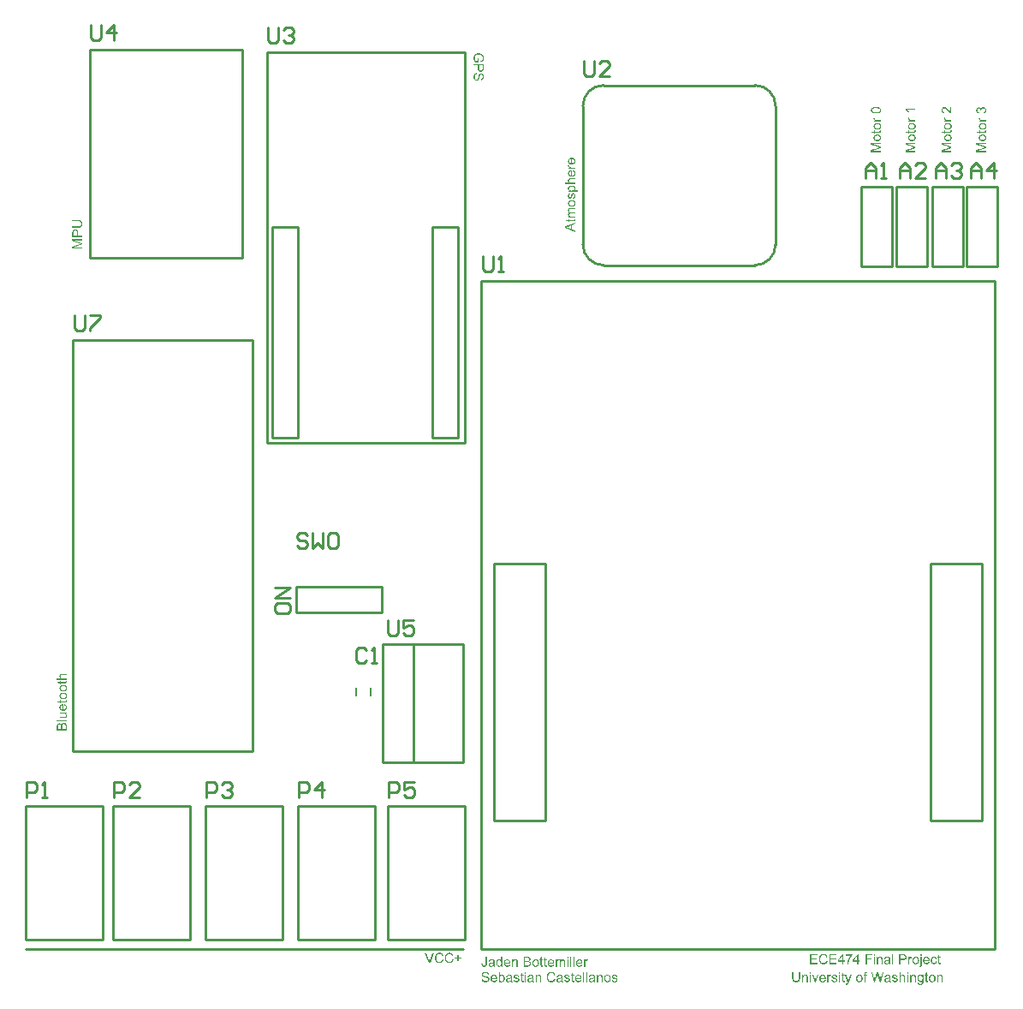
<source format=gbr>
%TF.GenerationSoftware,Altium Limited,Altium Designer,18.1.9 (240)*%
G04 Layer_Color=65535*
%FSLAX26Y26*%
%MOIN*%
%TF.FileFunction,Legend,Top*%
%TF.Part,Single*%
G01*
G75*
%TA.AperFunction,NonConductor*%
%ADD25C,0.007874*%
%ADD26C,0.010000*%
G36*
X3829140Y3565620D02*
X3829500Y3565590D01*
X3829920Y3565530D01*
X3830430Y3565470D01*
X3831000Y3565350D01*
X3831600Y3565200D01*
X3832260Y3564990D01*
X3832950Y3564750D01*
X3833640Y3564450D01*
X3834360Y3564090D01*
X3835080Y3563670D01*
X3835800Y3563190D01*
X3836490Y3562620D01*
X3837180Y3561960D01*
X3837210Y3561930D01*
X3837330Y3561780D01*
X3837510Y3561600D01*
X3837720Y3561300D01*
X3837990Y3560940D01*
X3838290Y3560520D01*
X3838590Y3560010D01*
X3838920Y3559440D01*
X3839250Y3558780D01*
X3839550Y3558090D01*
X3839850Y3557310D01*
X3840120Y3556500D01*
X3840330Y3555600D01*
X3840510Y3554670D01*
X3840630Y3553680D01*
X3840660Y3552660D01*
Y3552450D01*
X3840630Y3552180D01*
X3840600Y3551820D01*
X3840570Y3551370D01*
X3840510Y3550890D01*
X3840420Y3550320D01*
X3840270Y3549720D01*
X3840120Y3549060D01*
X3839940Y3548370D01*
X3839670Y3547680D01*
X3839400Y3546960D01*
X3839040Y3546270D01*
X3838650Y3545550D01*
X3838200Y3544890D01*
X3837660Y3544230D01*
X3837630Y3544200D01*
X3837510Y3544080D01*
X3837360Y3543930D01*
X3837120Y3543690D01*
X3836820Y3543450D01*
X3836460Y3543150D01*
X3836010Y3542850D01*
X3835530Y3542520D01*
X3835020Y3542190D01*
X3834420Y3541830D01*
X3833760Y3541530D01*
X3833070Y3541230D01*
X3832320Y3540960D01*
X3831540Y3540750D01*
X3830700Y3540570D01*
X3829830Y3540450D01*
X3829200Y3545160D01*
X3829230D01*
X3829380Y3545190D01*
X3829590Y3545250D01*
X3829860Y3545310D01*
X3830190Y3545400D01*
X3830550Y3545520D01*
X3830970Y3545640D01*
X3831420Y3545820D01*
X3832380Y3546180D01*
X3833340Y3546660D01*
X3833790Y3546930D01*
X3834240Y3547230D01*
X3834630Y3547560D01*
X3834990Y3547920D01*
X3835020Y3547950D01*
X3835080Y3548010D01*
X3835140Y3548130D01*
X3835260Y3548280D01*
X3835410Y3548460D01*
X3835560Y3548700D01*
X3835710Y3548940D01*
X3835860Y3549240D01*
X3836040Y3549570D01*
X3836190Y3549930D01*
X3836490Y3550770D01*
X3836610Y3551190D01*
X3836670Y3551670D01*
X3836730Y3552180D01*
X3836760Y3552690D01*
Y3552840D01*
X3836730Y3553020D01*
Y3553260D01*
X3836700Y3553530D01*
X3836640Y3553860D01*
X3836580Y3554250D01*
X3836460Y3554670D01*
X3836340Y3555090D01*
X3836190Y3555540D01*
X3836010Y3556020D01*
X3835800Y3556500D01*
X3835530Y3556950D01*
X3835230Y3557430D01*
X3834870Y3557880D01*
X3834480Y3558330D01*
X3834450Y3558360D01*
X3834360Y3558420D01*
X3834240Y3558540D01*
X3834060Y3558690D01*
X3833850Y3558870D01*
X3833580Y3559050D01*
X3833250Y3559260D01*
X3832890Y3559500D01*
X3832500Y3559710D01*
X3832050Y3559920D01*
X3831600Y3560100D01*
X3831090Y3560280D01*
X3830550Y3560430D01*
X3829980Y3560550D01*
X3829380Y3560610D01*
X3828750Y3560640D01*
X3828720D01*
X3828600D01*
X3828450D01*
X3828210Y3560610D01*
X3827940Y3560580D01*
X3827610Y3560520D01*
X3827250Y3560460D01*
X3826860Y3560370D01*
X3826440Y3560250D01*
X3826020Y3560130D01*
X3825570Y3559950D01*
X3825120Y3559740D01*
X3824670Y3559500D01*
X3824250Y3559200D01*
X3823830Y3558900D01*
X3823410Y3558510D01*
X3823380Y3558480D01*
X3823320Y3558420D01*
X3823200Y3558300D01*
X3823080Y3558120D01*
X3822930Y3557910D01*
X3822750Y3557670D01*
X3822540Y3557370D01*
X3822330Y3557040D01*
X3822150Y3556650D01*
X3821940Y3556260D01*
X3821760Y3555810D01*
X3821610Y3555330D01*
X3821490Y3554820D01*
X3821370Y3554250D01*
X3821310Y3553680D01*
X3821280Y3553080D01*
Y3552840D01*
X3821310Y3552540D01*
X3821340Y3552150D01*
X3821400Y3551670D01*
X3821490Y3551100D01*
X3821610Y3550470D01*
X3821790Y3549750D01*
X3817650Y3550260D01*
Y3550350D01*
X3817680Y3550530D01*
X3817710Y3550800D01*
Y3551340D01*
X3817680Y3551550D01*
X3817650Y3551820D01*
X3817620Y3552120D01*
X3817590Y3552450D01*
X3817500Y3552840D01*
X3817320Y3553680D01*
X3817050Y3554610D01*
X3816870Y3555060D01*
X3816660Y3555540D01*
X3816420Y3556020D01*
X3816150Y3556470D01*
X3816120Y3556500D01*
X3816060Y3556590D01*
X3815970Y3556710D01*
X3815850Y3556860D01*
X3815670Y3557040D01*
X3815460Y3557250D01*
X3815220Y3557460D01*
X3814950Y3557700D01*
X3814620Y3557910D01*
X3814260Y3558120D01*
X3813870Y3558330D01*
X3813420Y3558510D01*
X3812940Y3558690D01*
X3812430Y3558810D01*
X3811890Y3558870D01*
X3811290Y3558900D01*
X3811260D01*
X3811170D01*
X3811050D01*
X3810840Y3558870D01*
X3810630Y3558840D01*
X3810360Y3558810D01*
X3810090Y3558750D01*
X3809760Y3558690D01*
X3809100Y3558480D01*
X3808740Y3558330D01*
X3808380Y3558150D01*
X3807990Y3557940D01*
X3807660Y3557730D01*
X3807300Y3557430D01*
X3806970Y3557130D01*
X3806940Y3557100D01*
X3806910Y3557040D01*
X3806820Y3556950D01*
X3806700Y3556800D01*
X3806580Y3556650D01*
X3806430Y3556410D01*
X3806280Y3556170D01*
X3806100Y3555900D01*
X3805950Y3555570D01*
X3805800Y3555240D01*
X3805650Y3554850D01*
X3805530Y3554460D01*
X3805410Y3554040D01*
X3805320Y3553560D01*
X3805290Y3553080D01*
X3805260Y3552570D01*
Y3552300D01*
X3805290Y3552120D01*
X3805320Y3551880D01*
X3805350Y3551610D01*
X3805410Y3551310D01*
X3805470Y3550980D01*
X3805680Y3550260D01*
X3805830Y3549870D01*
X3805980Y3549480D01*
X3806190Y3549090D01*
X3806430Y3548700D01*
X3806700Y3548340D01*
X3807000Y3547980D01*
X3807030Y3547950D01*
X3807090Y3547890D01*
X3807180Y3547800D01*
X3807330Y3547680D01*
X3807510Y3547530D01*
X3807720Y3547380D01*
X3807990Y3547200D01*
X3808290Y3546990D01*
X3808650Y3546810D01*
X3809040Y3546600D01*
X3809460Y3546420D01*
X3809910Y3546210D01*
X3810420Y3546060D01*
X3810990Y3545880D01*
X3811560Y3545760D01*
X3812190Y3545640D01*
X3811350Y3540930D01*
X3811290D01*
X3811140Y3540960D01*
X3810900Y3541020D01*
X3810570Y3541110D01*
X3810180Y3541230D01*
X3809700Y3541350D01*
X3809190Y3541530D01*
X3808650Y3541740D01*
X3808080Y3541980D01*
X3807480Y3542250D01*
X3806850Y3542580D01*
X3806250Y3542940D01*
X3805650Y3543330D01*
X3805050Y3543780D01*
X3804510Y3544290D01*
X3804000Y3544830D01*
X3803970Y3544860D01*
X3803880Y3544980D01*
X3803760Y3545160D01*
X3803580Y3545400D01*
X3803400Y3545700D01*
X3803160Y3546060D01*
X3802950Y3546480D01*
X3802680Y3546960D01*
X3802440Y3547470D01*
X3802200Y3548070D01*
X3801990Y3548700D01*
X3801810Y3549360D01*
X3801630Y3550080D01*
X3801510Y3550830D01*
X3801420Y3551640D01*
X3801390Y3552480D01*
Y3552780D01*
X3801420Y3553020D01*
Y3553290D01*
X3801450Y3553620D01*
X3801510Y3553980D01*
X3801570Y3554400D01*
X3801630Y3554820D01*
X3801720Y3555270D01*
X3801960Y3556260D01*
X3802320Y3557250D01*
X3802530Y3557760D01*
X3802770Y3558270D01*
Y3558300D01*
X3802830Y3558390D01*
X3802920Y3558540D01*
X3803010Y3558720D01*
X3803160Y3558930D01*
X3803310Y3559200D01*
X3803730Y3559770D01*
X3804270Y3560430D01*
X3804900Y3561120D01*
X3805620Y3561780D01*
X3806460Y3562350D01*
X3806490Y3562380D01*
X3806550Y3562410D01*
X3806700Y3562470D01*
X3806850Y3562560D01*
X3807090Y3562680D01*
X3807330Y3562800D01*
X3807630Y3562920D01*
X3807930Y3563070D01*
X3808290Y3563190D01*
X3808680Y3563310D01*
X3809520Y3563550D01*
X3810450Y3563700D01*
X3810930Y3563760D01*
X3811410D01*
X3811440D01*
X3811530D01*
X3811650D01*
X3811830Y3563730D01*
X3812040D01*
X3812310Y3563700D01*
X3812580Y3563640D01*
X3812910Y3563580D01*
X3813600Y3563430D01*
X3814380Y3563190D01*
X3815160Y3562860D01*
X3815550Y3562650D01*
X3815940Y3562410D01*
X3815970D01*
X3816030Y3562350D01*
X3816150Y3562260D01*
X3816270Y3562170D01*
X3816450Y3562020D01*
X3816660Y3561840D01*
X3816870Y3561630D01*
X3817110Y3561420D01*
X3817350Y3561150D01*
X3817620Y3560850D01*
X3817890Y3560520D01*
X3818160Y3560160D01*
X3818430Y3559800D01*
X3818700Y3559380D01*
X3819180Y3558450D01*
Y3558480D01*
X3819210Y3558600D01*
X3819270Y3558780D01*
X3819330Y3559020D01*
X3819450Y3559290D01*
X3819570Y3559620D01*
X3819690Y3560010D01*
X3819870Y3560400D01*
X3820080Y3560820D01*
X3820320Y3561240D01*
X3820590Y3561690D01*
X3820890Y3562140D01*
X3821220Y3562560D01*
X3821580Y3562980D01*
X3822000Y3563400D01*
X3822450Y3563760D01*
X3822480Y3563790D01*
X3822570Y3563850D01*
X3822690Y3563940D01*
X3822900Y3564060D01*
X3823140Y3564210D01*
X3823440Y3564360D01*
X3823770Y3564540D01*
X3824160Y3564720D01*
X3824580Y3564870D01*
X3825060Y3565050D01*
X3825570Y3565200D01*
X3826110Y3565350D01*
X3826680Y3565470D01*
X3827310Y3565560D01*
X3827970Y3565620D01*
X3828660Y3565650D01*
X3828720D01*
X3828870D01*
X3829140Y3565620D01*
D02*
G37*
G36*
X3817410Y3522330D02*
Y3522300D01*
X3817380Y3522240D01*
X3817320Y3522150D01*
X3817260Y3522030D01*
X3817170Y3521880D01*
X3817080Y3521700D01*
X3816900Y3521250D01*
X3816720Y3520740D01*
X3816540Y3520140D01*
X3816420Y3519540D01*
X3816390Y3518880D01*
Y3518610D01*
X3816450Y3518340D01*
X3816510Y3517950D01*
X3816630Y3517530D01*
X3816780Y3517080D01*
X3817020Y3516600D01*
X3817350Y3516120D01*
X3817380Y3516060D01*
X3817530Y3515910D01*
X3817740Y3515700D01*
X3818010Y3515430D01*
X3818400Y3515160D01*
X3818820Y3514860D01*
X3819330Y3514590D01*
X3819930Y3514380D01*
X3819960D01*
X3820050Y3514350D01*
X3820170Y3514320D01*
X3820380Y3514260D01*
X3820590Y3514200D01*
X3820890Y3514140D01*
X3821190Y3514050D01*
X3821550Y3513990D01*
X3821940Y3513930D01*
X3822390Y3513840D01*
X3823320Y3513720D01*
X3824340Y3513630D01*
X3825420Y3513600D01*
X3840000D01*
Y3508890D01*
X3812130D01*
Y3513120D01*
X3816390D01*
X3816360Y3513150D01*
X3816270Y3513180D01*
X3816120Y3513270D01*
X3815910Y3513390D01*
X3815670Y3513540D01*
X3815400Y3513720D01*
X3814770Y3514110D01*
X3814110Y3514560D01*
X3813480Y3515070D01*
X3813180Y3515340D01*
X3812910Y3515610D01*
X3812670Y3515850D01*
X3812460Y3516120D01*
Y3516150D01*
X3812430Y3516180D01*
X3812310Y3516360D01*
X3812160Y3516630D01*
X3811980Y3517020D01*
X3811800Y3517470D01*
X3811650Y3517980D01*
X3811530Y3518550D01*
X3811500Y3519150D01*
Y3519390D01*
X3811530Y3519570D01*
X3811560Y3519780D01*
X3811590Y3520020D01*
X3811620Y3520320D01*
X3811680Y3520650D01*
X3811860Y3521370D01*
X3812130Y3522210D01*
X3812310Y3522630D01*
X3812520Y3523080D01*
X3812760Y3523560D01*
X3813030Y3524010D01*
X3817410Y3522330D01*
D02*
G37*
G36*
X3826590Y3503400D02*
X3827040Y3503370D01*
X3827550Y3503340D01*
X3828120Y3503310D01*
X3828750Y3503220D01*
X3829410Y3503130D01*
X3830100Y3503040D01*
X3831510Y3502740D01*
X3832230Y3502560D01*
X3832890Y3502350D01*
X3833550Y3502110D01*
X3834150Y3501810D01*
X3834180Y3501780D01*
X3834300Y3501750D01*
X3834450Y3501630D01*
X3834660Y3501510D01*
X3834930Y3501330D01*
X3835230Y3501150D01*
X3835560Y3500880D01*
X3835920Y3500610D01*
X3836280Y3500310D01*
X3836670Y3499950D01*
X3837090Y3499560D01*
X3837480Y3499140D01*
X3837870Y3498690D01*
X3838260Y3498180D01*
X3838620Y3497670D01*
X3838950Y3497100D01*
X3838980Y3497070D01*
X3839010Y3496950D01*
X3839100Y3496800D01*
X3839220Y3496560D01*
X3839340Y3496260D01*
X3839490Y3495930D01*
X3839640Y3495540D01*
X3839790Y3495090D01*
X3839940Y3494610D01*
X3840090Y3494100D01*
X3840240Y3493530D01*
X3840360Y3492960D01*
X3840570Y3491700D01*
X3840600Y3491040D01*
X3840630Y3490350D01*
Y3490080D01*
X3840600Y3489780D01*
X3840570Y3489390D01*
X3840510Y3488880D01*
X3840420Y3488310D01*
X3840330Y3487680D01*
X3840150Y3486990D01*
X3839970Y3486240D01*
X3839700Y3485460D01*
X3839400Y3484680D01*
X3839040Y3483900D01*
X3838620Y3483120D01*
X3838110Y3482340D01*
X3837540Y3481590D01*
X3836880Y3480900D01*
X3836850Y3480870D01*
X3836700Y3480750D01*
X3836490Y3480570D01*
X3836190Y3480330D01*
X3835800Y3480060D01*
X3835320Y3479760D01*
X3834750Y3479430D01*
X3834120Y3479100D01*
X3833400Y3478770D01*
X3832590Y3478440D01*
X3831720Y3478140D01*
X3830730Y3477870D01*
X3829680Y3477630D01*
X3828570Y3477450D01*
X3827370Y3477330D01*
X3826080Y3477300D01*
X3826050D01*
X3825990D01*
X3825870D01*
X3825750D01*
X3825570Y3477330D01*
X3825330D01*
X3825090Y3477360D01*
X3824820D01*
X3824160Y3477420D01*
X3823440Y3477540D01*
X3822630Y3477660D01*
X3821730Y3477840D01*
X3820830Y3478050D01*
X3819870Y3478350D01*
X3818940Y3478680D01*
X3817980Y3479100D01*
X3817050Y3479610D01*
X3816180Y3480180D01*
X3815370Y3480840D01*
X3814620Y3481590D01*
X3814590Y3481620D01*
X3814470Y3481770D01*
X3814320Y3481950D01*
X3814140Y3482220D01*
X3813900Y3482580D01*
X3813630Y3483000D01*
X3813360Y3483480D01*
X3813060Y3484050D01*
X3812760Y3484650D01*
X3812490Y3485310D01*
X3812220Y3486030D01*
X3811980Y3486810D01*
X3811800Y3487620D01*
X3811620Y3488490D01*
X3811530Y3489390D01*
X3811500Y3490350D01*
Y3490620D01*
X3811530Y3490920D01*
X3811560Y3491310D01*
X3811620Y3491790D01*
X3811710Y3492360D01*
X3811830Y3492990D01*
X3811980Y3493680D01*
X3812160Y3494430D01*
X3812430Y3495180D01*
X3812730Y3495960D01*
X3813090Y3496770D01*
X3813540Y3497550D01*
X3814020Y3498330D01*
X3814620Y3499050D01*
X3815280Y3499770D01*
X3815310Y3499800D01*
X3815460Y3499920D01*
X3815670Y3500100D01*
X3815970Y3500340D01*
X3816360Y3500610D01*
X3816810Y3500940D01*
X3817380Y3501270D01*
X3818010Y3501600D01*
X3818700Y3501930D01*
X3819480Y3502260D01*
X3820350Y3502590D01*
X3821280Y3502860D01*
X3822270Y3503100D01*
X3823350Y3503280D01*
X3824490Y3503400D01*
X3825690Y3503430D01*
X3825750D01*
X3825930D01*
X3826200D01*
X3826590Y3503400D01*
D02*
G37*
G36*
X3839940Y3475110D02*
X3839970Y3475050D01*
Y3474960D01*
X3840000Y3474810D01*
X3840030Y3474630D01*
X3840060Y3474420D01*
X3840150Y3473940D01*
X3840240Y3473400D01*
X3840300Y3472800D01*
X3840330Y3472170D01*
X3840360Y3471570D01*
Y3471150D01*
X3840330Y3470940D01*
Y3470670D01*
X3840270Y3470100D01*
X3840150Y3469470D01*
X3840030Y3468810D01*
X3839820Y3468150D01*
X3839550Y3467580D01*
Y3467550D01*
X3839520Y3467520D01*
X3839400Y3467340D01*
X3839220Y3467100D01*
X3838980Y3466800D01*
X3838680Y3466470D01*
X3838320Y3466140D01*
X3837900Y3465840D01*
X3837420Y3465600D01*
X3837390D01*
X3837360Y3465570D01*
X3837270Y3465540D01*
X3837150Y3465510D01*
X3836970Y3465480D01*
X3836790Y3465420D01*
X3836520Y3465360D01*
X3836220Y3465330D01*
X3835890Y3465270D01*
X3835470Y3465210D01*
X3835020Y3465150D01*
X3834510Y3465120D01*
X3833940Y3465090D01*
X3833310Y3465060D01*
X3832590Y3465030D01*
X3831840D01*
X3815790D01*
Y3461550D01*
X3812130D01*
Y3465030D01*
X3805260D01*
X3802410Y3469740D01*
X3812130D01*
Y3474450D01*
X3815790D01*
Y3469740D01*
X3832110D01*
X3832140D01*
X3832200D01*
X3832290D01*
X3832440D01*
X3832770D01*
X3833190Y3469770D01*
X3833640Y3469800D01*
X3834060Y3469830D01*
X3834420Y3469890D01*
X3834600Y3469950D01*
X3834720Y3469980D01*
X3834750D01*
X3834810Y3470040D01*
X3834930Y3470100D01*
X3835050Y3470160D01*
X3835350Y3470400D01*
X3835620Y3470760D01*
Y3470790D01*
X3835680Y3470880D01*
X3835710Y3471000D01*
X3835770Y3471180D01*
X3835830Y3471420D01*
X3835890Y3471690D01*
X3835920Y3472020D01*
X3835950Y3472380D01*
Y3472710D01*
X3835920Y3472920D01*
Y3473220D01*
X3835890Y3473580D01*
X3835860Y3474000D01*
X3835800Y3474450D01*
X3839940Y3475140D01*
Y3475110D01*
D02*
G37*
G36*
X3826590Y3458610D02*
X3827040Y3458580D01*
X3827550Y3458550D01*
X3828120Y3458520D01*
X3828750Y3458430D01*
X3829410Y3458340D01*
X3830100Y3458250D01*
X3831510Y3457950D01*
X3832230Y3457770D01*
X3832890Y3457560D01*
X3833550Y3457320D01*
X3834150Y3457020D01*
X3834180Y3456990D01*
X3834300Y3456960D01*
X3834450Y3456840D01*
X3834660Y3456720D01*
X3834930Y3456540D01*
X3835230Y3456360D01*
X3835560Y3456090D01*
X3835920Y3455820D01*
X3836280Y3455520D01*
X3836670Y3455160D01*
X3837090Y3454770D01*
X3837480Y3454350D01*
X3837870Y3453900D01*
X3838260Y3453390D01*
X3838620Y3452880D01*
X3838950Y3452310D01*
X3838980Y3452280D01*
X3839010Y3452160D01*
X3839100Y3452010D01*
X3839220Y3451770D01*
X3839340Y3451470D01*
X3839490Y3451140D01*
X3839640Y3450750D01*
X3839790Y3450300D01*
X3839940Y3449820D01*
X3840090Y3449310D01*
X3840240Y3448740D01*
X3840360Y3448170D01*
X3840570Y3446910D01*
X3840600Y3446250D01*
X3840630Y3445560D01*
Y3445290D01*
X3840600Y3444990D01*
X3840570Y3444600D01*
X3840510Y3444090D01*
X3840420Y3443520D01*
X3840330Y3442890D01*
X3840150Y3442200D01*
X3839970Y3441450D01*
X3839700Y3440670D01*
X3839400Y3439890D01*
X3839040Y3439110D01*
X3838620Y3438330D01*
X3838110Y3437550D01*
X3837540Y3436800D01*
X3836880Y3436110D01*
X3836850Y3436080D01*
X3836700Y3435960D01*
X3836490Y3435780D01*
X3836190Y3435540D01*
X3835800Y3435270D01*
X3835320Y3434970D01*
X3834750Y3434640D01*
X3834120Y3434310D01*
X3833400Y3433980D01*
X3832590Y3433650D01*
X3831720Y3433350D01*
X3830730Y3433080D01*
X3829680Y3432840D01*
X3828570Y3432660D01*
X3827370Y3432540D01*
X3826080Y3432510D01*
X3826050D01*
X3825990D01*
X3825870D01*
X3825750D01*
X3825570Y3432540D01*
X3825330D01*
X3825090Y3432570D01*
X3824820D01*
X3824160Y3432630D01*
X3823440Y3432750D01*
X3822630Y3432870D01*
X3821730Y3433050D01*
X3820830Y3433260D01*
X3819870Y3433560D01*
X3818940Y3433890D01*
X3817980Y3434310D01*
X3817050Y3434820D01*
X3816180Y3435390D01*
X3815370Y3436050D01*
X3814620Y3436800D01*
X3814590Y3436830D01*
X3814470Y3436980D01*
X3814320Y3437160D01*
X3814140Y3437430D01*
X3813900Y3437790D01*
X3813630Y3438210D01*
X3813360Y3438690D01*
X3813060Y3439260D01*
X3812760Y3439860D01*
X3812490Y3440520D01*
X3812220Y3441240D01*
X3811980Y3442020D01*
X3811800Y3442830D01*
X3811620Y3443700D01*
X3811530Y3444600D01*
X3811500Y3445560D01*
Y3445830D01*
X3811530Y3446130D01*
X3811560Y3446520D01*
X3811620Y3447000D01*
X3811710Y3447570D01*
X3811830Y3448200D01*
X3811980Y3448890D01*
X3812160Y3449640D01*
X3812430Y3450390D01*
X3812730Y3451170D01*
X3813090Y3451980D01*
X3813540Y3452760D01*
X3814020Y3453540D01*
X3814620Y3454260D01*
X3815280Y3454980D01*
X3815310Y3455010D01*
X3815460Y3455130D01*
X3815670Y3455310D01*
X3815970Y3455550D01*
X3816360Y3455820D01*
X3816810Y3456150D01*
X3817380Y3456480D01*
X3818010Y3456810D01*
X3818700Y3457140D01*
X3819480Y3457470D01*
X3820350Y3457800D01*
X3821280Y3458070D01*
X3822270Y3458310D01*
X3823350Y3458490D01*
X3824490Y3458610D01*
X3825690Y3458640D01*
X3825750D01*
X3825930D01*
X3826200D01*
X3826590Y3458610D01*
D02*
G37*
G36*
X3840000Y3421800D02*
X3807810D01*
X3840000Y3410580D01*
Y3405990D01*
X3807270Y3394890D01*
X3840000D01*
Y3390000D01*
X3801540D01*
Y3397590D01*
X3828780Y3406740D01*
X3828810Y3406770D01*
X3828960Y3406800D01*
X3829140Y3406860D01*
X3829410Y3406950D01*
X3829710Y3407040D01*
X3830070Y3407160D01*
X3830460Y3407310D01*
X3830910Y3407430D01*
X3831810Y3407730D01*
X3832770Y3408030D01*
X3833670Y3408330D01*
X3834060Y3408450D01*
X3834450Y3408570D01*
X3834420D01*
X3834360Y3408600D01*
X3834240Y3408630D01*
X3834060Y3408690D01*
X3833850Y3408780D01*
X3833580Y3408840D01*
X3833250Y3408960D01*
X3832890Y3409080D01*
X3832470Y3409200D01*
X3832020Y3409350D01*
X3831510Y3409530D01*
X3830970Y3409710D01*
X3830370Y3409920D01*
X3829740Y3410130D01*
X3829050Y3410370D01*
X3828300Y3410610D01*
X3801540Y3419820D01*
Y3426690D01*
X3840000D01*
Y3421800D01*
D02*
G37*
G36*
X3705000Y3539820D02*
X3704970D01*
X3704910D01*
X3704820D01*
X3704700D01*
X3704370D01*
X3703950Y3539880D01*
X3703470Y3539940D01*
X3702900Y3540030D01*
X3702330Y3540180D01*
X3701730Y3540360D01*
X3701700D01*
X3701610Y3540420D01*
X3701460Y3540450D01*
X3701280Y3540540D01*
X3701040Y3540660D01*
X3700770Y3540780D01*
X3700470Y3540930D01*
X3700110Y3541110D01*
X3699360Y3541530D01*
X3698490Y3542070D01*
X3697560Y3542700D01*
X3696630Y3543450D01*
X3696600Y3543480D01*
X3696510Y3543540D01*
X3696360Y3543690D01*
X3696180Y3543840D01*
X3695940Y3544080D01*
X3695670Y3544350D01*
X3695340Y3544680D01*
X3694950Y3545040D01*
X3694560Y3545460D01*
X3694110Y3545910D01*
X3693630Y3546420D01*
X3693120Y3546990D01*
X3692580Y3547590D01*
X3692010Y3548220D01*
X3691410Y3548910D01*
X3690810Y3549660D01*
X3690780Y3549690D01*
X3690750Y3549720D01*
X3690690Y3549810D01*
X3690570Y3549930D01*
X3690330Y3550260D01*
X3689970Y3550680D01*
X3689520Y3551190D01*
X3689040Y3551760D01*
X3688470Y3552390D01*
X3687870Y3553080D01*
X3687240Y3553770D01*
X3686580Y3554490D01*
X3685890Y3555180D01*
X3685200Y3555870D01*
X3684540Y3556530D01*
X3683880Y3557130D01*
X3683250Y3557670D01*
X3682680Y3558120D01*
X3682650Y3558150D01*
X3682530Y3558210D01*
X3682380Y3558330D01*
X3682170Y3558480D01*
X3681900Y3558630D01*
X3681570Y3558810D01*
X3681210Y3559020D01*
X3680820Y3559230D01*
X3680400Y3559440D01*
X3679950Y3559650D01*
X3678990Y3559980D01*
X3678510Y3560130D01*
X3678000Y3560250D01*
X3677490Y3560310D01*
X3676980Y3560340D01*
X3676950D01*
X3676860D01*
X3676710D01*
X3676500Y3560310D01*
X3676260Y3560280D01*
X3675990Y3560220D01*
X3675660Y3560160D01*
X3675330Y3560100D01*
X3674580Y3559860D01*
X3674190Y3559680D01*
X3673800Y3559500D01*
X3673380Y3559260D01*
X3672990Y3558990D01*
X3672600Y3558690D01*
X3672240Y3558330D01*
X3672210Y3558300D01*
X3672150Y3558240D01*
X3672060Y3558120D01*
X3671940Y3557970D01*
X3671790Y3557760D01*
X3671610Y3557520D01*
X3671460Y3557250D01*
X3671250Y3556920D01*
X3671070Y3556560D01*
X3670920Y3556170D01*
X3670740Y3555720D01*
X3670590Y3555270D01*
X3670470Y3554760D01*
X3670380Y3554250D01*
X3670320Y3553680D01*
X3670290Y3553080D01*
Y3552750D01*
X3670320Y3552510D01*
X3670350Y3552240D01*
X3670410Y3551910D01*
X3670470Y3551520D01*
X3670560Y3551130D01*
X3670650Y3550710D01*
X3670800Y3550260D01*
X3670950Y3549810D01*
X3671160Y3549360D01*
X3671400Y3548880D01*
X3671670Y3548460D01*
X3672000Y3548010D01*
X3672360Y3547620D01*
X3672390Y3547590D01*
X3672450Y3547530D01*
X3672570Y3547440D01*
X3672720Y3547290D01*
X3672930Y3547140D01*
X3673200Y3546990D01*
X3673500Y3546780D01*
X3673830Y3546600D01*
X3674220Y3546420D01*
X3674640Y3546240D01*
X3675120Y3546060D01*
X3675600Y3545910D01*
X3676170Y3545760D01*
X3676740Y3545670D01*
X3677370Y3545610D01*
X3678030Y3545580D01*
X3677520Y3540720D01*
X3677490D01*
X3677460D01*
X3677280Y3540750D01*
X3677010Y3540780D01*
X3676620Y3540840D01*
X3676170Y3540930D01*
X3675660Y3541050D01*
X3675060Y3541200D01*
X3674460Y3541380D01*
X3673800Y3541590D01*
X3673110Y3541830D01*
X3672420Y3542130D01*
X3671730Y3542490D01*
X3671070Y3542880D01*
X3670410Y3543360D01*
X3669810Y3543870D01*
X3669240Y3544440D01*
X3669210Y3544470D01*
X3669120Y3544590D01*
X3668970Y3544770D01*
X3668790Y3545040D01*
X3668580Y3545370D01*
X3668340Y3545760D01*
X3668070Y3546240D01*
X3667800Y3546750D01*
X3667560Y3547350D01*
X3667290Y3548010D01*
X3667050Y3548730D01*
X3666840Y3549510D01*
X3666660Y3550350D01*
X3666510Y3551250D01*
X3666420Y3552210D01*
X3666390Y3553200D01*
Y3553440D01*
X3666420Y3553740D01*
X3666450Y3554100D01*
X3666480Y3554580D01*
X3666540Y3555120D01*
X3666660Y3555720D01*
X3666780Y3556380D01*
X3666930Y3557040D01*
X3667140Y3557760D01*
X3667380Y3558480D01*
X3667680Y3559230D01*
X3668040Y3559950D01*
X3668460Y3560640D01*
X3668940Y3561330D01*
X3669480Y3561960D01*
X3669510Y3561990D01*
X3669630Y3562110D01*
X3669780Y3562260D01*
X3670020Y3562470D01*
X3670320Y3562710D01*
X3670680Y3562980D01*
X3671100Y3563280D01*
X3671580Y3563580D01*
X3672090Y3563880D01*
X3672690Y3564180D01*
X3673290Y3564450D01*
X3673980Y3564690D01*
X3674700Y3564900D01*
X3675450Y3565050D01*
X3676230Y3565170D01*
X3677070Y3565200D01*
X3677100D01*
X3677160D01*
X3677310D01*
X3677460D01*
X3677670Y3565170D01*
X3677910Y3565140D01*
X3678210Y3565110D01*
X3678510Y3565080D01*
X3679200Y3564960D01*
X3679980Y3564810D01*
X3680790Y3564570D01*
X3681630Y3564240D01*
X3681660D01*
X3681720Y3564210D01*
X3681840Y3564150D01*
X3682020Y3564060D01*
X3682230Y3563970D01*
X3682470Y3563820D01*
X3682740Y3563670D01*
X3683040Y3563490D01*
X3683760Y3563070D01*
X3684540Y3562530D01*
X3685410Y3561870D01*
X3686310Y3561120D01*
X3686340Y3561090D01*
X3686430Y3561030D01*
X3686550Y3560880D01*
X3686760Y3560700D01*
X3687000Y3560460D01*
X3687330Y3560160D01*
X3687660Y3559800D01*
X3688080Y3559380D01*
X3688530Y3558900D01*
X3689040Y3558390D01*
X3689610Y3557790D01*
X3690210Y3557130D01*
X3690870Y3556410D01*
X3691560Y3555600D01*
X3692310Y3554760D01*
X3693090Y3553830D01*
X3693120Y3553770D01*
X3693240Y3553650D01*
X3693420Y3553440D01*
X3693660Y3553140D01*
X3693960Y3552810D01*
X3694290Y3552420D01*
X3694650Y3552000D01*
X3695040Y3551550D01*
X3695850Y3550620D01*
X3696660Y3549720D01*
X3697020Y3549330D01*
X3697380Y3548940D01*
X3697680Y3548640D01*
X3697950Y3548370D01*
X3698010Y3548310D01*
X3698160Y3548160D01*
X3698400Y3547950D01*
X3698730Y3547680D01*
X3699120Y3547350D01*
X3699540Y3547020D01*
X3699990Y3546690D01*
X3700470Y3546390D01*
Y3565260D01*
X3705000D01*
Y3539820D01*
D02*
G37*
G36*
X3682410Y3522330D02*
Y3522300D01*
X3682380Y3522240D01*
X3682320Y3522150D01*
X3682260Y3522030D01*
X3682170Y3521880D01*
X3682080Y3521700D01*
X3681900Y3521250D01*
X3681720Y3520740D01*
X3681540Y3520140D01*
X3681420Y3519540D01*
X3681390Y3518880D01*
Y3518610D01*
X3681450Y3518340D01*
X3681510Y3517950D01*
X3681630Y3517530D01*
X3681780Y3517080D01*
X3682020Y3516600D01*
X3682350Y3516120D01*
X3682380Y3516060D01*
X3682530Y3515910D01*
X3682740Y3515700D01*
X3683010Y3515430D01*
X3683400Y3515160D01*
X3683820Y3514860D01*
X3684330Y3514590D01*
X3684930Y3514380D01*
X3684960D01*
X3685050Y3514350D01*
X3685170Y3514320D01*
X3685380Y3514260D01*
X3685590Y3514200D01*
X3685890Y3514140D01*
X3686190Y3514050D01*
X3686550Y3513990D01*
X3686940Y3513930D01*
X3687390Y3513840D01*
X3688320Y3513720D01*
X3689340Y3513630D01*
X3690420Y3513600D01*
X3705000D01*
Y3508890D01*
X3677130D01*
Y3513120D01*
X3681390D01*
X3681360Y3513150D01*
X3681270Y3513180D01*
X3681120Y3513270D01*
X3680910Y3513390D01*
X3680670Y3513540D01*
X3680400Y3513720D01*
X3679770Y3514110D01*
X3679110Y3514560D01*
X3678480Y3515070D01*
X3678180Y3515340D01*
X3677910Y3515610D01*
X3677670Y3515850D01*
X3677460Y3516120D01*
Y3516150D01*
X3677430Y3516180D01*
X3677310Y3516360D01*
X3677160Y3516630D01*
X3676980Y3517020D01*
X3676800Y3517470D01*
X3676650Y3517980D01*
X3676530Y3518550D01*
X3676500Y3519150D01*
Y3519390D01*
X3676530Y3519570D01*
X3676560Y3519780D01*
X3676590Y3520020D01*
X3676620Y3520320D01*
X3676680Y3520650D01*
X3676860Y3521370D01*
X3677130Y3522210D01*
X3677310Y3522630D01*
X3677520Y3523080D01*
X3677760Y3523560D01*
X3678030Y3524010D01*
X3682410Y3522330D01*
D02*
G37*
G36*
X3691590Y3503400D02*
X3692040Y3503370D01*
X3692550Y3503340D01*
X3693120Y3503310D01*
X3693750Y3503220D01*
X3694410Y3503130D01*
X3695100Y3503040D01*
X3696510Y3502740D01*
X3697230Y3502560D01*
X3697890Y3502350D01*
X3698550Y3502110D01*
X3699150Y3501810D01*
X3699180Y3501780D01*
X3699300Y3501750D01*
X3699450Y3501630D01*
X3699660Y3501510D01*
X3699930Y3501330D01*
X3700230Y3501150D01*
X3700560Y3500880D01*
X3700920Y3500610D01*
X3701280Y3500310D01*
X3701670Y3499950D01*
X3702090Y3499560D01*
X3702480Y3499140D01*
X3702870Y3498690D01*
X3703260Y3498180D01*
X3703620Y3497670D01*
X3703950Y3497100D01*
X3703980Y3497070D01*
X3704010Y3496950D01*
X3704100Y3496800D01*
X3704220Y3496560D01*
X3704340Y3496260D01*
X3704490Y3495930D01*
X3704640Y3495540D01*
X3704790Y3495090D01*
X3704940Y3494610D01*
X3705090Y3494100D01*
X3705240Y3493530D01*
X3705360Y3492960D01*
X3705570Y3491700D01*
X3705600Y3491040D01*
X3705630Y3490350D01*
Y3490080D01*
X3705600Y3489780D01*
X3705570Y3489390D01*
X3705510Y3488880D01*
X3705420Y3488310D01*
X3705330Y3487680D01*
X3705150Y3486990D01*
X3704970Y3486240D01*
X3704700Y3485460D01*
X3704400Y3484680D01*
X3704040Y3483900D01*
X3703620Y3483120D01*
X3703110Y3482340D01*
X3702540Y3481590D01*
X3701880Y3480900D01*
X3701850Y3480870D01*
X3701700Y3480750D01*
X3701490Y3480570D01*
X3701190Y3480330D01*
X3700800Y3480060D01*
X3700320Y3479760D01*
X3699750Y3479430D01*
X3699120Y3479100D01*
X3698400Y3478770D01*
X3697590Y3478440D01*
X3696720Y3478140D01*
X3695730Y3477870D01*
X3694680Y3477630D01*
X3693570Y3477450D01*
X3692370Y3477330D01*
X3691080Y3477300D01*
X3691050D01*
X3690990D01*
X3690870D01*
X3690750D01*
X3690570Y3477330D01*
X3690330D01*
X3690090Y3477360D01*
X3689820D01*
X3689160Y3477420D01*
X3688440Y3477540D01*
X3687630Y3477660D01*
X3686730Y3477840D01*
X3685830Y3478050D01*
X3684870Y3478350D01*
X3683940Y3478680D01*
X3682980Y3479100D01*
X3682050Y3479610D01*
X3681180Y3480180D01*
X3680370Y3480840D01*
X3679620Y3481590D01*
X3679590Y3481620D01*
X3679470Y3481770D01*
X3679320Y3481950D01*
X3679140Y3482220D01*
X3678900Y3482580D01*
X3678630Y3483000D01*
X3678360Y3483480D01*
X3678060Y3484050D01*
X3677760Y3484650D01*
X3677490Y3485310D01*
X3677220Y3486030D01*
X3676980Y3486810D01*
X3676800Y3487620D01*
X3676620Y3488490D01*
X3676530Y3489390D01*
X3676500Y3490350D01*
Y3490620D01*
X3676530Y3490920D01*
X3676560Y3491310D01*
X3676620Y3491790D01*
X3676710Y3492360D01*
X3676830Y3492990D01*
X3676980Y3493680D01*
X3677160Y3494430D01*
X3677430Y3495180D01*
X3677730Y3495960D01*
X3678090Y3496770D01*
X3678540Y3497550D01*
X3679020Y3498330D01*
X3679620Y3499050D01*
X3680280Y3499770D01*
X3680310Y3499800D01*
X3680460Y3499920D01*
X3680670Y3500100D01*
X3680970Y3500340D01*
X3681360Y3500610D01*
X3681810Y3500940D01*
X3682380Y3501270D01*
X3683010Y3501600D01*
X3683700Y3501930D01*
X3684480Y3502260D01*
X3685350Y3502590D01*
X3686280Y3502860D01*
X3687270Y3503100D01*
X3688350Y3503280D01*
X3689490Y3503400D01*
X3690690Y3503430D01*
X3690750D01*
X3690930D01*
X3691200D01*
X3691590Y3503400D01*
D02*
G37*
G36*
X3704940Y3475110D02*
X3704970Y3475050D01*
Y3474960D01*
X3705000Y3474810D01*
X3705030Y3474630D01*
X3705060Y3474420D01*
X3705150Y3473940D01*
X3705240Y3473400D01*
X3705300Y3472800D01*
X3705330Y3472170D01*
X3705360Y3471570D01*
Y3471150D01*
X3705330Y3470940D01*
Y3470670D01*
X3705270Y3470100D01*
X3705150Y3469470D01*
X3705030Y3468810D01*
X3704820Y3468150D01*
X3704550Y3467580D01*
Y3467550D01*
X3704520Y3467520D01*
X3704400Y3467340D01*
X3704220Y3467100D01*
X3703980Y3466800D01*
X3703680Y3466470D01*
X3703320Y3466140D01*
X3702900Y3465840D01*
X3702420Y3465600D01*
X3702390D01*
X3702360Y3465570D01*
X3702270Y3465540D01*
X3702150Y3465510D01*
X3701970Y3465480D01*
X3701790Y3465420D01*
X3701520Y3465360D01*
X3701220Y3465330D01*
X3700890Y3465270D01*
X3700470Y3465210D01*
X3700020Y3465150D01*
X3699510Y3465120D01*
X3698940Y3465090D01*
X3698310Y3465060D01*
X3697590Y3465030D01*
X3696840D01*
X3680790D01*
Y3461550D01*
X3677130D01*
Y3465030D01*
X3670260D01*
X3667410Y3469740D01*
X3677130D01*
Y3474450D01*
X3680790D01*
Y3469740D01*
X3697110D01*
X3697140D01*
X3697200D01*
X3697290D01*
X3697440D01*
X3697770D01*
X3698190Y3469770D01*
X3698640Y3469800D01*
X3699060Y3469830D01*
X3699420Y3469890D01*
X3699600Y3469950D01*
X3699720Y3469980D01*
X3699750D01*
X3699810Y3470040D01*
X3699930Y3470100D01*
X3700050Y3470160D01*
X3700350Y3470400D01*
X3700620Y3470760D01*
Y3470790D01*
X3700680Y3470880D01*
X3700710Y3471000D01*
X3700770Y3471180D01*
X3700830Y3471420D01*
X3700890Y3471690D01*
X3700920Y3472020D01*
X3700950Y3472380D01*
Y3472710D01*
X3700920Y3472920D01*
Y3473220D01*
X3700890Y3473580D01*
X3700860Y3474000D01*
X3700800Y3474450D01*
X3704940Y3475140D01*
Y3475110D01*
D02*
G37*
G36*
X3691590Y3458610D02*
X3692040Y3458580D01*
X3692550Y3458550D01*
X3693120Y3458520D01*
X3693750Y3458430D01*
X3694410Y3458340D01*
X3695100Y3458250D01*
X3696510Y3457950D01*
X3697230Y3457770D01*
X3697890Y3457560D01*
X3698550Y3457320D01*
X3699150Y3457020D01*
X3699180Y3456990D01*
X3699300Y3456960D01*
X3699450Y3456840D01*
X3699660Y3456720D01*
X3699930Y3456540D01*
X3700230Y3456360D01*
X3700560Y3456090D01*
X3700920Y3455820D01*
X3701280Y3455520D01*
X3701670Y3455160D01*
X3702090Y3454770D01*
X3702480Y3454350D01*
X3702870Y3453900D01*
X3703260Y3453390D01*
X3703620Y3452880D01*
X3703950Y3452310D01*
X3703980Y3452280D01*
X3704010Y3452160D01*
X3704100Y3452010D01*
X3704220Y3451770D01*
X3704340Y3451470D01*
X3704490Y3451140D01*
X3704640Y3450750D01*
X3704790Y3450300D01*
X3704940Y3449820D01*
X3705090Y3449310D01*
X3705240Y3448740D01*
X3705360Y3448170D01*
X3705570Y3446910D01*
X3705600Y3446250D01*
X3705630Y3445560D01*
Y3445290D01*
X3705600Y3444990D01*
X3705570Y3444600D01*
X3705510Y3444090D01*
X3705420Y3443520D01*
X3705330Y3442890D01*
X3705150Y3442200D01*
X3704970Y3441450D01*
X3704700Y3440670D01*
X3704400Y3439890D01*
X3704040Y3439110D01*
X3703620Y3438330D01*
X3703110Y3437550D01*
X3702540Y3436800D01*
X3701880Y3436110D01*
X3701850Y3436080D01*
X3701700Y3435960D01*
X3701490Y3435780D01*
X3701190Y3435540D01*
X3700800Y3435270D01*
X3700320Y3434970D01*
X3699750Y3434640D01*
X3699120Y3434310D01*
X3698400Y3433980D01*
X3697590Y3433650D01*
X3696720Y3433350D01*
X3695730Y3433080D01*
X3694680Y3432840D01*
X3693570Y3432660D01*
X3692370Y3432540D01*
X3691080Y3432510D01*
X3691050D01*
X3690990D01*
X3690870D01*
X3690750D01*
X3690570Y3432540D01*
X3690330D01*
X3690090Y3432570D01*
X3689820D01*
X3689160Y3432630D01*
X3688440Y3432750D01*
X3687630Y3432870D01*
X3686730Y3433050D01*
X3685830Y3433260D01*
X3684870Y3433560D01*
X3683940Y3433890D01*
X3682980Y3434310D01*
X3682050Y3434820D01*
X3681180Y3435390D01*
X3680370Y3436050D01*
X3679620Y3436800D01*
X3679590Y3436830D01*
X3679470Y3436980D01*
X3679320Y3437160D01*
X3679140Y3437430D01*
X3678900Y3437790D01*
X3678630Y3438210D01*
X3678360Y3438690D01*
X3678060Y3439260D01*
X3677760Y3439860D01*
X3677490Y3440520D01*
X3677220Y3441240D01*
X3676980Y3442020D01*
X3676800Y3442830D01*
X3676620Y3443700D01*
X3676530Y3444600D01*
X3676500Y3445560D01*
Y3445830D01*
X3676530Y3446130D01*
X3676560Y3446520D01*
X3676620Y3447000D01*
X3676710Y3447570D01*
X3676830Y3448200D01*
X3676980Y3448890D01*
X3677160Y3449640D01*
X3677430Y3450390D01*
X3677730Y3451170D01*
X3678090Y3451980D01*
X3678540Y3452760D01*
X3679020Y3453540D01*
X3679620Y3454260D01*
X3680280Y3454980D01*
X3680310Y3455010D01*
X3680460Y3455130D01*
X3680670Y3455310D01*
X3680970Y3455550D01*
X3681360Y3455820D01*
X3681810Y3456150D01*
X3682380Y3456480D01*
X3683010Y3456810D01*
X3683700Y3457140D01*
X3684480Y3457470D01*
X3685350Y3457800D01*
X3686280Y3458070D01*
X3687270Y3458310D01*
X3688350Y3458490D01*
X3689490Y3458610D01*
X3690690Y3458640D01*
X3690750D01*
X3690930D01*
X3691200D01*
X3691590Y3458610D01*
D02*
G37*
G36*
X3705000Y3421800D02*
X3672810D01*
X3705000Y3410580D01*
Y3405990D01*
X3672270Y3394890D01*
X3705000D01*
Y3390000D01*
X3666540D01*
Y3397590D01*
X3693780Y3406740D01*
X3693810Y3406770D01*
X3693960Y3406800D01*
X3694140Y3406860D01*
X3694410Y3406950D01*
X3694710Y3407040D01*
X3695070Y3407160D01*
X3695460Y3407310D01*
X3695910Y3407430D01*
X3696810Y3407730D01*
X3697770Y3408030D01*
X3698670Y3408330D01*
X3699060Y3408450D01*
X3699450Y3408570D01*
X3699420D01*
X3699360Y3408600D01*
X3699240Y3408630D01*
X3699060Y3408690D01*
X3698850Y3408780D01*
X3698580Y3408840D01*
X3698250Y3408960D01*
X3697890Y3409080D01*
X3697470Y3409200D01*
X3697020Y3409350D01*
X3696510Y3409530D01*
X3695970Y3409710D01*
X3695370Y3409920D01*
X3694740Y3410130D01*
X3694050Y3410370D01*
X3693300Y3410610D01*
X3666540Y3419820D01*
Y3426690D01*
X3705000D01*
Y3421800D01*
D02*
G37*
G36*
X3565000Y3553500D02*
X3534940D01*
X3534970Y3553470D01*
X3535000Y3553410D01*
X3535090Y3553320D01*
X3535210Y3553200D01*
X3535360Y3553020D01*
X3535540Y3552810D01*
X3535720Y3552570D01*
X3535960Y3552300D01*
X3536200Y3552000D01*
X3536440Y3551640D01*
X3536710Y3551280D01*
X3536980Y3550890D01*
X3537580Y3549990D01*
X3538180Y3549000D01*
X3538210Y3548970D01*
X3538240Y3548880D01*
X3538330Y3548730D01*
X3538450Y3548550D01*
X3538570Y3548280D01*
X3538720Y3548010D01*
X3538900Y3547680D01*
X3539080Y3547350D01*
X3539470Y3546570D01*
X3539890Y3545760D01*
X3540280Y3544890D01*
X3540610Y3544050D01*
X3536050D01*
X3536020Y3544110D01*
X3535960Y3544230D01*
X3535870Y3544440D01*
X3535720Y3544710D01*
X3535540Y3545070D01*
X3535330Y3545460D01*
X3535060Y3545910D01*
X3534790Y3546390D01*
X3534490Y3546930D01*
X3534130Y3547470D01*
X3533380Y3548640D01*
X3532510Y3549810D01*
X3531550Y3550950D01*
X3531520Y3550980D01*
X3531430Y3551070D01*
X3531280Y3551220D01*
X3531100Y3551430D01*
X3530860Y3551670D01*
X3530590Y3551970D01*
X3530260Y3552270D01*
X3529900Y3552600D01*
X3529120Y3553290D01*
X3528250Y3553980D01*
X3527320Y3554610D01*
X3526870Y3554910D01*
X3526390Y3555150D01*
Y3558210D01*
X3565000D01*
Y3553500D01*
D02*
G37*
G36*
X3542410Y3522330D02*
Y3522300D01*
X3542380Y3522240D01*
X3542320Y3522150D01*
X3542260Y3522030D01*
X3542170Y3521880D01*
X3542080Y3521700D01*
X3541900Y3521250D01*
X3541720Y3520740D01*
X3541540Y3520140D01*
X3541420Y3519540D01*
X3541390Y3518880D01*
Y3518610D01*
X3541450Y3518340D01*
X3541510Y3517950D01*
X3541630Y3517530D01*
X3541780Y3517080D01*
X3542020Y3516600D01*
X3542350Y3516120D01*
X3542380Y3516060D01*
X3542530Y3515910D01*
X3542740Y3515700D01*
X3543010Y3515430D01*
X3543400Y3515160D01*
X3543820Y3514860D01*
X3544330Y3514590D01*
X3544930Y3514380D01*
X3544960D01*
X3545050Y3514350D01*
X3545170Y3514320D01*
X3545380Y3514260D01*
X3545590Y3514200D01*
X3545890Y3514140D01*
X3546190Y3514050D01*
X3546550Y3513990D01*
X3546940Y3513930D01*
X3547390Y3513840D01*
X3548320Y3513720D01*
X3549340Y3513630D01*
X3550420Y3513600D01*
X3565000D01*
Y3508890D01*
X3537130D01*
Y3513120D01*
X3541390D01*
X3541360Y3513150D01*
X3541270Y3513180D01*
X3541120Y3513270D01*
X3540910Y3513390D01*
X3540670Y3513540D01*
X3540400Y3513720D01*
X3539770Y3514110D01*
X3539110Y3514560D01*
X3538480Y3515070D01*
X3538180Y3515340D01*
X3537910Y3515610D01*
X3537670Y3515850D01*
X3537460Y3516120D01*
Y3516150D01*
X3537430Y3516180D01*
X3537310Y3516360D01*
X3537160Y3516630D01*
X3536980Y3517020D01*
X3536800Y3517470D01*
X3536650Y3517980D01*
X3536530Y3518550D01*
X3536500Y3519150D01*
Y3519390D01*
X3536530Y3519570D01*
X3536560Y3519780D01*
X3536590Y3520020D01*
X3536620Y3520320D01*
X3536680Y3520650D01*
X3536860Y3521370D01*
X3537130Y3522210D01*
X3537310Y3522630D01*
X3537520Y3523080D01*
X3537760Y3523560D01*
X3538030Y3524010D01*
X3542410Y3522330D01*
D02*
G37*
G36*
X3551590Y3503400D02*
X3552040Y3503370D01*
X3552550Y3503340D01*
X3553120Y3503310D01*
X3553750Y3503220D01*
X3554410Y3503130D01*
X3555100Y3503040D01*
X3556510Y3502740D01*
X3557230Y3502560D01*
X3557890Y3502350D01*
X3558550Y3502110D01*
X3559150Y3501810D01*
X3559180Y3501780D01*
X3559300Y3501750D01*
X3559450Y3501630D01*
X3559660Y3501510D01*
X3559930Y3501330D01*
X3560230Y3501150D01*
X3560560Y3500880D01*
X3560920Y3500610D01*
X3561280Y3500310D01*
X3561670Y3499950D01*
X3562090Y3499560D01*
X3562480Y3499140D01*
X3562870Y3498690D01*
X3563260Y3498180D01*
X3563620Y3497670D01*
X3563950Y3497100D01*
X3563980Y3497070D01*
X3564010Y3496950D01*
X3564100Y3496800D01*
X3564220Y3496560D01*
X3564340Y3496260D01*
X3564490Y3495930D01*
X3564640Y3495540D01*
X3564790Y3495090D01*
X3564940Y3494610D01*
X3565090Y3494100D01*
X3565240Y3493530D01*
X3565360Y3492960D01*
X3565570Y3491700D01*
X3565600Y3491040D01*
X3565630Y3490350D01*
Y3490080D01*
X3565600Y3489780D01*
X3565570Y3489390D01*
X3565510Y3488880D01*
X3565420Y3488310D01*
X3565330Y3487680D01*
X3565150Y3486990D01*
X3564970Y3486240D01*
X3564700Y3485460D01*
X3564400Y3484680D01*
X3564040Y3483900D01*
X3563620Y3483120D01*
X3563110Y3482340D01*
X3562540Y3481590D01*
X3561880Y3480900D01*
X3561850Y3480870D01*
X3561700Y3480750D01*
X3561490Y3480570D01*
X3561190Y3480330D01*
X3560800Y3480060D01*
X3560320Y3479760D01*
X3559750Y3479430D01*
X3559120Y3479100D01*
X3558400Y3478770D01*
X3557590Y3478440D01*
X3556720Y3478140D01*
X3555730Y3477870D01*
X3554680Y3477630D01*
X3553570Y3477450D01*
X3552370Y3477330D01*
X3551080Y3477300D01*
X3551050D01*
X3550990D01*
X3550870D01*
X3550750D01*
X3550570Y3477330D01*
X3550330D01*
X3550090Y3477360D01*
X3549820D01*
X3549160Y3477420D01*
X3548440Y3477540D01*
X3547630Y3477660D01*
X3546730Y3477840D01*
X3545830Y3478050D01*
X3544870Y3478350D01*
X3543940Y3478680D01*
X3542980Y3479100D01*
X3542050Y3479610D01*
X3541180Y3480180D01*
X3540370Y3480840D01*
X3539620Y3481590D01*
X3539590Y3481620D01*
X3539470Y3481770D01*
X3539320Y3481950D01*
X3539140Y3482220D01*
X3538900Y3482580D01*
X3538630Y3483000D01*
X3538360Y3483480D01*
X3538060Y3484050D01*
X3537760Y3484650D01*
X3537490Y3485310D01*
X3537220Y3486030D01*
X3536980Y3486810D01*
X3536800Y3487620D01*
X3536620Y3488490D01*
X3536530Y3489390D01*
X3536500Y3490350D01*
Y3490620D01*
X3536530Y3490920D01*
X3536560Y3491310D01*
X3536620Y3491790D01*
X3536710Y3492360D01*
X3536830Y3492990D01*
X3536980Y3493680D01*
X3537160Y3494430D01*
X3537430Y3495180D01*
X3537730Y3495960D01*
X3538090Y3496770D01*
X3538540Y3497550D01*
X3539020Y3498330D01*
X3539620Y3499050D01*
X3540280Y3499770D01*
X3540310Y3499800D01*
X3540460Y3499920D01*
X3540670Y3500100D01*
X3540970Y3500340D01*
X3541360Y3500610D01*
X3541810Y3500940D01*
X3542380Y3501270D01*
X3543010Y3501600D01*
X3543700Y3501930D01*
X3544480Y3502260D01*
X3545350Y3502590D01*
X3546280Y3502860D01*
X3547270Y3503100D01*
X3548350Y3503280D01*
X3549490Y3503400D01*
X3550690Y3503430D01*
X3550750D01*
X3550930D01*
X3551200D01*
X3551590Y3503400D01*
D02*
G37*
G36*
X3564940Y3475110D02*
X3564970Y3475050D01*
Y3474960D01*
X3565000Y3474810D01*
X3565030Y3474630D01*
X3565060Y3474420D01*
X3565150Y3473940D01*
X3565240Y3473400D01*
X3565300Y3472800D01*
X3565330Y3472170D01*
X3565360Y3471570D01*
Y3471150D01*
X3565330Y3470940D01*
Y3470670D01*
X3565270Y3470100D01*
X3565150Y3469470D01*
X3565030Y3468810D01*
X3564820Y3468150D01*
X3564550Y3467580D01*
Y3467550D01*
X3564520Y3467520D01*
X3564400Y3467340D01*
X3564220Y3467100D01*
X3563980Y3466800D01*
X3563680Y3466470D01*
X3563320Y3466140D01*
X3562900Y3465840D01*
X3562420Y3465600D01*
X3562390D01*
X3562360Y3465570D01*
X3562270Y3465540D01*
X3562150Y3465510D01*
X3561970Y3465480D01*
X3561790Y3465420D01*
X3561520Y3465360D01*
X3561220Y3465330D01*
X3560890Y3465270D01*
X3560470Y3465210D01*
X3560020Y3465150D01*
X3559510Y3465120D01*
X3558940Y3465090D01*
X3558310Y3465060D01*
X3557590Y3465030D01*
X3556840D01*
X3540790D01*
Y3461550D01*
X3537130D01*
Y3465030D01*
X3530260D01*
X3527410Y3469740D01*
X3537130D01*
Y3474450D01*
X3540790D01*
Y3469740D01*
X3557110D01*
X3557140D01*
X3557200D01*
X3557290D01*
X3557440D01*
X3557770D01*
X3558190Y3469770D01*
X3558640Y3469800D01*
X3559060Y3469830D01*
X3559420Y3469890D01*
X3559600Y3469950D01*
X3559720Y3469980D01*
X3559750D01*
X3559810Y3470040D01*
X3559930Y3470100D01*
X3560050Y3470160D01*
X3560350Y3470400D01*
X3560620Y3470760D01*
Y3470790D01*
X3560680Y3470880D01*
X3560710Y3471000D01*
X3560770Y3471180D01*
X3560830Y3471420D01*
X3560890Y3471690D01*
X3560920Y3472020D01*
X3560950Y3472380D01*
Y3472710D01*
X3560920Y3472920D01*
Y3473220D01*
X3560890Y3473580D01*
X3560860Y3474000D01*
X3560800Y3474450D01*
X3564940Y3475140D01*
Y3475110D01*
D02*
G37*
G36*
X3551590Y3458610D02*
X3552040Y3458580D01*
X3552550Y3458550D01*
X3553120Y3458520D01*
X3553750Y3458430D01*
X3554410Y3458340D01*
X3555100Y3458250D01*
X3556510Y3457950D01*
X3557230Y3457770D01*
X3557890Y3457560D01*
X3558550Y3457320D01*
X3559150Y3457020D01*
X3559180Y3456990D01*
X3559300Y3456960D01*
X3559450Y3456840D01*
X3559660Y3456720D01*
X3559930Y3456540D01*
X3560230Y3456360D01*
X3560560Y3456090D01*
X3560920Y3455820D01*
X3561280Y3455520D01*
X3561670Y3455160D01*
X3562090Y3454770D01*
X3562480Y3454350D01*
X3562870Y3453900D01*
X3563260Y3453390D01*
X3563620Y3452880D01*
X3563950Y3452310D01*
X3563980Y3452280D01*
X3564010Y3452160D01*
X3564100Y3452010D01*
X3564220Y3451770D01*
X3564340Y3451470D01*
X3564490Y3451140D01*
X3564640Y3450750D01*
X3564790Y3450300D01*
X3564940Y3449820D01*
X3565090Y3449310D01*
X3565240Y3448740D01*
X3565360Y3448170D01*
X3565570Y3446910D01*
X3565600Y3446250D01*
X3565630Y3445560D01*
Y3445290D01*
X3565600Y3444990D01*
X3565570Y3444600D01*
X3565510Y3444090D01*
X3565420Y3443520D01*
X3565330Y3442890D01*
X3565150Y3442200D01*
X3564970Y3441450D01*
X3564700Y3440670D01*
X3564400Y3439890D01*
X3564040Y3439110D01*
X3563620Y3438330D01*
X3563110Y3437550D01*
X3562540Y3436800D01*
X3561880Y3436110D01*
X3561850Y3436080D01*
X3561700Y3435960D01*
X3561490Y3435780D01*
X3561190Y3435540D01*
X3560800Y3435270D01*
X3560320Y3434970D01*
X3559750Y3434640D01*
X3559120Y3434310D01*
X3558400Y3433980D01*
X3557590Y3433650D01*
X3556720Y3433350D01*
X3555730Y3433080D01*
X3554680Y3432840D01*
X3553570Y3432660D01*
X3552370Y3432540D01*
X3551080Y3432510D01*
X3551050D01*
X3550990D01*
X3550870D01*
X3550750D01*
X3550570Y3432540D01*
X3550330D01*
X3550090Y3432570D01*
X3549820D01*
X3549160Y3432630D01*
X3548440Y3432750D01*
X3547630Y3432870D01*
X3546730Y3433050D01*
X3545830Y3433260D01*
X3544870Y3433560D01*
X3543940Y3433890D01*
X3542980Y3434310D01*
X3542050Y3434820D01*
X3541180Y3435390D01*
X3540370Y3436050D01*
X3539620Y3436800D01*
X3539590Y3436830D01*
X3539470Y3436980D01*
X3539320Y3437160D01*
X3539140Y3437430D01*
X3538900Y3437790D01*
X3538630Y3438210D01*
X3538360Y3438690D01*
X3538060Y3439260D01*
X3537760Y3439860D01*
X3537490Y3440520D01*
X3537220Y3441240D01*
X3536980Y3442020D01*
X3536800Y3442830D01*
X3536620Y3443700D01*
X3536530Y3444600D01*
X3536500Y3445560D01*
Y3445830D01*
X3536530Y3446130D01*
X3536560Y3446520D01*
X3536620Y3447000D01*
X3536710Y3447570D01*
X3536830Y3448200D01*
X3536980Y3448890D01*
X3537160Y3449640D01*
X3537430Y3450390D01*
X3537730Y3451170D01*
X3538090Y3451980D01*
X3538540Y3452760D01*
X3539020Y3453540D01*
X3539620Y3454260D01*
X3540280Y3454980D01*
X3540310Y3455010D01*
X3540460Y3455130D01*
X3540670Y3455310D01*
X3540970Y3455550D01*
X3541360Y3455820D01*
X3541810Y3456150D01*
X3542380Y3456480D01*
X3543010Y3456810D01*
X3543700Y3457140D01*
X3544480Y3457470D01*
X3545350Y3457800D01*
X3546280Y3458070D01*
X3547270Y3458310D01*
X3548350Y3458490D01*
X3549490Y3458610D01*
X3550690Y3458640D01*
X3550750D01*
X3550930D01*
X3551200D01*
X3551590Y3458610D01*
D02*
G37*
G36*
X3565000Y3421800D02*
X3532810D01*
X3565000Y3410580D01*
Y3405990D01*
X3532270Y3394890D01*
X3565000D01*
Y3390000D01*
X3526540D01*
Y3397590D01*
X3553780Y3406740D01*
X3553810Y3406770D01*
X3553960Y3406800D01*
X3554140Y3406860D01*
X3554410Y3406950D01*
X3554710Y3407040D01*
X3555070Y3407160D01*
X3555460Y3407310D01*
X3555910Y3407430D01*
X3556810Y3407730D01*
X3557770Y3408030D01*
X3558670Y3408330D01*
X3559060Y3408450D01*
X3559450Y3408570D01*
X3559420D01*
X3559360Y3408600D01*
X3559240Y3408630D01*
X3559060Y3408690D01*
X3558850Y3408780D01*
X3558580Y3408840D01*
X3558250Y3408960D01*
X3557890Y3409080D01*
X3557470Y3409200D01*
X3557020Y3409350D01*
X3556510Y3409530D01*
X3555970Y3409710D01*
X3555370Y3409920D01*
X3554740Y3410130D01*
X3554050Y3410370D01*
X3553300Y3410610D01*
X3526540Y3419820D01*
Y3426690D01*
X3565000D01*
Y3421800D01*
D02*
G37*
G36*
X3412150Y3565470D02*
X3412750D01*
X3413410Y3565440D01*
X3414160Y3565380D01*
X3414940Y3565320D01*
X3415810Y3565260D01*
X3416680Y3565170D01*
X3418510Y3564900D01*
X3419440Y3564750D01*
X3420310Y3564570D01*
X3421180Y3564330D01*
X3421990Y3564090D01*
X3422050Y3564060D01*
X3422170Y3564030D01*
X3422380Y3563940D01*
X3422680Y3563820D01*
X3423010Y3563700D01*
X3423430Y3563520D01*
X3423880Y3563310D01*
X3424360Y3563040D01*
X3424870Y3562770D01*
X3425380Y3562470D01*
X3425920Y3562110D01*
X3426460Y3561750D01*
X3426970Y3561330D01*
X3427480Y3560910D01*
X3427960Y3560430D01*
X3428410Y3559920D01*
X3428440Y3559890D01*
X3428500Y3559800D01*
X3428620Y3559650D01*
X3428770Y3559410D01*
X3428920Y3559140D01*
X3429130Y3558840D01*
X3429310Y3558450D01*
X3429520Y3558030D01*
X3429730Y3557550D01*
X3429940Y3557010D01*
X3430150Y3556440D01*
X3430300Y3555810D01*
X3430450Y3555150D01*
X3430570Y3554460D01*
X3430630Y3553740D01*
X3430660Y3552960D01*
Y3552720D01*
X3430630Y3552420D01*
X3430600Y3552030D01*
X3430540Y3551580D01*
X3430450Y3551040D01*
X3430330Y3550440D01*
X3430150Y3549780D01*
X3429940Y3549090D01*
X3429700Y3548370D01*
X3429370Y3547650D01*
X3428980Y3546900D01*
X3428530Y3546180D01*
X3428020Y3545490D01*
X3427390Y3544830D01*
X3426700Y3544200D01*
X3426640Y3544170D01*
X3426460Y3544050D01*
X3426190Y3543840D01*
X3425770Y3543600D01*
X3425530Y3543480D01*
X3425260Y3543330D01*
X3424960Y3543180D01*
X3424600Y3543000D01*
X3424240Y3542850D01*
X3423850Y3542670D01*
X3423400Y3542490D01*
X3422950Y3542310D01*
X3422440Y3542130D01*
X3421930Y3541950D01*
X3421360Y3541800D01*
X3420760Y3541620D01*
X3420130Y3541440D01*
X3419470Y3541290D01*
X3418780Y3541140D01*
X3418060Y3541020D01*
X3417310Y3540870D01*
X3416530Y3540780D01*
X3415690Y3540660D01*
X3414820Y3540570D01*
X3413920Y3540510D01*
X3412990Y3540450D01*
X3412030Y3540420D01*
X3411040D01*
X3411010D01*
X3410950D01*
X3410860D01*
X3410740D01*
X3410590D01*
X3410380D01*
X3409900Y3540450D01*
X3409330D01*
X3408670Y3540480D01*
X3407920Y3540540D01*
X3407110Y3540600D01*
X3406270Y3540660D01*
X3405370Y3540750D01*
X3403540Y3540990D01*
X3402610Y3541170D01*
X3401740Y3541350D01*
X3400870Y3541560D01*
X3400060Y3541800D01*
X3400000Y3541830D01*
X3399880Y3541860D01*
X3399670Y3541950D01*
X3399370Y3542070D01*
X3399010Y3542220D01*
X3398620Y3542400D01*
X3398170Y3542610D01*
X3397690Y3542850D01*
X3397180Y3543120D01*
X3396670Y3543450D01*
X3396130Y3543780D01*
X3395590Y3544170D01*
X3395080Y3544560D01*
X3394570Y3545010D01*
X3394090Y3545460D01*
X3393640Y3545970D01*
X3393610Y3546000D01*
X3393550Y3546090D01*
X3393430Y3546270D01*
X3393280Y3546480D01*
X3393130Y3546750D01*
X3392920Y3547080D01*
X3392710Y3547470D01*
X3392500Y3547890D01*
X3392290Y3548370D01*
X3392110Y3548910D01*
X3391900Y3549480D01*
X3391750Y3550110D01*
X3391600Y3550770D01*
X3391480Y3551460D01*
X3391420Y3552180D01*
X3391390Y3552960D01*
Y3553260D01*
X3391420Y3553470D01*
Y3553740D01*
X3391450Y3554070D01*
X3391480Y3554400D01*
X3391540Y3554790D01*
X3391690Y3555630D01*
X3391930Y3556560D01*
X3392230Y3557490D01*
X3392650Y3558390D01*
Y3558420D01*
X3392710Y3558480D01*
X3392770Y3558630D01*
X3392890Y3558780D01*
X3393010Y3558990D01*
X3393160Y3559200D01*
X3393580Y3559740D01*
X3394090Y3560370D01*
X3394690Y3561000D01*
X3395410Y3561630D01*
X3396250Y3562230D01*
X3396280Y3562260D01*
X3396370Y3562290D01*
X3396490Y3562380D01*
X3396670Y3562470D01*
X3396910Y3562620D01*
X3397180Y3562770D01*
X3397480Y3562920D01*
X3397840Y3563100D01*
X3398230Y3563280D01*
X3398680Y3563490D01*
X3399160Y3563700D01*
X3399640Y3563880D01*
X3400180Y3564090D01*
X3400750Y3564270D01*
X3401980Y3564630D01*
X3402010D01*
X3402130Y3564660D01*
X3402340Y3564720D01*
X3402580Y3564780D01*
X3402940Y3564840D01*
X3403330Y3564900D01*
X3403810Y3564990D01*
X3404380Y3565080D01*
X3404980Y3565140D01*
X3405670Y3565230D01*
X3406420Y3565290D01*
X3407230Y3565380D01*
X3408100Y3565410D01*
X3409000Y3565470D01*
X3409990Y3565500D01*
X3411040D01*
X3411070D01*
X3411130D01*
X3411220D01*
X3411340D01*
X3411490D01*
X3411700D01*
X3412150Y3565470D01*
D02*
G37*
G36*
X3407410Y3522330D02*
Y3522300D01*
X3407380Y3522240D01*
X3407320Y3522150D01*
X3407260Y3522030D01*
X3407170Y3521880D01*
X3407080Y3521700D01*
X3406900Y3521250D01*
X3406720Y3520740D01*
X3406540Y3520140D01*
X3406420Y3519540D01*
X3406390Y3518880D01*
Y3518610D01*
X3406450Y3518340D01*
X3406510Y3517950D01*
X3406630Y3517530D01*
X3406780Y3517080D01*
X3407020Y3516600D01*
X3407350Y3516120D01*
X3407380Y3516060D01*
X3407530Y3515910D01*
X3407740Y3515700D01*
X3408010Y3515430D01*
X3408400Y3515160D01*
X3408820Y3514860D01*
X3409330Y3514590D01*
X3409930Y3514380D01*
X3409960D01*
X3410050Y3514350D01*
X3410170Y3514320D01*
X3410380Y3514260D01*
X3410590Y3514200D01*
X3410890Y3514140D01*
X3411190Y3514050D01*
X3411550Y3513990D01*
X3411940Y3513930D01*
X3412390Y3513840D01*
X3413320Y3513720D01*
X3414340Y3513630D01*
X3415420Y3513600D01*
X3430000D01*
Y3508890D01*
X3402130D01*
Y3513120D01*
X3406390D01*
X3406360Y3513150D01*
X3406270Y3513180D01*
X3406120Y3513270D01*
X3405910Y3513390D01*
X3405670Y3513540D01*
X3405400Y3513720D01*
X3404770Y3514110D01*
X3404110Y3514560D01*
X3403480Y3515070D01*
X3403180Y3515340D01*
X3402910Y3515610D01*
X3402670Y3515850D01*
X3402460Y3516120D01*
Y3516150D01*
X3402430Y3516180D01*
X3402310Y3516360D01*
X3402160Y3516630D01*
X3401980Y3517020D01*
X3401800Y3517470D01*
X3401650Y3517980D01*
X3401530Y3518550D01*
X3401500Y3519150D01*
Y3519390D01*
X3401530Y3519570D01*
X3401560Y3519780D01*
X3401590Y3520020D01*
X3401620Y3520320D01*
X3401680Y3520650D01*
X3401860Y3521370D01*
X3402130Y3522210D01*
X3402310Y3522630D01*
X3402520Y3523080D01*
X3402760Y3523560D01*
X3403030Y3524010D01*
X3407410Y3522330D01*
D02*
G37*
G36*
X3416590Y3503400D02*
X3417040Y3503370D01*
X3417550Y3503340D01*
X3418120Y3503310D01*
X3418750Y3503220D01*
X3419410Y3503130D01*
X3420100Y3503040D01*
X3421510Y3502740D01*
X3422230Y3502560D01*
X3422890Y3502350D01*
X3423550Y3502110D01*
X3424150Y3501810D01*
X3424180Y3501780D01*
X3424300Y3501750D01*
X3424450Y3501630D01*
X3424660Y3501510D01*
X3424930Y3501330D01*
X3425230Y3501150D01*
X3425560Y3500880D01*
X3425920Y3500610D01*
X3426280Y3500310D01*
X3426670Y3499950D01*
X3427090Y3499560D01*
X3427480Y3499140D01*
X3427870Y3498690D01*
X3428260Y3498180D01*
X3428620Y3497670D01*
X3428950Y3497100D01*
X3428980Y3497070D01*
X3429010Y3496950D01*
X3429100Y3496800D01*
X3429220Y3496560D01*
X3429340Y3496260D01*
X3429490Y3495930D01*
X3429640Y3495540D01*
X3429790Y3495090D01*
X3429940Y3494610D01*
X3430090Y3494100D01*
X3430240Y3493530D01*
X3430360Y3492960D01*
X3430570Y3491700D01*
X3430600Y3491040D01*
X3430630Y3490350D01*
Y3490080D01*
X3430600Y3489780D01*
X3430570Y3489390D01*
X3430510Y3488880D01*
X3430420Y3488310D01*
X3430330Y3487680D01*
X3430150Y3486990D01*
X3429970Y3486240D01*
X3429700Y3485460D01*
X3429400Y3484680D01*
X3429040Y3483900D01*
X3428620Y3483120D01*
X3428110Y3482340D01*
X3427540Y3481590D01*
X3426880Y3480900D01*
X3426850Y3480870D01*
X3426700Y3480750D01*
X3426490Y3480570D01*
X3426190Y3480330D01*
X3425800Y3480060D01*
X3425320Y3479760D01*
X3424750Y3479430D01*
X3424120Y3479100D01*
X3423400Y3478770D01*
X3422590Y3478440D01*
X3421720Y3478140D01*
X3420730Y3477870D01*
X3419680Y3477630D01*
X3418570Y3477450D01*
X3417370Y3477330D01*
X3416080Y3477300D01*
X3416050D01*
X3415990D01*
X3415870D01*
X3415750D01*
X3415570Y3477330D01*
X3415330D01*
X3415090Y3477360D01*
X3414820D01*
X3414160Y3477420D01*
X3413440Y3477540D01*
X3412630Y3477660D01*
X3411730Y3477840D01*
X3410830Y3478050D01*
X3409870Y3478350D01*
X3408940Y3478680D01*
X3407980Y3479100D01*
X3407050Y3479610D01*
X3406180Y3480180D01*
X3405370Y3480840D01*
X3404620Y3481590D01*
X3404590Y3481620D01*
X3404470Y3481770D01*
X3404320Y3481950D01*
X3404140Y3482220D01*
X3403900Y3482580D01*
X3403630Y3483000D01*
X3403360Y3483480D01*
X3403060Y3484050D01*
X3402760Y3484650D01*
X3402490Y3485310D01*
X3402220Y3486030D01*
X3401980Y3486810D01*
X3401800Y3487620D01*
X3401620Y3488490D01*
X3401530Y3489390D01*
X3401500Y3490350D01*
Y3490620D01*
X3401530Y3490920D01*
X3401560Y3491310D01*
X3401620Y3491790D01*
X3401710Y3492360D01*
X3401830Y3492990D01*
X3401980Y3493680D01*
X3402160Y3494430D01*
X3402430Y3495180D01*
X3402730Y3495960D01*
X3403090Y3496770D01*
X3403540Y3497550D01*
X3404020Y3498330D01*
X3404620Y3499050D01*
X3405280Y3499770D01*
X3405310Y3499800D01*
X3405460Y3499920D01*
X3405670Y3500100D01*
X3405970Y3500340D01*
X3406360Y3500610D01*
X3406810Y3500940D01*
X3407380Y3501270D01*
X3408010Y3501600D01*
X3408700Y3501930D01*
X3409480Y3502260D01*
X3410350Y3502590D01*
X3411280Y3502860D01*
X3412270Y3503100D01*
X3413350Y3503280D01*
X3414490Y3503400D01*
X3415690Y3503430D01*
X3415750D01*
X3415930D01*
X3416200D01*
X3416590Y3503400D01*
D02*
G37*
G36*
X3429940Y3475110D02*
X3429970Y3475050D01*
Y3474960D01*
X3430000Y3474810D01*
X3430030Y3474630D01*
X3430060Y3474420D01*
X3430150Y3473940D01*
X3430240Y3473400D01*
X3430300Y3472800D01*
X3430330Y3472170D01*
X3430360Y3471570D01*
Y3471150D01*
X3430330Y3470940D01*
Y3470670D01*
X3430270Y3470100D01*
X3430150Y3469470D01*
X3430030Y3468810D01*
X3429820Y3468150D01*
X3429550Y3467580D01*
Y3467550D01*
X3429520Y3467520D01*
X3429400Y3467340D01*
X3429220Y3467100D01*
X3428980Y3466800D01*
X3428680Y3466470D01*
X3428320Y3466140D01*
X3427900Y3465840D01*
X3427420Y3465600D01*
X3427390D01*
X3427360Y3465570D01*
X3427270Y3465540D01*
X3427150Y3465510D01*
X3426970Y3465480D01*
X3426790Y3465420D01*
X3426520Y3465360D01*
X3426220Y3465330D01*
X3425890Y3465270D01*
X3425470Y3465210D01*
X3425020Y3465150D01*
X3424510Y3465120D01*
X3423940Y3465090D01*
X3423310Y3465060D01*
X3422590Y3465030D01*
X3421840D01*
X3405790D01*
Y3461550D01*
X3402130D01*
Y3465030D01*
X3395260D01*
X3392410Y3469740D01*
X3402130D01*
Y3474450D01*
X3405790D01*
Y3469740D01*
X3422110D01*
X3422140D01*
X3422200D01*
X3422290D01*
X3422440D01*
X3422770D01*
X3423190Y3469770D01*
X3423640Y3469800D01*
X3424060Y3469830D01*
X3424420Y3469890D01*
X3424600Y3469950D01*
X3424720Y3469980D01*
X3424750D01*
X3424810Y3470040D01*
X3424930Y3470100D01*
X3425050Y3470160D01*
X3425350Y3470400D01*
X3425620Y3470760D01*
Y3470790D01*
X3425680Y3470880D01*
X3425710Y3471000D01*
X3425770Y3471180D01*
X3425830Y3471420D01*
X3425890Y3471690D01*
X3425920Y3472020D01*
X3425950Y3472380D01*
Y3472710D01*
X3425920Y3472920D01*
Y3473220D01*
X3425890Y3473580D01*
X3425860Y3474000D01*
X3425800Y3474450D01*
X3429940Y3475140D01*
Y3475110D01*
D02*
G37*
G36*
X3416590Y3458610D02*
X3417040Y3458580D01*
X3417550Y3458550D01*
X3418120Y3458520D01*
X3418750Y3458430D01*
X3419410Y3458340D01*
X3420100Y3458250D01*
X3421510Y3457950D01*
X3422230Y3457770D01*
X3422890Y3457560D01*
X3423550Y3457320D01*
X3424150Y3457020D01*
X3424180Y3456990D01*
X3424300Y3456960D01*
X3424450Y3456840D01*
X3424660Y3456720D01*
X3424930Y3456540D01*
X3425230Y3456360D01*
X3425560Y3456090D01*
X3425920Y3455820D01*
X3426280Y3455520D01*
X3426670Y3455160D01*
X3427090Y3454770D01*
X3427480Y3454350D01*
X3427870Y3453900D01*
X3428260Y3453390D01*
X3428620Y3452880D01*
X3428950Y3452310D01*
X3428980Y3452280D01*
X3429010Y3452160D01*
X3429100Y3452010D01*
X3429220Y3451770D01*
X3429340Y3451470D01*
X3429490Y3451140D01*
X3429640Y3450750D01*
X3429790Y3450300D01*
X3429940Y3449820D01*
X3430090Y3449310D01*
X3430240Y3448740D01*
X3430360Y3448170D01*
X3430570Y3446910D01*
X3430600Y3446250D01*
X3430630Y3445560D01*
Y3445290D01*
X3430600Y3444990D01*
X3430570Y3444600D01*
X3430510Y3444090D01*
X3430420Y3443520D01*
X3430330Y3442890D01*
X3430150Y3442200D01*
X3429970Y3441450D01*
X3429700Y3440670D01*
X3429400Y3439890D01*
X3429040Y3439110D01*
X3428620Y3438330D01*
X3428110Y3437550D01*
X3427540Y3436800D01*
X3426880Y3436110D01*
X3426850Y3436080D01*
X3426700Y3435960D01*
X3426490Y3435780D01*
X3426190Y3435540D01*
X3425800Y3435270D01*
X3425320Y3434970D01*
X3424750Y3434640D01*
X3424120Y3434310D01*
X3423400Y3433980D01*
X3422590Y3433650D01*
X3421720Y3433350D01*
X3420730Y3433080D01*
X3419680Y3432840D01*
X3418570Y3432660D01*
X3417370Y3432540D01*
X3416080Y3432510D01*
X3416050D01*
X3415990D01*
X3415870D01*
X3415750D01*
X3415570Y3432540D01*
X3415330D01*
X3415090Y3432570D01*
X3414820D01*
X3414160Y3432630D01*
X3413440Y3432750D01*
X3412630Y3432870D01*
X3411730Y3433050D01*
X3410830Y3433260D01*
X3409870Y3433560D01*
X3408940Y3433890D01*
X3407980Y3434310D01*
X3407050Y3434820D01*
X3406180Y3435390D01*
X3405370Y3436050D01*
X3404620Y3436800D01*
X3404590Y3436830D01*
X3404470Y3436980D01*
X3404320Y3437160D01*
X3404140Y3437430D01*
X3403900Y3437790D01*
X3403630Y3438210D01*
X3403360Y3438690D01*
X3403060Y3439260D01*
X3402760Y3439860D01*
X3402490Y3440520D01*
X3402220Y3441240D01*
X3401980Y3442020D01*
X3401800Y3442830D01*
X3401620Y3443700D01*
X3401530Y3444600D01*
X3401500Y3445560D01*
Y3445830D01*
X3401530Y3446130D01*
X3401560Y3446520D01*
X3401620Y3447000D01*
X3401710Y3447570D01*
X3401830Y3448200D01*
X3401980Y3448890D01*
X3402160Y3449640D01*
X3402430Y3450390D01*
X3402730Y3451170D01*
X3403090Y3451980D01*
X3403540Y3452760D01*
X3404020Y3453540D01*
X3404620Y3454260D01*
X3405280Y3454980D01*
X3405310Y3455010D01*
X3405460Y3455130D01*
X3405670Y3455310D01*
X3405970Y3455550D01*
X3406360Y3455820D01*
X3406810Y3456150D01*
X3407380Y3456480D01*
X3408010Y3456810D01*
X3408700Y3457140D01*
X3409480Y3457470D01*
X3410350Y3457800D01*
X3411280Y3458070D01*
X3412270Y3458310D01*
X3413350Y3458490D01*
X3414490Y3458610D01*
X3415690Y3458640D01*
X3415750D01*
X3415930D01*
X3416200D01*
X3416590Y3458610D01*
D02*
G37*
G36*
X3430000Y3421800D02*
X3397810D01*
X3430000Y3410580D01*
Y3405990D01*
X3397270Y3394890D01*
X3430000D01*
Y3390000D01*
X3391540D01*
Y3397590D01*
X3418780Y3406740D01*
X3418810Y3406770D01*
X3418960Y3406800D01*
X3419140Y3406860D01*
X3419410Y3406950D01*
X3419710Y3407040D01*
X3420070Y3407160D01*
X3420460Y3407310D01*
X3420910Y3407430D01*
X3421810Y3407730D01*
X3422770Y3408030D01*
X3423670Y3408330D01*
X3424060Y3408450D01*
X3424450Y3408570D01*
X3424420D01*
X3424360Y3408600D01*
X3424240Y3408630D01*
X3424060Y3408690D01*
X3423850Y3408780D01*
X3423580Y3408840D01*
X3423250Y3408960D01*
X3422890Y3409080D01*
X3422470Y3409200D01*
X3422020Y3409350D01*
X3421510Y3409530D01*
X3420970Y3409710D01*
X3420370Y3409920D01*
X3419740Y3410130D01*
X3419050Y3410370D01*
X3418300Y3410610D01*
X3391540Y3419820D01*
Y3426690D01*
X3430000D01*
Y3421800D01*
D02*
G37*
G36*
X2226980Y3367430D02*
X2227280D01*
Y3346640D01*
X2227340D01*
X2227490Y3346670D01*
X2227730D01*
X2228030Y3346730D01*
X2228420Y3346760D01*
X2228870Y3346850D01*
X2229350Y3346940D01*
X2229890Y3347060D01*
X2230460Y3347210D01*
X2231030Y3347390D01*
X2231630Y3347600D01*
X2232200Y3347840D01*
X2232770Y3348110D01*
X2233340Y3348440D01*
X2233850Y3348800D01*
X2234330Y3349220D01*
X2234360Y3349250D01*
X2234420Y3349340D01*
X2234540Y3349460D01*
X2234720Y3349640D01*
X2234900Y3349880D01*
X2235110Y3350150D01*
X2235320Y3350480D01*
X2235530Y3350840D01*
X2235770Y3351230D01*
X2235980Y3351680D01*
X2236190Y3352160D01*
X2236370Y3352670D01*
X2236520Y3353240D01*
X2236640Y3353810D01*
X2236730Y3354440D01*
X2236760Y3355070D01*
Y3355310D01*
X2236730Y3355490D01*
Y3355730D01*
X2236700Y3355970D01*
X2236640Y3356270D01*
X2236580Y3356600D01*
X2236430Y3357290D01*
X2236190Y3358010D01*
X2235860Y3358760D01*
X2235650Y3359120D01*
X2235410Y3359480D01*
X2235380Y3359510D01*
X2235350Y3359570D01*
X2235260Y3359660D01*
X2235140Y3359780D01*
X2234990Y3359960D01*
X2234810Y3360140D01*
X2234600Y3360320D01*
X2234330Y3360560D01*
X2234060Y3360770D01*
X2233730Y3361010D01*
X2233370Y3361250D01*
X2232980Y3361520D01*
X2232530Y3361760D01*
X2232050Y3361970D01*
X2231540Y3362210D01*
X2231000Y3362420D01*
X2231630Y3367280D01*
X2231690D01*
X2231810Y3367220D01*
X2232050Y3367160D01*
X2232350Y3367040D01*
X2232710Y3366920D01*
X2233100Y3366770D01*
X2233580Y3366560D01*
X2234060Y3366320D01*
X2234600Y3366050D01*
X2235140Y3365750D01*
X2235680Y3365390D01*
X2236250Y3365000D01*
X2236790Y3364580D01*
X2237330Y3364100D01*
X2237810Y3363590D01*
X2238290Y3363020D01*
X2238320Y3362990D01*
X2238380Y3362870D01*
X2238500Y3362690D01*
X2238650Y3362450D01*
X2238830Y3362150D01*
X2239040Y3361790D01*
X2239250Y3361340D01*
X2239460Y3360860D01*
X2239670Y3360290D01*
X2239880Y3359690D01*
X2240090Y3359060D01*
X2240270Y3358340D01*
X2240420Y3357590D01*
X2240540Y3356780D01*
X2240600Y3355940D01*
X2240630Y3355040D01*
Y3354770D01*
X2240600Y3354440D01*
X2240570Y3354020D01*
X2240510Y3353510D01*
X2240420Y3352910D01*
X2240330Y3352250D01*
X2240150Y3351530D01*
X2239970Y3350780D01*
X2239700Y3350000D01*
X2239400Y3349190D01*
X2239040Y3348380D01*
X2238620Y3347570D01*
X2238110Y3346790D01*
X2237540Y3346040D01*
X2236880Y3345350D01*
X2236820Y3345320D01*
X2236700Y3345200D01*
X2236490Y3345020D01*
X2236190Y3344780D01*
X2235800Y3344510D01*
X2235320Y3344210D01*
X2234780Y3343910D01*
X2234150Y3343580D01*
X2233430Y3343220D01*
X2232650Y3342920D01*
X2231780Y3342620D01*
X2230820Y3342350D01*
X2229800Y3342110D01*
X2228720Y3341930D01*
X2227550Y3341810D01*
X2226320Y3341780D01*
X2226290D01*
X2226230D01*
X2226140D01*
X2226020D01*
X2225840D01*
X2225630Y3341810D01*
X2225420D01*
X2225150Y3341840D01*
X2224580Y3341900D01*
X2223890Y3341960D01*
X2223140Y3342080D01*
X2222300Y3342230D01*
X2221460Y3342410D01*
X2220560Y3342650D01*
X2219660Y3342950D01*
X2218730Y3343310D01*
X2217830Y3343700D01*
X2216990Y3344180D01*
X2216150Y3344750D01*
X2215400Y3345380D01*
X2215370Y3345410D01*
X2215220Y3345560D01*
X2215040Y3345740D01*
X2214800Y3346040D01*
X2214500Y3346400D01*
X2214170Y3346820D01*
X2213810Y3347330D01*
X2213450Y3347930D01*
X2213090Y3348560D01*
X2212730Y3349280D01*
X2212400Y3350030D01*
X2212100Y3350870D01*
X2211860Y3351770D01*
X2211680Y3352700D01*
X2211530Y3353720D01*
X2211500Y3354770D01*
Y3355010D01*
X2211530Y3355310D01*
X2211560Y3355700D01*
X2211620Y3356180D01*
X2211710Y3356720D01*
X2211830Y3357350D01*
X2211980Y3358010D01*
X2212190Y3358700D01*
X2212430Y3359450D01*
X2212730Y3360200D01*
X2213120Y3360980D01*
X2213540Y3361730D01*
X2214050Y3362480D01*
X2214650Y3363200D01*
X2215310Y3363890D01*
X2215340Y3363920D01*
X2215490Y3364040D01*
X2215700Y3364220D01*
X2216000Y3364460D01*
X2216390Y3364730D01*
X2216870Y3365030D01*
X2217440Y3365330D01*
X2218070Y3365690D01*
X2218790Y3366020D01*
X2219600Y3366320D01*
X2220470Y3366620D01*
X2221430Y3366890D01*
X2222480Y3367130D01*
X2223590Y3367310D01*
X2224760Y3367430D01*
X2226020Y3367460D01*
X2226050D01*
X2226110D01*
X2226200D01*
X2226320D01*
X2226500D01*
X2226740D01*
X2226980Y3367430D01*
D02*
G37*
G36*
X2217410Y3338840D02*
Y3338810D01*
X2217380Y3338750D01*
X2217320Y3338660D01*
X2217260Y3338540D01*
X2217170Y3338390D01*
X2217080Y3338210D01*
X2216900Y3337760D01*
X2216720Y3337250D01*
X2216540Y3336650D01*
X2216420Y3336050D01*
X2216390Y3335390D01*
Y3335120D01*
X2216450Y3334850D01*
X2216510Y3334460D01*
X2216630Y3334040D01*
X2216780Y3333590D01*
X2217020Y3333110D01*
X2217350Y3332630D01*
X2217380Y3332570D01*
X2217530Y3332420D01*
X2217740Y3332210D01*
X2218010Y3331940D01*
X2218400Y3331670D01*
X2218820Y3331370D01*
X2219330Y3331100D01*
X2219930Y3330890D01*
X2219960D01*
X2220050Y3330860D01*
X2220170Y3330830D01*
X2220380Y3330770D01*
X2220590Y3330710D01*
X2220890Y3330650D01*
X2221190Y3330560D01*
X2221550Y3330500D01*
X2221940Y3330440D01*
X2222390Y3330350D01*
X2223320Y3330230D01*
X2224340Y3330140D01*
X2225420Y3330110D01*
X2240000D01*
Y3325400D01*
X2212130D01*
Y3329630D01*
X2216390D01*
X2216360Y3329660D01*
X2216270Y3329690D01*
X2216120Y3329780D01*
X2215910Y3329900D01*
X2215670Y3330050D01*
X2215400Y3330230D01*
X2214770Y3330620D01*
X2214110Y3331070D01*
X2213480Y3331580D01*
X2213180Y3331850D01*
X2212910Y3332120D01*
X2212670Y3332360D01*
X2212460Y3332630D01*
Y3332660D01*
X2212430Y3332690D01*
X2212310Y3332870D01*
X2212160Y3333140D01*
X2211980Y3333530D01*
X2211800Y3333980D01*
X2211650Y3334490D01*
X2211530Y3335060D01*
X2211500Y3335660D01*
Y3335900D01*
X2211530Y3336080D01*
X2211560Y3336290D01*
X2211590Y3336530D01*
X2211620Y3336830D01*
X2211680Y3337160D01*
X2211860Y3337880D01*
X2212130Y3338720D01*
X2212310Y3339140D01*
X2212520Y3339590D01*
X2212760Y3340070D01*
X2213030Y3340520D01*
X2217410Y3338840D01*
D02*
G37*
G36*
X2226980Y3319670D02*
X2227280D01*
Y3298880D01*
X2227340D01*
X2227490Y3298910D01*
X2227730D01*
X2228030Y3298970D01*
X2228420Y3299000D01*
X2228870Y3299090D01*
X2229350Y3299180D01*
X2229890Y3299300D01*
X2230460Y3299450D01*
X2231030Y3299630D01*
X2231630Y3299840D01*
X2232200Y3300080D01*
X2232770Y3300350D01*
X2233340Y3300680D01*
X2233850Y3301040D01*
X2234330Y3301460D01*
X2234360Y3301490D01*
X2234420Y3301580D01*
X2234540Y3301700D01*
X2234720Y3301880D01*
X2234900Y3302120D01*
X2235110Y3302390D01*
X2235320Y3302720D01*
X2235530Y3303080D01*
X2235770Y3303470D01*
X2235980Y3303920D01*
X2236190Y3304400D01*
X2236370Y3304910D01*
X2236520Y3305480D01*
X2236640Y3306050D01*
X2236730Y3306680D01*
X2236760Y3307310D01*
Y3307550D01*
X2236730Y3307730D01*
Y3307970D01*
X2236700Y3308210D01*
X2236640Y3308510D01*
X2236580Y3308840D01*
X2236430Y3309530D01*
X2236190Y3310250D01*
X2235860Y3311000D01*
X2235650Y3311360D01*
X2235410Y3311720D01*
X2235380Y3311750D01*
X2235350Y3311810D01*
X2235260Y3311900D01*
X2235140Y3312020D01*
X2234990Y3312200D01*
X2234810Y3312380D01*
X2234600Y3312560D01*
X2234330Y3312800D01*
X2234060Y3313010D01*
X2233730Y3313250D01*
X2233370Y3313490D01*
X2232980Y3313760D01*
X2232530Y3314000D01*
X2232050Y3314210D01*
X2231540Y3314450D01*
X2231000Y3314660D01*
X2231630Y3319520D01*
X2231690D01*
X2231810Y3319460D01*
X2232050Y3319400D01*
X2232350Y3319280D01*
X2232710Y3319160D01*
X2233100Y3319010D01*
X2233580Y3318800D01*
X2234060Y3318560D01*
X2234600Y3318290D01*
X2235140Y3317990D01*
X2235680Y3317630D01*
X2236250Y3317240D01*
X2236790Y3316820D01*
X2237330Y3316340D01*
X2237810Y3315830D01*
X2238290Y3315260D01*
X2238320Y3315230D01*
X2238380Y3315110D01*
X2238500Y3314930D01*
X2238650Y3314690D01*
X2238830Y3314390D01*
X2239040Y3314030D01*
X2239250Y3313580D01*
X2239460Y3313100D01*
X2239670Y3312530D01*
X2239880Y3311930D01*
X2240090Y3311300D01*
X2240270Y3310580D01*
X2240420Y3309830D01*
X2240540Y3309020D01*
X2240600Y3308180D01*
X2240630Y3307280D01*
Y3307010D01*
X2240600Y3306680D01*
X2240570Y3306260D01*
X2240510Y3305750D01*
X2240420Y3305150D01*
X2240330Y3304490D01*
X2240150Y3303770D01*
X2239970Y3303020D01*
X2239700Y3302240D01*
X2239400Y3301430D01*
X2239040Y3300620D01*
X2238620Y3299810D01*
X2238110Y3299030D01*
X2237540Y3298280D01*
X2236880Y3297590D01*
X2236820Y3297560D01*
X2236700Y3297440D01*
X2236490Y3297260D01*
X2236190Y3297020D01*
X2235800Y3296750D01*
X2235320Y3296450D01*
X2234780Y3296150D01*
X2234150Y3295820D01*
X2233430Y3295460D01*
X2232650Y3295160D01*
X2231780Y3294860D01*
X2230820Y3294590D01*
X2229800Y3294350D01*
X2228720Y3294170D01*
X2227550Y3294050D01*
X2226320Y3294020D01*
X2226290D01*
X2226230D01*
X2226140D01*
X2226020D01*
X2225840D01*
X2225630Y3294050D01*
X2225420D01*
X2225150Y3294080D01*
X2224580Y3294140D01*
X2223890Y3294200D01*
X2223140Y3294320D01*
X2222300Y3294470D01*
X2221460Y3294650D01*
X2220560Y3294890D01*
X2219660Y3295190D01*
X2218730Y3295550D01*
X2217830Y3295940D01*
X2216990Y3296420D01*
X2216150Y3296990D01*
X2215400Y3297620D01*
X2215370Y3297650D01*
X2215220Y3297800D01*
X2215040Y3297980D01*
X2214800Y3298280D01*
X2214500Y3298640D01*
X2214170Y3299060D01*
X2213810Y3299570D01*
X2213450Y3300170D01*
X2213090Y3300800D01*
X2212730Y3301520D01*
X2212400Y3302270D01*
X2212100Y3303110D01*
X2211860Y3304010D01*
X2211680Y3304940D01*
X2211530Y3305960D01*
X2211500Y3307010D01*
Y3307250D01*
X2211530Y3307550D01*
X2211560Y3307940D01*
X2211620Y3308420D01*
X2211710Y3308960D01*
X2211830Y3309590D01*
X2211980Y3310250D01*
X2212190Y3310940D01*
X2212430Y3311690D01*
X2212730Y3312440D01*
X2213120Y3313220D01*
X2213540Y3313970D01*
X2214050Y3314720D01*
X2214650Y3315440D01*
X2215310Y3316130D01*
X2215340Y3316160D01*
X2215490Y3316280D01*
X2215700Y3316460D01*
X2216000Y3316700D01*
X2216390Y3316970D01*
X2216870Y3317270D01*
X2217440Y3317570D01*
X2218070Y3317930D01*
X2218790Y3318260D01*
X2219600Y3318560D01*
X2220470Y3318860D01*
X2221430Y3319130D01*
X2222480Y3319370D01*
X2223590Y3319550D01*
X2224760Y3319670D01*
X2226020Y3319700D01*
X2226050D01*
X2226110D01*
X2226200D01*
X2226320D01*
X2226500D01*
X2226740D01*
X2226980Y3319670D01*
D02*
G37*
G36*
X2240000Y3283700D02*
X2222330D01*
X2222300D01*
X2222180D01*
X2222000D01*
X2221760Y3283670D01*
X2221460Y3283640D01*
X2221130Y3283610D01*
X2220740Y3283580D01*
X2220350Y3283520D01*
X2219510Y3283310D01*
X2218670Y3283040D01*
X2218250Y3282860D01*
X2217860Y3282650D01*
X2217500Y3282410D01*
X2217170Y3282140D01*
X2217140Y3282110D01*
X2217110Y3282080D01*
X2217020Y3281990D01*
X2216930Y3281870D01*
X2216780Y3281690D01*
X2216660Y3281510D01*
X2216510Y3281270D01*
X2216360Y3281030D01*
X2216210Y3280730D01*
X2216060Y3280400D01*
X2215910Y3280040D01*
X2215790Y3279650D01*
X2215700Y3279230D01*
X2215610Y3278780D01*
X2215580Y3278300D01*
X2215550Y3277790D01*
Y3277580D01*
X2215580Y3277430D01*
Y3277250D01*
X2215610Y3277040D01*
X2215700Y3276500D01*
X2215820Y3275900D01*
X2216030Y3275240D01*
X2216300Y3274550D01*
X2216660Y3273830D01*
Y3273800D01*
X2216720Y3273740D01*
X2216780Y3273650D01*
X2216870Y3273530D01*
X2217110Y3273200D01*
X2217440Y3272810D01*
X2217860Y3272360D01*
X2218340Y3271940D01*
X2218940Y3271520D01*
X2219600Y3271190D01*
X2219630D01*
X2219690Y3271160D01*
X2219780Y3271130D01*
X2219930Y3271070D01*
X2220140Y3271010D01*
X2220350Y3270950D01*
X2220620Y3270860D01*
X2220950Y3270800D01*
X2221280Y3270740D01*
X2221670Y3270650D01*
X2222090Y3270590D01*
X2222570Y3270530D01*
X2223050Y3270470D01*
X2223590Y3270440D01*
X2224160Y3270410D01*
X2224760D01*
X2240000D01*
Y3265700D01*
X2201540D01*
Y3270410D01*
X2215340D01*
X2215310Y3270440D01*
X2215160Y3270560D01*
X2214980Y3270740D01*
X2214740Y3271010D01*
X2214440Y3271340D01*
X2214110Y3271730D01*
X2213780Y3272180D01*
X2213420Y3272690D01*
X2213060Y3273260D01*
X2212700Y3273890D01*
X2212400Y3274580D01*
X2212100Y3275330D01*
X2211860Y3276110D01*
X2211650Y3276950D01*
X2211530Y3277820D01*
X2211500Y3278750D01*
Y3279050D01*
X2211530Y3279260D01*
Y3279530D01*
X2211560Y3279860D01*
X2211590Y3280190D01*
X2211650Y3280580D01*
X2211800Y3281420D01*
X2212010Y3282320D01*
X2212310Y3283250D01*
X2212730Y3284120D01*
Y3284150D01*
X2212790Y3284210D01*
X2212850Y3284330D01*
X2212940Y3284510D01*
X2213090Y3284690D01*
X2213240Y3284900D01*
X2213600Y3285410D01*
X2214110Y3285950D01*
X2214680Y3286490D01*
X2215340Y3287000D01*
X2215730Y3287210D01*
X2216120Y3287420D01*
X2216150D01*
X2216210Y3287450D01*
X2216330Y3287510D01*
X2216510Y3287570D01*
X2216750Y3287660D01*
X2217020Y3287720D01*
X2217320Y3287810D01*
X2217710Y3287930D01*
X2218100Y3288020D01*
X2218580Y3288110D01*
X2219090Y3288170D01*
X2219660Y3288260D01*
X2220260Y3288320D01*
X2220920Y3288380D01*
X2221610Y3288410D01*
X2222360D01*
X2240000D01*
Y3283700D01*
D02*
G37*
G36*
X2226590Y3259970D02*
X2226980Y3259940D01*
X2227400Y3259910D01*
X2227910Y3259880D01*
X2228450Y3259820D01*
X2229020Y3259730D01*
X2229650Y3259610D01*
X2230940Y3259340D01*
X2231600Y3259160D01*
X2232260Y3258950D01*
X2232920Y3258710D01*
X2233580Y3258440D01*
X2233610Y3258410D01*
X2233730Y3258380D01*
X2233910Y3258290D01*
X2234150Y3258170D01*
X2234420Y3257990D01*
X2234750Y3257810D01*
X2235110Y3257570D01*
X2235530Y3257300D01*
X2235920Y3257000D01*
X2236370Y3256670D01*
X2236790Y3256310D01*
X2237240Y3255920D01*
X2237660Y3255470D01*
X2238080Y3255020D01*
X2238470Y3254510D01*
X2238830Y3253970D01*
X2238860Y3253940D01*
X2238920Y3253850D01*
X2239010Y3253670D01*
X2239100Y3253460D01*
X2239250Y3253190D01*
X2239400Y3252890D01*
X2239550Y3252530D01*
X2239730Y3252110D01*
X2239910Y3251660D01*
X2240060Y3251210D01*
X2240360Y3250160D01*
X2240450Y3249620D01*
X2240540Y3249050D01*
X2240600Y3248450D01*
X2240630Y3247850D01*
Y3247610D01*
X2240600Y3247460D01*
Y3247250D01*
X2240570Y3247010D01*
X2240540Y3246740D01*
X2240510Y3246440D01*
X2240390Y3245780D01*
X2240210Y3245060D01*
X2239970Y3244310D01*
X2239640Y3243590D01*
Y3243560D01*
X2239580Y3243500D01*
X2239550Y3243410D01*
X2239460Y3243290D01*
X2239250Y3242930D01*
X2238950Y3242510D01*
X2238590Y3242030D01*
X2238170Y3241520D01*
X2237690Y3241010D01*
X2237150Y3240530D01*
X2250680D01*
Y3235820D01*
X2212130D01*
Y3240110D01*
X2215760D01*
X2215730Y3240140D01*
X2215670Y3240170D01*
X2215550Y3240260D01*
X2215400Y3240380D01*
X2215220Y3240530D01*
X2215040Y3240680D01*
X2214560Y3241100D01*
X2214050Y3241610D01*
X2213510Y3242180D01*
X2213030Y3242840D01*
X2212580Y3243530D01*
Y3243560D01*
X2212520Y3243620D01*
X2212490Y3243740D01*
X2212400Y3243860D01*
X2212340Y3244070D01*
X2212250Y3244280D01*
X2212130Y3244550D01*
X2212040Y3244820D01*
X2211950Y3245150D01*
X2211830Y3245510D01*
X2211680Y3246290D01*
X2211560Y3247190D01*
X2211500Y3248180D01*
Y3248540D01*
X2211530Y3248780D01*
X2211560Y3249080D01*
X2211590Y3249440D01*
X2211650Y3249860D01*
X2211740Y3250310D01*
X2211830Y3250790D01*
X2211950Y3251300D01*
X2212100Y3251810D01*
X2212280Y3252350D01*
X2212490Y3252890D01*
X2212760Y3253430D01*
X2213030Y3253970D01*
X2213360Y3254480D01*
X2213390Y3254510D01*
X2213450Y3254600D01*
X2213540Y3254750D01*
X2213690Y3254930D01*
X2213900Y3255170D01*
X2214110Y3255410D01*
X2214380Y3255710D01*
X2214680Y3256010D01*
X2215040Y3256340D01*
X2215430Y3256670D01*
X2215850Y3257030D01*
X2216330Y3257360D01*
X2216810Y3257690D01*
X2217350Y3258020D01*
X2217950Y3258320D01*
X2218550Y3258590D01*
X2218580Y3258620D01*
X2218700Y3258650D01*
X2218880Y3258710D01*
X2219120Y3258800D01*
X2219450Y3258920D01*
X2219810Y3259040D01*
X2220230Y3259160D01*
X2220710Y3259310D01*
X2221220Y3259430D01*
X2221790Y3259550D01*
X2222390Y3259670D01*
X2223050Y3259790D01*
X2223710Y3259880D01*
X2224400Y3259940D01*
X2225120Y3260000D01*
X2225870D01*
X2225930D01*
X2226050D01*
X2226290D01*
X2226590Y3259970D01*
D02*
G37*
G36*
X2232230Y3230180D02*
X2232440D01*
X2232680Y3230150D01*
X2232980Y3230090D01*
X2233280Y3230030D01*
X2233940Y3229880D01*
X2234690Y3229640D01*
X2235500Y3229280D01*
X2235890Y3229070D01*
X2236280Y3228830D01*
X2236310Y3228800D01*
X2236370Y3228770D01*
X2236490Y3228680D01*
X2236610Y3228560D01*
X2236790Y3228440D01*
X2237000Y3228260D01*
X2237210Y3228050D01*
X2237450Y3227810D01*
X2237720Y3227540D01*
X2237960Y3227240D01*
X2238230Y3226910D01*
X2238500Y3226580D01*
X2239010Y3225770D01*
X2239490Y3224840D01*
Y3224810D01*
X2239550Y3224720D01*
X2239580Y3224570D01*
X2239670Y3224390D01*
X2239760Y3224150D01*
X2239850Y3223850D01*
X2239940Y3223520D01*
X2240060Y3223130D01*
X2240180Y3222710D01*
X2240270Y3222260D01*
X2240360Y3221780D01*
X2240450Y3221270D01*
X2240570Y3220160D01*
X2240630Y3218960D01*
Y3218720D01*
X2240600Y3218450D01*
Y3218060D01*
X2240570Y3217610D01*
X2240510Y3217100D01*
X2240450Y3216500D01*
X2240360Y3215900D01*
X2240240Y3215240D01*
X2240090Y3214550D01*
X2239910Y3213860D01*
X2239670Y3213170D01*
X2239430Y3212510D01*
X2239130Y3211850D01*
X2238770Y3211250D01*
X2238380Y3210680D01*
X2238350Y3210650D01*
X2238260Y3210560D01*
X2238140Y3210410D01*
X2237960Y3210230D01*
X2237720Y3209990D01*
X2237420Y3209750D01*
X2237090Y3209480D01*
X2236700Y3209180D01*
X2236250Y3208880D01*
X2235740Y3208550D01*
X2235200Y3208250D01*
X2234600Y3207980D01*
X2233940Y3207710D01*
X2233220Y3207470D01*
X2232470Y3207260D01*
X2231660Y3207080D01*
X2230940Y3211760D01*
X2230970D01*
X2231060Y3211790D01*
X2231210Y3211820D01*
X2231390Y3211850D01*
X2231630Y3211910D01*
X2231900Y3211970D01*
X2232530Y3212180D01*
X2233220Y3212450D01*
X2233940Y3212840D01*
X2234630Y3213320D01*
X2234960Y3213590D01*
X2235260Y3213920D01*
X2235290Y3213950D01*
X2235320Y3214010D01*
X2235410Y3214100D01*
X2235500Y3214250D01*
X2235620Y3214430D01*
X2235740Y3214670D01*
X2235860Y3214910D01*
X2236010Y3215240D01*
X2236160Y3215570D01*
X2236280Y3215930D01*
X2236400Y3216350D01*
X2236520Y3216800D01*
X2236610Y3217280D01*
X2236700Y3217820D01*
X2236730Y3218360D01*
X2236760Y3218960D01*
Y3219260D01*
X2236730Y3219500D01*
Y3219770D01*
X2236700Y3220070D01*
X2236640Y3220400D01*
X2236580Y3220790D01*
X2236430Y3221570D01*
X2236190Y3222350D01*
X2235860Y3223100D01*
X2235680Y3223460D01*
X2235440Y3223760D01*
X2235410Y3223790D01*
X2235380Y3223820D01*
X2235200Y3224000D01*
X2234930Y3224270D01*
X2234540Y3224570D01*
X2234090Y3224840D01*
X2233580Y3225110D01*
X2232980Y3225290D01*
X2232650Y3225320D01*
X2232320Y3225350D01*
X2232290D01*
X2232260D01*
X2232170D01*
X2232050Y3225320D01*
X2231780Y3225290D01*
X2231420Y3225170D01*
X2231000Y3225020D01*
X2230580Y3224750D01*
X2230160Y3224420D01*
X2229980Y3224180D01*
X2229800Y3223940D01*
X2229770Y3223880D01*
X2229740Y3223820D01*
X2229680Y3223730D01*
X2229620Y3223610D01*
X2229560Y3223430D01*
X2229470Y3223220D01*
X2229350Y3222980D01*
X2229260Y3222680D01*
X2229140Y3222350D01*
X2228990Y3221960D01*
X2228870Y3221510D01*
X2228720Y3221000D01*
X2228540Y3220430D01*
X2228390Y3219800D01*
X2228210Y3219110D01*
X2228180Y3219050D01*
X2228150Y3218870D01*
X2228090Y3218630D01*
X2228000Y3218270D01*
X2227880Y3217850D01*
X2227730Y3217370D01*
X2227580Y3216830D01*
X2227430Y3216260D01*
X2227070Y3215060D01*
X2226680Y3213890D01*
X2226500Y3213320D01*
X2226290Y3212810D01*
X2226110Y3212330D01*
X2225930Y3211910D01*
Y3211880D01*
X2225870Y3211820D01*
X2225840Y3211730D01*
X2225750Y3211580D01*
X2225540Y3211220D01*
X2225240Y3210800D01*
X2224850Y3210290D01*
X2224400Y3209810D01*
X2223890Y3209300D01*
X2223290Y3208880D01*
X2223260D01*
X2223200Y3208850D01*
X2223110Y3208790D01*
X2222990Y3208730D01*
X2222840Y3208640D01*
X2222630Y3208550D01*
X2222180Y3208370D01*
X2221610Y3208190D01*
X2220980Y3208010D01*
X2220290Y3207890D01*
X2219540Y3207860D01*
X2219510D01*
X2219450D01*
X2219360D01*
X2219210D01*
X2219060Y3207890D01*
X2218880Y3207920D01*
X2218400Y3207980D01*
X2217890Y3208070D01*
X2217290Y3208220D01*
X2216690Y3208430D01*
X2216090Y3208700D01*
X2216060D01*
X2216030Y3208730D01*
X2215940Y3208790D01*
X2215820Y3208850D01*
X2215520Y3209030D01*
X2215160Y3209300D01*
X2214740Y3209630D01*
X2214290Y3210020D01*
X2213870Y3210500D01*
X2213450Y3211010D01*
X2213420Y3211070D01*
X2213300Y3211220D01*
X2213150Y3211460D01*
X2212970Y3211790D01*
X2212760Y3212240D01*
X2212520Y3212750D01*
X2212280Y3213350D01*
X2212070Y3214010D01*
Y3214040D01*
X2212040Y3214100D01*
X2212010Y3214190D01*
X2211980Y3214340D01*
X2211950Y3214520D01*
X2211890Y3214730D01*
X2211830Y3214970D01*
X2211770Y3215240D01*
X2211680Y3215840D01*
X2211590Y3216530D01*
X2211530Y3217310D01*
X2211500Y3218090D01*
Y3218660D01*
X2211530Y3218930D01*
X2211560Y3219260D01*
X2211590Y3219650D01*
X2211620Y3220040D01*
X2211740Y3220940D01*
X2211890Y3221900D01*
X2212130Y3222890D01*
X2212460Y3223850D01*
Y3223880D01*
X2212490Y3223970D01*
X2212550Y3224090D01*
X2212640Y3224270D01*
X2212730Y3224450D01*
X2212850Y3224690D01*
X2213120Y3225230D01*
X2213480Y3225830D01*
X2213930Y3226460D01*
X2214440Y3227030D01*
X2214710Y3227270D01*
X2215010Y3227510D01*
X2215040D01*
X2215070Y3227570D01*
X2215190Y3227630D01*
X2215310Y3227720D01*
X2215460Y3227810D01*
X2215670Y3227900D01*
X2215880Y3228050D01*
X2216150Y3228170D01*
X2216450Y3228290D01*
X2216780Y3228440D01*
X2217500Y3228710D01*
X2218340Y3228950D01*
X2219300Y3229160D01*
X2219930Y3224540D01*
X2219900D01*
X2219840Y3224510D01*
X2219720D01*
X2219570Y3224480D01*
X2219390Y3224420D01*
X2219180Y3224360D01*
X2218700Y3224180D01*
X2218190Y3223940D01*
X2217620Y3223610D01*
X2217080Y3223190D01*
X2216600Y3222680D01*
Y3222650D01*
X2216540Y3222620D01*
X2216480Y3222530D01*
X2216420Y3222410D01*
X2216300Y3222260D01*
X2216210Y3222050D01*
X2216090Y3221840D01*
X2215970Y3221600D01*
X2215880Y3221300D01*
X2215760Y3221000D01*
X2215640Y3220640D01*
X2215550Y3220250D01*
X2215490Y3219860D01*
X2215430Y3219410D01*
X2215370Y3218450D01*
Y3218150D01*
X2215400Y3217910D01*
Y3217640D01*
X2215430Y3217340D01*
X2215460Y3217010D01*
X2215490Y3216650D01*
X2215640Y3215870D01*
X2215820Y3215120D01*
X2216090Y3214400D01*
X2216270Y3214070D01*
X2216450Y3213800D01*
X2216510Y3213740D01*
X2216630Y3213590D01*
X2216870Y3213350D01*
X2217170Y3213110D01*
X2217560Y3212870D01*
X2217980Y3212630D01*
X2218460Y3212480D01*
X2218730Y3212450D01*
X2219000Y3212420D01*
X2219030D01*
X2219150D01*
X2219330Y3212450D01*
X2219540Y3212480D01*
X2219810Y3212570D01*
X2220080Y3212660D01*
X2220350Y3212810D01*
X2220650Y3212990D01*
X2220680Y3213020D01*
X2220770Y3213110D01*
X2220920Y3213230D01*
X2221100Y3213440D01*
X2221280Y3213680D01*
X2221490Y3213980D01*
X2221700Y3214370D01*
X2221910Y3214790D01*
Y3214820D01*
X2221970Y3214970D01*
X2222000Y3215060D01*
X2222030Y3215210D01*
X2222090Y3215360D01*
X2222150Y3215570D01*
X2222240Y3215840D01*
X2222330Y3216140D01*
X2222420Y3216470D01*
X2222540Y3216860D01*
X2222660Y3217280D01*
X2222780Y3217790D01*
X2222930Y3218360D01*
X2223110Y3218960D01*
Y3219020D01*
X2223170Y3219170D01*
X2223230Y3219440D01*
X2223320Y3219770D01*
X2223440Y3220190D01*
X2223590Y3220640D01*
X2223740Y3221150D01*
X2223890Y3221720D01*
X2224250Y3222860D01*
X2224610Y3224030D01*
X2224790Y3224570D01*
X2224970Y3225080D01*
X2225150Y3225560D01*
X2225330Y3225950D01*
Y3225980D01*
X2225360Y3226040D01*
X2225420Y3226130D01*
X2225480Y3226280D01*
X2225690Y3226640D01*
X2225960Y3227090D01*
X2226290Y3227570D01*
X2226710Y3228110D01*
X2227220Y3228620D01*
X2227790Y3229070D01*
X2227820D01*
X2227850Y3229130D01*
X2227940Y3229190D01*
X2228090Y3229250D01*
X2228240Y3229340D01*
X2228420Y3229430D01*
X2228660Y3229520D01*
X2228900Y3229640D01*
X2229500Y3229850D01*
X2230190Y3230030D01*
X2230970Y3230150D01*
X2231840Y3230210D01*
X2231870D01*
X2231930D01*
X2232080D01*
X2232230Y3230180D01*
D02*
G37*
G36*
X2226590Y3203420D02*
X2227040Y3203390D01*
X2227550Y3203360D01*
X2228120Y3203330D01*
X2228750Y3203240D01*
X2229410Y3203150D01*
X2230100Y3203060D01*
X2231510Y3202760D01*
X2232230Y3202580D01*
X2232890Y3202370D01*
X2233550Y3202130D01*
X2234150Y3201830D01*
X2234180Y3201800D01*
X2234300Y3201770D01*
X2234450Y3201650D01*
X2234660Y3201530D01*
X2234930Y3201350D01*
X2235230Y3201170D01*
X2235560Y3200900D01*
X2235920Y3200630D01*
X2236280Y3200330D01*
X2236670Y3199970D01*
X2237090Y3199580D01*
X2237480Y3199160D01*
X2237870Y3198710D01*
X2238260Y3198200D01*
X2238620Y3197690D01*
X2238950Y3197120D01*
X2238980Y3197090D01*
X2239010Y3196970D01*
X2239100Y3196820D01*
X2239220Y3196580D01*
X2239340Y3196280D01*
X2239490Y3195950D01*
X2239640Y3195560D01*
X2239790Y3195110D01*
X2239940Y3194630D01*
X2240090Y3194120D01*
X2240240Y3193550D01*
X2240360Y3192980D01*
X2240570Y3191720D01*
X2240600Y3191060D01*
X2240630Y3190370D01*
Y3190100D01*
X2240600Y3189800D01*
X2240570Y3189410D01*
X2240510Y3188900D01*
X2240420Y3188330D01*
X2240330Y3187700D01*
X2240150Y3187010D01*
X2239970Y3186260D01*
X2239700Y3185480D01*
X2239400Y3184700D01*
X2239040Y3183920D01*
X2238620Y3183140D01*
X2238110Y3182360D01*
X2237540Y3181610D01*
X2236880Y3180920D01*
X2236850Y3180890D01*
X2236700Y3180770D01*
X2236490Y3180590D01*
X2236190Y3180350D01*
X2235800Y3180080D01*
X2235320Y3179780D01*
X2234750Y3179450D01*
X2234120Y3179120D01*
X2233400Y3178790D01*
X2232590Y3178460D01*
X2231720Y3178160D01*
X2230730Y3177890D01*
X2229680Y3177650D01*
X2228570Y3177470D01*
X2227370Y3177350D01*
X2226080Y3177320D01*
X2226050D01*
X2225990D01*
X2225870D01*
X2225750D01*
X2225570Y3177350D01*
X2225330D01*
X2225090Y3177380D01*
X2224820D01*
X2224160Y3177440D01*
X2223440Y3177560D01*
X2222630Y3177680D01*
X2221730Y3177860D01*
X2220830Y3178070D01*
X2219870Y3178370D01*
X2218940Y3178700D01*
X2217980Y3179120D01*
X2217050Y3179630D01*
X2216180Y3180200D01*
X2215370Y3180860D01*
X2214620Y3181610D01*
X2214590Y3181640D01*
X2214470Y3181790D01*
X2214320Y3181970D01*
X2214140Y3182240D01*
X2213900Y3182600D01*
X2213630Y3183020D01*
X2213360Y3183500D01*
X2213060Y3184070D01*
X2212760Y3184670D01*
X2212490Y3185330D01*
X2212220Y3186050D01*
X2211980Y3186830D01*
X2211800Y3187640D01*
X2211620Y3188510D01*
X2211530Y3189410D01*
X2211500Y3190370D01*
Y3190640D01*
X2211530Y3190940D01*
X2211560Y3191330D01*
X2211620Y3191810D01*
X2211710Y3192380D01*
X2211830Y3193010D01*
X2211980Y3193700D01*
X2212160Y3194450D01*
X2212430Y3195200D01*
X2212730Y3195980D01*
X2213090Y3196790D01*
X2213540Y3197570D01*
X2214020Y3198350D01*
X2214620Y3199070D01*
X2215280Y3199790D01*
X2215310Y3199820D01*
X2215460Y3199940D01*
X2215670Y3200120D01*
X2215970Y3200360D01*
X2216360Y3200630D01*
X2216810Y3200960D01*
X2217380Y3201290D01*
X2218010Y3201620D01*
X2218700Y3201950D01*
X2219480Y3202280D01*
X2220350Y3202610D01*
X2221280Y3202880D01*
X2222270Y3203120D01*
X2223350Y3203300D01*
X2224490Y3203420D01*
X2225690Y3203450D01*
X2225750D01*
X2225930D01*
X2226200D01*
X2226590Y3203420D01*
D02*
G37*
G36*
X2240000Y3167420D02*
X2222450D01*
X2222420D01*
X2222330D01*
X2222180D01*
X2221970D01*
X2221760D01*
X2221490Y3167390D01*
X2220860Y3167360D01*
X2220200Y3167300D01*
X2219540Y3167210D01*
X2218910Y3167090D01*
X2218610Y3167030D01*
X2218370Y3166940D01*
X2218310Y3166910D01*
X2218160Y3166850D01*
X2217920Y3166730D01*
X2217650Y3166550D01*
X2217320Y3166340D01*
X2216990Y3166040D01*
X2216660Y3165680D01*
X2216360Y3165260D01*
X2216330Y3165200D01*
X2216240Y3165050D01*
X2216120Y3164810D01*
X2215970Y3164450D01*
X2215820Y3164060D01*
X2215700Y3163580D01*
X2215610Y3163040D01*
X2215580Y3162440D01*
Y3162170D01*
X2215610Y3161960D01*
X2215640Y3161690D01*
X2215670Y3161420D01*
X2215730Y3161090D01*
X2215820Y3160730D01*
X2216060Y3159950D01*
X2216210Y3159560D01*
X2216420Y3159140D01*
X2216630Y3158720D01*
X2216900Y3158330D01*
X2217200Y3157940D01*
X2217560Y3157550D01*
X2217590Y3157520D01*
X2217650Y3157460D01*
X2217770Y3157370D01*
X2217920Y3157250D01*
X2218130Y3157100D01*
X2218400Y3156950D01*
X2218700Y3156770D01*
X2219060Y3156590D01*
X2219480Y3156410D01*
X2219930Y3156230D01*
X2220440Y3156080D01*
X2221010Y3155930D01*
X2221640Y3155810D01*
X2222300Y3155720D01*
X2223020Y3155660D01*
X2223800Y3155630D01*
X2240000D01*
Y3150920D01*
X2221910D01*
X2221880D01*
X2221760D01*
X2221610D01*
X2221400Y3150890D01*
X2221130D01*
X2220830Y3150860D01*
X2220500Y3150830D01*
X2220140Y3150770D01*
X2219360Y3150650D01*
X2218580Y3150440D01*
X2217830Y3150140D01*
X2217470Y3149960D01*
X2217170Y3149750D01*
X2217140D01*
X2217110Y3149690D01*
X2216930Y3149540D01*
X2216660Y3149240D01*
X2216510Y3149060D01*
X2216360Y3148850D01*
X2216240Y3148580D01*
X2216090Y3148310D01*
X2215940Y3148010D01*
X2215820Y3147650D01*
X2215730Y3147290D01*
X2215640Y3146870D01*
X2215610Y3146450D01*
X2215580Y3145970D01*
Y3145760D01*
X2215610Y3145640D01*
Y3145460D01*
X2215640Y3145250D01*
X2215700Y3144740D01*
X2215850Y3144170D01*
X2216030Y3143540D01*
X2216300Y3142910D01*
X2216660Y3142250D01*
Y3142220D01*
X2216720Y3142190D01*
X2216780Y3142100D01*
X2216840Y3141980D01*
X2217110Y3141680D01*
X2217440Y3141320D01*
X2217860Y3140930D01*
X2218400Y3140510D01*
X2219000Y3140150D01*
X2219720Y3139820D01*
X2219750D01*
X2219810Y3139790D01*
X2219930Y3139760D01*
X2220080Y3139700D01*
X2220290Y3139640D01*
X2220560Y3139580D01*
X2220860Y3139520D01*
X2221190Y3139460D01*
X2221580Y3139370D01*
X2222030Y3139310D01*
X2222510Y3139250D01*
X2223020Y3139190D01*
X2223590Y3139130D01*
X2224190Y3139100D01*
X2224850Y3139070D01*
X2225540D01*
X2240000D01*
Y3134360D01*
X2212130D01*
Y3138560D01*
X2216030D01*
X2216000Y3138590D01*
X2215940Y3138620D01*
X2215820Y3138680D01*
X2215700Y3138800D01*
X2215520Y3138920D01*
X2215310Y3139070D01*
X2214860Y3139490D01*
X2214320Y3139970D01*
X2213780Y3140570D01*
X2213240Y3141260D01*
X2212760Y3142040D01*
X2212730Y3142070D01*
X2212700Y3142130D01*
X2212640Y3142250D01*
X2212550Y3142430D01*
X2212460Y3142640D01*
X2212370Y3142880D01*
X2212250Y3143150D01*
X2212130Y3143480D01*
X2212010Y3143840D01*
X2211890Y3144200D01*
X2211710Y3145040D01*
X2211560Y3146000D01*
X2211500Y3146990D01*
Y3147290D01*
X2211530Y3147500D01*
Y3147770D01*
X2211560Y3148070D01*
X2211620Y3148430D01*
X2211650Y3148790D01*
X2211800Y3149600D01*
X2212040Y3150470D01*
X2212370Y3151310D01*
X2212550Y3151700D01*
X2212790Y3152090D01*
Y3152120D01*
X2212850Y3152180D01*
X2212910Y3152270D01*
X2213030Y3152420D01*
X2213330Y3152750D01*
X2213720Y3153170D01*
X2214230Y3153650D01*
X2214860Y3154100D01*
X2215580Y3154520D01*
X2216390Y3154880D01*
X2216330Y3154910D01*
X2216180Y3155030D01*
X2215940Y3155210D01*
X2215610Y3155480D01*
X2215250Y3155810D01*
X2214830Y3156200D01*
X2214410Y3156680D01*
X2213930Y3157190D01*
X2213480Y3157790D01*
X2213060Y3158420D01*
X2212640Y3159140D01*
X2212250Y3159920D01*
X2211950Y3160730D01*
X2211710Y3161600D01*
X2211560Y3162530D01*
X2211500Y3163490D01*
Y3163880D01*
X2211530Y3164180D01*
X2211560Y3164540D01*
X2211620Y3164930D01*
X2211680Y3165380D01*
X2211800Y3165860D01*
X2211920Y3166370D01*
X2212070Y3166880D01*
X2212250Y3167420D01*
X2212460Y3167960D01*
X2212730Y3168470D01*
X2213060Y3168980D01*
X2213390Y3169430D01*
X2213810Y3169880D01*
X2213840Y3169910D01*
X2213930Y3169970D01*
X2214050Y3170090D01*
X2214230Y3170240D01*
X2214500Y3170390D01*
X2214800Y3170600D01*
X2215160Y3170810D01*
X2215550Y3171020D01*
X2216030Y3171230D01*
X2216540Y3171410D01*
X2217140Y3171620D01*
X2217770Y3171770D01*
X2218460Y3171920D01*
X2219210Y3172040D01*
X2220020Y3172100D01*
X2220890Y3172130D01*
X2240000D01*
Y3167420D01*
D02*
G37*
G36*
X2239940Y3130400D02*
X2239970Y3130340D01*
Y3130250D01*
X2240000Y3130100D01*
X2240030Y3129920D01*
X2240060Y3129710D01*
X2240150Y3129230D01*
X2240240Y3128690D01*
X2240300Y3128090D01*
X2240330Y3127460D01*
X2240360Y3126860D01*
Y3126440D01*
X2240330Y3126230D01*
Y3125960D01*
X2240270Y3125390D01*
X2240150Y3124760D01*
X2240030Y3124100D01*
X2239820Y3123440D01*
X2239550Y3122870D01*
Y3122840D01*
X2239520Y3122810D01*
X2239400Y3122630D01*
X2239220Y3122390D01*
X2238980Y3122090D01*
X2238680Y3121760D01*
X2238320Y3121430D01*
X2237900Y3121130D01*
X2237420Y3120890D01*
X2237390D01*
X2237360Y3120860D01*
X2237270Y3120830D01*
X2237150Y3120800D01*
X2236970Y3120770D01*
X2236790Y3120710D01*
X2236520Y3120650D01*
X2236220Y3120620D01*
X2235890Y3120560D01*
X2235470Y3120500D01*
X2235020Y3120440D01*
X2234510Y3120410D01*
X2233940Y3120380D01*
X2233310Y3120350D01*
X2232590Y3120320D01*
X2231840D01*
X2215790D01*
Y3116840D01*
X2212130D01*
Y3120320D01*
X2205260D01*
X2202410Y3125030D01*
X2212130D01*
Y3129740D01*
X2215790D01*
Y3125030D01*
X2232110D01*
X2232140D01*
X2232200D01*
X2232290D01*
X2232440D01*
X2232770D01*
X2233190Y3125060D01*
X2233640Y3125090D01*
X2234060Y3125120D01*
X2234420Y3125180D01*
X2234600Y3125240D01*
X2234720Y3125270D01*
X2234750D01*
X2234810Y3125330D01*
X2234930Y3125390D01*
X2235050Y3125450D01*
X2235350Y3125690D01*
X2235620Y3126050D01*
Y3126080D01*
X2235680Y3126170D01*
X2235710Y3126290D01*
X2235770Y3126470D01*
X2235830Y3126710D01*
X2235890Y3126980D01*
X2235920Y3127310D01*
X2235950Y3127670D01*
Y3128000D01*
X2235920Y3128210D01*
Y3128510D01*
X2235890Y3128870D01*
X2235860Y3129290D01*
X2235800Y3129740D01*
X2239940Y3130430D01*
Y3130400D01*
D02*
G37*
G36*
X2240000Y3110180D02*
X2228360Y3105710D01*
Y3089600D01*
X2240000Y3085400D01*
Y3080030D01*
X2201540Y3094760D01*
Y3100250D01*
X2240000Y3115970D01*
Y3110180D01*
D02*
G37*
G36*
X1864560Y3774970D02*
X1864980D01*
X1865490Y3774940D01*
X1866060Y3774880D01*
X1866720Y3774790D01*
X1867440Y3774700D01*
X1868220Y3774580D01*
X1869060Y3774430D01*
X1869930Y3774250D01*
X1870830Y3774010D01*
X1871760Y3773740D01*
X1872660Y3773440D01*
X1873590Y3773080D01*
X1874520Y3772660D01*
X1874580Y3772630D01*
X1874730Y3772540D01*
X1875000Y3772420D01*
X1875330Y3772210D01*
X1875720Y3771970D01*
X1876170Y3771700D01*
X1876710Y3771340D01*
X1877250Y3770950D01*
X1877820Y3770500D01*
X1878420Y3769990D01*
X1879020Y3769420D01*
X1879620Y3768820D01*
X1880190Y3768160D01*
X1880760Y3767470D01*
X1881270Y3766720D01*
X1881750Y3765910D01*
X1881780Y3765850D01*
X1881840Y3765700D01*
X1881960Y3765460D01*
X1882110Y3765130D01*
X1882290Y3764710D01*
X1882500Y3764200D01*
X1882710Y3763630D01*
X1882950Y3763000D01*
X1883160Y3762280D01*
X1883370Y3761500D01*
X1883580Y3760660D01*
X1883760Y3759760D01*
X1883910Y3758830D01*
X1884030Y3757840D01*
X1884090Y3756820D01*
X1884120Y3755770D01*
Y3755350D01*
X1884090Y3755050D01*
Y3754690D01*
X1884060Y3754270D01*
X1884000Y3753790D01*
X1883940Y3753250D01*
X1883880Y3752710D01*
X1883790Y3752110D01*
X1883550Y3750820D01*
X1883190Y3749530D01*
X1882980Y3748870D01*
X1882740Y3748240D01*
Y3748210D01*
X1882680Y3748090D01*
X1882590Y3747910D01*
X1882500Y3747670D01*
X1882350Y3747400D01*
X1882200Y3747070D01*
X1881990Y3746710D01*
X1881750Y3746320D01*
X1881210Y3745480D01*
X1880580Y3744580D01*
X1879830Y3743740D01*
X1879410Y3743320D01*
X1878960Y3742960D01*
X1878930Y3742930D01*
X1878840Y3742870D01*
X1878720Y3742780D01*
X1878540Y3742630D01*
X1878300Y3742480D01*
X1878000Y3742300D01*
X1877670Y3742090D01*
X1877280Y3741880D01*
X1876860Y3741640D01*
X1876380Y3741400D01*
X1875870Y3741160D01*
X1875300Y3740920D01*
X1874700Y3740680D01*
X1874070Y3740470D01*
X1873410Y3740230D01*
X1872690Y3740050D01*
X1871430Y3744640D01*
X1871460D01*
X1871550Y3744670D01*
X1871700Y3744730D01*
X1871910Y3744790D01*
X1872150Y3744880D01*
X1872450Y3744970D01*
X1872780Y3745090D01*
X1873110Y3745210D01*
X1873860Y3745540D01*
X1874610Y3745900D01*
X1875360Y3746320D01*
X1876050Y3746770D01*
X1876080D01*
X1876140Y3746830D01*
X1876200Y3746890D01*
X1876320Y3747010D01*
X1876650Y3747310D01*
X1877010Y3747700D01*
X1877460Y3748240D01*
X1877910Y3748870D01*
X1878330Y3749620D01*
X1878750Y3750460D01*
Y3750490D01*
X1878780Y3750580D01*
X1878840Y3750700D01*
X1878900Y3750880D01*
X1878990Y3751090D01*
X1879080Y3751360D01*
X1879170Y3751660D01*
X1879260Y3752020D01*
X1879350Y3752380D01*
X1879440Y3752800D01*
X1879620Y3753700D01*
X1879740Y3754690D01*
X1879770Y3755740D01*
Y3756070D01*
X1879740Y3756310D01*
Y3756610D01*
X1879710Y3756970D01*
X1879680Y3757360D01*
X1879650Y3757810D01*
X1879500Y3758740D01*
X1879320Y3759760D01*
X1879050Y3760780D01*
X1878690Y3761770D01*
Y3761800D01*
X1878630Y3761890D01*
X1878570Y3762010D01*
X1878510Y3762190D01*
X1878390Y3762400D01*
X1878270Y3762670D01*
X1877940Y3763240D01*
X1877550Y3763900D01*
X1877070Y3764590D01*
X1876530Y3765250D01*
X1875900Y3765880D01*
X1875870Y3765910D01*
X1875810Y3765940D01*
X1875720Y3766030D01*
X1875600Y3766150D01*
X1875420Y3766270D01*
X1875240Y3766420D01*
X1874760Y3766780D01*
X1874220Y3767170D01*
X1873560Y3767560D01*
X1872840Y3767950D01*
X1872090Y3768310D01*
X1872060Y3768340D01*
X1871940Y3768370D01*
X1871730Y3768430D01*
X1871460Y3768520D01*
X1871130Y3768640D01*
X1870740Y3768760D01*
X1870290Y3768880D01*
X1869780Y3769030D01*
X1869240Y3769150D01*
X1868640Y3769300D01*
X1867980Y3769420D01*
X1867320Y3769510D01*
X1866600Y3769630D01*
X1865880Y3769690D01*
X1865130Y3769720D01*
X1864350Y3769750D01*
X1864290D01*
X1864110D01*
X1863840D01*
X1863480Y3769720D01*
X1863060Y3769690D01*
X1862520Y3769660D01*
X1861950Y3769600D01*
X1861350Y3769540D01*
X1860660Y3769450D01*
X1859970Y3769330D01*
X1859250Y3769180D01*
X1858530Y3769000D01*
X1857810Y3768820D01*
X1857090Y3768580D01*
X1856370Y3768310D01*
X1855710Y3768010D01*
X1855680Y3767980D01*
X1855560Y3767920D01*
X1855380Y3767830D01*
X1855140Y3767680D01*
X1854870Y3767500D01*
X1854540Y3767260D01*
X1854180Y3767020D01*
X1853790Y3766690D01*
X1853370Y3766360D01*
X1852950Y3765970D01*
X1852530Y3765550D01*
X1852080Y3765100D01*
X1851690Y3764590D01*
X1851270Y3764050D01*
X1850910Y3763480D01*
X1850580Y3762850D01*
X1850550Y3762820D01*
X1850520Y3762700D01*
X1850430Y3762520D01*
X1850310Y3762250D01*
X1850190Y3761950D01*
X1850070Y3761590D01*
X1849920Y3761140D01*
X1849770Y3760690D01*
X1849590Y3760150D01*
X1849440Y3759610D01*
X1849320Y3759010D01*
X1849200Y3758380D01*
X1848990Y3757060D01*
X1848960Y3756370D01*
X1848930Y3755650D01*
Y3755320D01*
X1848960Y3755080D01*
Y3754780D01*
X1848990Y3754450D01*
X1849050Y3754060D01*
X1849080Y3753610D01*
X1849170Y3753130D01*
X1849230Y3752620D01*
X1849470Y3751540D01*
X1849770Y3750400D01*
X1850190Y3749230D01*
X1850220Y3749200D01*
X1850250Y3749080D01*
X1850310Y3748930D01*
X1850400Y3748720D01*
X1850520Y3748450D01*
X1850670Y3748150D01*
X1850820Y3747820D01*
X1851000Y3747460D01*
X1851390Y3746680D01*
X1851870Y3745870D01*
X1852350Y3745120D01*
X1852620Y3744760D01*
X1852890Y3744430D01*
X1860060D01*
Y3755710D01*
X1864590D01*
Y3739450D01*
X1850310D01*
X1850280Y3739480D01*
X1850190Y3739630D01*
X1850040Y3739810D01*
X1849830Y3740110D01*
X1849590Y3740440D01*
X1849290Y3740860D01*
X1848990Y3741310D01*
X1848630Y3741820D01*
X1848270Y3742390D01*
X1847910Y3742990D01*
X1847550Y3743620D01*
X1847160Y3744310D01*
X1846470Y3745720D01*
X1846140Y3746440D01*
X1845840Y3747190D01*
X1845810Y3747220D01*
X1845780Y3747370D01*
X1845690Y3747580D01*
X1845600Y3747880D01*
X1845480Y3748240D01*
X1845360Y3748660D01*
X1845240Y3749170D01*
X1845090Y3749710D01*
X1844940Y3750310D01*
X1844820Y3750940D01*
X1844700Y3751630D01*
X1844580Y3752320D01*
X1844400Y3753820D01*
X1844370Y3754600D01*
X1844340Y3755380D01*
Y3755620D01*
X1844370Y3755920D01*
Y3756340D01*
X1844400Y3756850D01*
X1844460Y3757420D01*
X1844550Y3758080D01*
X1844640Y3758800D01*
X1844760Y3759580D01*
X1844940Y3760390D01*
X1845120Y3761230D01*
X1845360Y3762100D01*
X1845630Y3763000D01*
X1845960Y3763900D01*
X1846320Y3764800D01*
X1846740Y3765670D01*
X1846770Y3765730D01*
X1846860Y3765880D01*
X1847010Y3766120D01*
X1847190Y3766420D01*
X1847430Y3766810D01*
X1847760Y3767260D01*
X1848120Y3767740D01*
X1848540Y3768280D01*
X1848990Y3768820D01*
X1849530Y3769420D01*
X1850100Y3769990D01*
X1850730Y3770560D01*
X1851420Y3771130D01*
X1852140Y3771670D01*
X1852920Y3772180D01*
X1853760Y3772660D01*
X1853820Y3772690D01*
X1853970Y3772750D01*
X1854210Y3772870D01*
X1854570Y3773020D01*
X1854990Y3773200D01*
X1855500Y3773410D01*
X1856100Y3773620D01*
X1856760Y3773830D01*
X1857480Y3774040D01*
X1858290Y3774250D01*
X1859130Y3774460D01*
X1860030Y3774640D01*
X1860960Y3774790D01*
X1861950Y3774910D01*
X1862970Y3774970D01*
X1864020Y3775000D01*
X1864050D01*
X1864080D01*
X1864170D01*
X1864260D01*
X1864560Y3774970D01*
D02*
G37*
G36*
X1883460Y3716500D02*
X1883430Y3716140D01*
Y3715750D01*
X1883400Y3715300D01*
X1883370Y3714370D01*
X1883310Y3713380D01*
X1883190Y3712450D01*
X1883130Y3712000D01*
X1883070Y3711610D01*
Y3711580D01*
X1883040Y3711490D01*
X1883010Y3711340D01*
X1882980Y3711130D01*
X1882920Y3710890D01*
X1882860Y3710620D01*
X1882770Y3710290D01*
X1882680Y3709960D01*
X1882440Y3709210D01*
X1882110Y3708430D01*
X1881750Y3707620D01*
X1881270Y3706870D01*
Y3706840D01*
X1881210Y3706780D01*
X1881120Y3706690D01*
X1881030Y3706540D01*
X1880730Y3706210D01*
X1880310Y3705760D01*
X1879770Y3705280D01*
X1879140Y3704770D01*
X1878390Y3704260D01*
X1877550Y3703780D01*
X1877520D01*
X1877430Y3703720D01*
X1877310Y3703660D01*
X1877130Y3703600D01*
X1876920Y3703510D01*
X1876650Y3703420D01*
X1876350Y3703300D01*
X1876020Y3703180D01*
X1875630Y3703090D01*
X1875240Y3702970D01*
X1874340Y3702790D01*
X1873380Y3702670D01*
X1872330Y3702610D01*
X1872270D01*
X1872120D01*
X1871850Y3702640D01*
X1871520Y3702670D01*
X1871100Y3702700D01*
X1870590Y3702760D01*
X1870050Y3702880D01*
X1869450Y3703000D01*
X1868820Y3703150D01*
X1868130Y3703360D01*
X1867440Y3703630D01*
X1866750Y3703930D01*
X1866060Y3704290D01*
X1865340Y3704710D01*
X1864680Y3705190D01*
X1864020Y3705730D01*
X1863990Y3705760D01*
X1863870Y3705880D01*
X1863720Y3706060D01*
X1863480Y3706330D01*
X1863240Y3706690D01*
X1862940Y3707140D01*
X1862640Y3707680D01*
X1862340Y3708310D01*
X1862010Y3709030D01*
X1861710Y3709840D01*
X1861410Y3710770D01*
X1861170Y3711790D01*
X1860930Y3712930D01*
X1860780Y3714190D01*
X1860660Y3715540D01*
X1860630Y3717010D01*
Y3726850D01*
X1845000D01*
Y3731950D01*
X1883460D01*
Y3716500D01*
D02*
G37*
G36*
X1857780Y3693070D02*
X1857750D01*
X1857660Y3693040D01*
X1857510D01*
X1857300Y3693010D01*
X1857060Y3692950D01*
X1856760Y3692890D01*
X1856430Y3692830D01*
X1856100Y3692740D01*
X1855350Y3692530D01*
X1854540Y3692260D01*
X1853760Y3691930D01*
X1853010Y3691510D01*
X1852980Y3691480D01*
X1852920Y3691450D01*
X1852830Y3691390D01*
X1852710Y3691270D01*
X1852530Y3691150D01*
X1852350Y3690970D01*
X1852170Y3690790D01*
X1851930Y3690550D01*
X1851690Y3690310D01*
X1851450Y3690010D01*
X1851210Y3689680D01*
X1850970Y3689350D01*
X1850700Y3688960D01*
X1850460Y3688540D01*
X1850220Y3688120D01*
X1850010Y3687640D01*
Y3687610D01*
X1849950Y3687520D01*
X1849920Y3687370D01*
X1849830Y3687190D01*
X1849740Y3686920D01*
X1849650Y3686620D01*
X1849560Y3686290D01*
X1849440Y3685900D01*
X1849320Y3685480D01*
X1849230Y3685030D01*
X1849140Y3684550D01*
X1849050Y3684040D01*
X1848930Y3682930D01*
X1848870Y3681730D01*
Y3681250D01*
X1848900Y3680980D01*
X1848930Y3680680D01*
Y3680350D01*
X1848990Y3679990D01*
X1849080Y3679210D01*
X1849230Y3678340D01*
X1849440Y3677470D01*
X1849740Y3676600D01*
Y3676570D01*
X1849770Y3676510D01*
X1849830Y3676390D01*
X1849890Y3676240D01*
X1849980Y3676030D01*
X1850100Y3675820D01*
X1850370Y3675340D01*
X1850700Y3674800D01*
X1851120Y3674230D01*
X1851570Y3673720D01*
X1852110Y3673270D01*
X1852140D01*
X1852170Y3673210D01*
X1852260Y3673180D01*
X1852380Y3673090D01*
X1852680Y3672910D01*
X1853100Y3672700D01*
X1853580Y3672520D01*
X1854150Y3672340D01*
X1854750Y3672220D01*
X1855410Y3672160D01*
X1855440D01*
X1855500D01*
X1855590D01*
X1855710Y3672190D01*
X1856040Y3672220D01*
X1856490Y3672280D01*
X1856970Y3672430D01*
X1857510Y3672610D01*
X1858050Y3672880D01*
X1858560Y3673240D01*
X1858590D01*
X1858620Y3673300D01*
X1858800Y3673450D01*
X1859040Y3673690D01*
X1859340Y3674080D01*
X1859700Y3674560D01*
X1859910Y3674830D01*
X1860090Y3675160D01*
X1860300Y3675490D01*
X1860480Y3675880D01*
X1860660Y3676270D01*
X1860840Y3676720D01*
Y3676750D01*
X1860870Y3676810D01*
X1860900Y3676900D01*
X1860960Y3677050D01*
X1861020Y3677230D01*
X1861110Y3677470D01*
X1861200Y3677800D01*
X1861290Y3678160D01*
X1861410Y3678580D01*
X1861560Y3679060D01*
X1861710Y3679630D01*
X1861890Y3680260D01*
X1862070Y3680950D01*
X1862250Y3681730D01*
X1862460Y3682600D01*
X1862700Y3683560D01*
X1862730Y3683620D01*
X1862760Y3683800D01*
X1862820Y3684070D01*
X1862910Y3684430D01*
X1863030Y3684850D01*
X1863180Y3685360D01*
X1863330Y3685900D01*
X1863480Y3686470D01*
X1863870Y3687700D01*
X1864260Y3688930D01*
X1864470Y3689530D01*
X1864710Y3690070D01*
X1864920Y3690550D01*
X1865130Y3691000D01*
X1865160Y3691030D01*
X1865190Y3691120D01*
X1865280Y3691270D01*
X1865400Y3691450D01*
X1865520Y3691690D01*
X1865700Y3691930D01*
X1866120Y3692560D01*
X1866630Y3693220D01*
X1867230Y3693910D01*
X1867950Y3694540D01*
X1868310Y3694840D01*
X1868700Y3695110D01*
X1868730D01*
X1868790Y3695170D01*
X1868910Y3695230D01*
X1869090Y3695320D01*
X1869270Y3695410D01*
X1869510Y3695530D01*
X1869810Y3695650D01*
X1870110Y3695770D01*
X1870440Y3695890D01*
X1870830Y3696010D01*
X1871640Y3696220D01*
X1872540Y3696370D01*
X1873020Y3696400D01*
X1873500Y3696430D01*
X1873530D01*
X1873620D01*
X1873800D01*
X1874010Y3696400D01*
X1874250Y3696370D01*
X1874550Y3696340D01*
X1874910Y3696280D01*
X1875270Y3696220D01*
X1876110Y3696040D01*
X1877010Y3695740D01*
X1877490Y3695530D01*
X1877970Y3695320D01*
X1878450Y3695080D01*
X1878930Y3694780D01*
X1878960Y3694750D01*
X1879050Y3694690D01*
X1879170Y3694600D01*
X1879350Y3694480D01*
X1879560Y3694300D01*
X1879800Y3694090D01*
X1880070Y3693850D01*
X1880370Y3693550D01*
X1880670Y3693220D01*
X1881000Y3692860D01*
X1881330Y3692470D01*
X1881630Y3692050D01*
X1881960Y3691570D01*
X1882260Y3691060D01*
X1882530Y3690520D01*
X1882800Y3689950D01*
X1882830Y3689920D01*
X1882860Y3689800D01*
X1882920Y3689620D01*
X1883010Y3689380D01*
X1883100Y3689080D01*
X1883220Y3688750D01*
X1883340Y3688330D01*
X1883460Y3687880D01*
X1883580Y3687370D01*
X1883700Y3686830D01*
X1883820Y3686260D01*
X1883910Y3685630D01*
X1884000Y3685000D01*
X1884060Y3684310D01*
X1884120Y3683620D01*
Y3682480D01*
X1884090Y3682180D01*
Y3681790D01*
X1884060Y3681370D01*
X1884000Y3680890D01*
X1883940Y3680350D01*
X1883880Y3679780D01*
X1883790Y3679180D01*
X1883550Y3677890D01*
X1883190Y3676600D01*
X1882980Y3675970D01*
X1882740Y3675340D01*
X1882710Y3675310D01*
X1882680Y3675190D01*
X1882590Y3675040D01*
X1882470Y3674800D01*
X1882350Y3674530D01*
X1882170Y3674200D01*
X1881960Y3673870D01*
X1881720Y3673480D01*
X1881450Y3673090D01*
X1881150Y3672670D01*
X1880790Y3672250D01*
X1880430Y3671860D01*
X1880040Y3671440D01*
X1879620Y3671050D01*
X1879140Y3670660D01*
X1878660Y3670330D01*
X1878630Y3670300D01*
X1878540Y3670240D01*
X1878390Y3670150D01*
X1878180Y3670060D01*
X1877940Y3669910D01*
X1877640Y3669760D01*
X1877280Y3669610D01*
X1876920Y3669430D01*
X1876470Y3669250D01*
X1876020Y3669070D01*
X1875510Y3668920D01*
X1875000Y3668770D01*
X1873860Y3668530D01*
X1873260Y3668470D01*
X1872630Y3668410D01*
X1872270Y3673300D01*
X1872300D01*
X1872420Y3673330D01*
X1872630Y3673360D01*
X1872870Y3673390D01*
X1873170Y3673480D01*
X1873530Y3673540D01*
X1873890Y3673660D01*
X1874310Y3673780D01*
X1874760Y3673960D01*
X1875210Y3674140D01*
X1875660Y3674350D01*
X1876110Y3674620D01*
X1876560Y3674890D01*
X1876980Y3675220D01*
X1877400Y3675580D01*
X1877760Y3676000D01*
X1877790Y3676030D01*
X1877850Y3676090D01*
X1877940Y3676240D01*
X1878060Y3676420D01*
X1878210Y3676660D01*
X1878360Y3676960D01*
X1878540Y3677290D01*
X1878720Y3677680D01*
X1878870Y3678130D01*
X1879050Y3678610D01*
X1879200Y3679180D01*
X1879350Y3679780D01*
X1879470Y3680410D01*
X1879560Y3681130D01*
X1879620Y3681880D01*
X1879650Y3682690D01*
Y3683140D01*
X1879620Y3683440D01*
X1879590Y3683830D01*
X1879560Y3684250D01*
X1879500Y3684760D01*
X1879440Y3685270D01*
X1879230Y3686380D01*
X1879110Y3686920D01*
X1878930Y3687490D01*
X1878720Y3688030D01*
X1878510Y3688540D01*
X1878240Y3689020D01*
X1877940Y3689440D01*
X1877910Y3689470D01*
X1877850Y3689530D01*
X1877760Y3689620D01*
X1877640Y3689770D01*
X1877460Y3689920D01*
X1877280Y3690100D01*
X1877040Y3690280D01*
X1876800Y3690490D01*
X1876200Y3690880D01*
X1875510Y3691210D01*
X1875120Y3691360D01*
X1874730Y3691450D01*
X1874310Y3691510D01*
X1873860Y3691540D01*
X1873830D01*
X1873770D01*
X1873650D01*
X1873530Y3691510D01*
X1873350Y3691480D01*
X1873140Y3691450D01*
X1872660Y3691360D01*
X1872120Y3691180D01*
X1871550Y3690910D01*
X1871250Y3690760D01*
X1870980Y3690550D01*
X1870710Y3690340D01*
X1870440Y3690070D01*
Y3690040D01*
X1870380Y3689980D01*
X1870320Y3689890D01*
X1870200Y3689740D01*
X1870080Y3689530D01*
X1869930Y3689260D01*
X1869780Y3688930D01*
X1869600Y3688540D01*
X1869390Y3688060D01*
X1869180Y3687520D01*
X1868940Y3686890D01*
X1868700Y3686170D01*
X1868460Y3685390D01*
X1868190Y3684460D01*
X1867950Y3683470D01*
X1867680Y3682360D01*
Y3682330D01*
X1867650Y3682300D01*
Y3682210D01*
X1867620Y3682090D01*
X1867530Y3681760D01*
X1867440Y3681340D01*
X1867320Y3680860D01*
X1867170Y3680260D01*
X1867020Y3679630D01*
X1866840Y3678970D01*
X1866450Y3677560D01*
X1866270Y3676840D01*
X1866060Y3676150D01*
X1865850Y3675490D01*
X1865640Y3674860D01*
X1865430Y3674320D01*
X1865220Y3673840D01*
X1865190Y3673810D01*
X1865160Y3673690D01*
X1865070Y3673510D01*
X1864950Y3673300D01*
X1864800Y3673000D01*
X1864620Y3672700D01*
X1864410Y3672340D01*
X1864170Y3671950D01*
X1863600Y3671140D01*
X1862940Y3670330D01*
X1862160Y3669550D01*
X1861770Y3669220D01*
X1861320Y3668890D01*
X1861290Y3668860D01*
X1861200Y3668830D01*
X1861080Y3668740D01*
X1860900Y3668650D01*
X1860690Y3668500D01*
X1860420Y3668380D01*
X1860090Y3668230D01*
X1859760Y3668080D01*
X1859370Y3667930D01*
X1858950Y3667780D01*
X1858500Y3667630D01*
X1858020Y3667510D01*
X1856970Y3667330D01*
X1856400Y3667300D01*
X1855830Y3667270D01*
X1855800D01*
X1855680D01*
X1855530D01*
X1855320Y3667300D01*
X1855050Y3667330D01*
X1854720Y3667360D01*
X1854360Y3667420D01*
X1853970Y3667480D01*
X1853520Y3667570D01*
X1853070Y3667690D01*
X1852590Y3667840D01*
X1852110Y3668020D01*
X1851600Y3668230D01*
X1851060Y3668440D01*
X1850550Y3668740D01*
X1850040Y3669040D01*
X1850010Y3669070D01*
X1849920Y3669130D01*
X1849770Y3669220D01*
X1849590Y3669370D01*
X1849380Y3669550D01*
X1849110Y3669760D01*
X1848810Y3670030D01*
X1848510Y3670330D01*
X1848180Y3670690D01*
X1847820Y3671050D01*
X1847490Y3671470D01*
X1847130Y3671920D01*
X1846800Y3672430D01*
X1846440Y3672940D01*
X1846140Y3673510D01*
X1845840Y3674110D01*
X1845810Y3674140D01*
X1845780Y3674260D01*
X1845690Y3674440D01*
X1845600Y3674680D01*
X1845480Y3674980D01*
X1845360Y3675370D01*
X1845240Y3675790D01*
X1845090Y3676270D01*
X1844940Y3676780D01*
X1844820Y3677350D01*
X1844700Y3677950D01*
X1844580Y3678610D01*
X1844490Y3679270D01*
X1844400Y3679990D01*
X1844370Y3680740D01*
X1844340Y3681490D01*
Y3682000D01*
X1844370Y3682360D01*
X1844400Y3682810D01*
X1844430Y3683320D01*
X1844460Y3683920D01*
X1844520Y3684550D01*
X1844610Y3685210D01*
X1844700Y3685930D01*
X1844970Y3687400D01*
X1845150Y3688120D01*
X1845360Y3688870D01*
X1845570Y3689560D01*
X1845840Y3690250D01*
X1845870Y3690280D01*
X1845900Y3690400D01*
X1845990Y3690580D01*
X1846140Y3690820D01*
X1846290Y3691120D01*
X1846500Y3691480D01*
X1846710Y3691840D01*
X1846980Y3692260D01*
X1847280Y3692680D01*
X1847640Y3693130D01*
X1848000Y3693610D01*
X1848420Y3694060D01*
X1848870Y3694510D01*
X1849350Y3694960D01*
X1849890Y3695380D01*
X1850430Y3695770D01*
X1850460Y3695800D01*
X1850580Y3695860D01*
X1850730Y3695950D01*
X1850970Y3696070D01*
X1851270Y3696250D01*
X1851600Y3696400D01*
X1851990Y3696580D01*
X1852440Y3696790D01*
X1852950Y3696970D01*
X1853460Y3697180D01*
X1854030Y3697330D01*
X1854660Y3697510D01*
X1855290Y3697630D01*
X1855950Y3697750D01*
X1856640Y3697840D01*
X1857360Y3697870D01*
X1857780Y3693070D01*
D02*
G37*
G36*
X304730Y3126000D02*
X305210D01*
X305780Y3125970D01*
X306410Y3125910D01*
X307100Y3125880D01*
X307820Y3125790D01*
X308570Y3125700D01*
X310130Y3125460D01*
X310880Y3125310D01*
X311630Y3125160D01*
X312350Y3124950D01*
X313010Y3124710D01*
X313040D01*
X313160Y3124650D01*
X313340Y3124560D01*
X313580Y3124440D01*
X313850Y3124290D01*
X314180Y3124110D01*
X314570Y3123900D01*
X314960Y3123630D01*
X315410Y3123330D01*
X315860Y3122970D01*
X316310Y3122580D01*
X316760Y3122160D01*
X317240Y3121680D01*
X317690Y3121170D01*
X318110Y3120600D01*
X318530Y3119970D01*
X318560Y3119940D01*
X318620Y3119820D01*
X318740Y3119610D01*
X318860Y3119340D01*
X319010Y3119010D01*
X319190Y3118590D01*
X319400Y3118110D01*
X319580Y3117570D01*
X319790Y3116940D01*
X320000Y3116280D01*
X320180Y3115530D01*
X320330Y3114750D01*
X320450Y3113880D01*
X320570Y3112980D01*
X320630Y3112020D01*
X320660Y3111000D01*
Y3110490D01*
X320630Y3110100D01*
X320600Y3109650D01*
X320570Y3109110D01*
X320510Y3108510D01*
X320420Y3107850D01*
X320330Y3107160D01*
X320210Y3106440D01*
X320060Y3105720D01*
X319880Y3104970D01*
X319670Y3104220D01*
X319400Y3103500D01*
X319130Y3102780D01*
X318800Y3102120D01*
X318770Y3102090D01*
X318710Y3101970D01*
X318590Y3101790D01*
X318440Y3101550D01*
X318260Y3101280D01*
X318020Y3100950D01*
X317750Y3100620D01*
X317420Y3100230D01*
X317060Y3099840D01*
X316670Y3099420D01*
X316220Y3099030D01*
X315740Y3098610D01*
X315230Y3098220D01*
X314660Y3097860D01*
X314060Y3097530D01*
X313430Y3097230D01*
X313400Y3097200D01*
X313250Y3097170D01*
X313070Y3097110D01*
X312770Y3097020D01*
X312410Y3096900D01*
X311990Y3096780D01*
X311480Y3096660D01*
X310880Y3096510D01*
X310250Y3096390D01*
X309500Y3096240D01*
X308720Y3096120D01*
X307850Y3096030D01*
X306920Y3095910D01*
X305930Y3095850D01*
X304880Y3095820D01*
X303770Y3095790D01*
X281540D01*
Y3100890D01*
X303740D01*
X303800D01*
X303950D01*
X304220D01*
X304550Y3100920D01*
X304970D01*
X305450Y3100950D01*
X305990Y3100980D01*
X306530Y3101010D01*
X307760Y3101130D01*
X308990Y3101280D01*
X309560Y3101400D01*
X310130Y3101520D01*
X310670Y3101670D01*
X311150Y3101820D01*
X311180D01*
X311240Y3101880D01*
X311390Y3101910D01*
X311540Y3102000D01*
X311750Y3102120D01*
X311960Y3102240D01*
X312500Y3102570D01*
X313070Y3103020D01*
X313700Y3103560D01*
X314270Y3104220D01*
X314570Y3104580D01*
X314810Y3105000D01*
Y3105030D01*
X314870Y3105120D01*
X314930Y3105240D01*
X315020Y3105420D01*
X315110Y3105630D01*
X315200Y3105900D01*
X315320Y3106200D01*
X315440Y3106560D01*
X315560Y3106950D01*
X315680Y3107370D01*
X315770Y3107820D01*
X315860Y3108300D01*
X315950Y3108810D01*
X316010Y3109380D01*
X316070Y3110550D01*
Y3110790D01*
X316040Y3111090D01*
Y3111450D01*
X315980Y3111930D01*
X315950Y3112440D01*
X315860Y3113040D01*
X315740Y3113640D01*
X315620Y3114300D01*
X315440Y3114960D01*
X315260Y3115620D01*
X315020Y3116280D01*
X314720Y3116910D01*
X314390Y3117510D01*
X314000Y3118050D01*
X313550Y3118530D01*
X313520Y3118560D01*
X313430Y3118620D01*
X313280Y3118740D01*
X313040Y3118920D01*
X312740Y3119100D01*
X312350Y3119280D01*
X311900Y3119520D01*
X311360Y3119730D01*
X310730Y3119940D01*
X310040Y3120180D01*
X309230Y3120360D01*
X308330Y3120570D01*
X307340Y3120720D01*
X306230Y3120840D01*
X305060Y3120900D01*
X303740Y3120930D01*
X281540D01*
Y3126030D01*
X303770D01*
X303800D01*
X303830D01*
X303920D01*
X304040D01*
X304340D01*
X304730Y3126000D01*
D02*
G37*
G36*
X293150Y3089190D02*
X293480Y3089160D01*
X293900Y3089130D01*
X294410Y3089070D01*
X294950Y3088950D01*
X295550Y3088830D01*
X296180Y3088680D01*
X296870Y3088470D01*
X297560Y3088200D01*
X298250Y3087900D01*
X298940Y3087540D01*
X299660Y3087120D01*
X300320Y3086640D01*
X300980Y3086100D01*
X301010Y3086070D01*
X301130Y3085950D01*
X301280Y3085770D01*
X301520Y3085500D01*
X301760Y3085140D01*
X302060Y3084690D01*
X302360Y3084150D01*
X302660Y3083520D01*
X302990Y3082800D01*
X303290Y3081990D01*
X303590Y3081060D01*
X303830Y3080040D01*
X304070Y3078900D01*
X304220Y3077640D01*
X304340Y3076290D01*
X304370Y3074820D01*
Y3064980D01*
X320000D01*
Y3059880D01*
X281540D01*
Y3075330D01*
X281570Y3075690D01*
Y3076080D01*
X281600Y3076530D01*
X281630Y3077460D01*
X281690Y3078450D01*
X281810Y3079380D01*
X281870Y3079830D01*
X281930Y3080220D01*
Y3080250D01*
X281960Y3080340D01*
X281990Y3080490D01*
X282020Y3080700D01*
X282080Y3080940D01*
X282140Y3081210D01*
X282230Y3081540D01*
X282320Y3081870D01*
X282560Y3082620D01*
X282890Y3083400D01*
X283250Y3084210D01*
X283730Y3084960D01*
Y3084990D01*
X283790Y3085050D01*
X283880Y3085140D01*
X283970Y3085290D01*
X284270Y3085620D01*
X284690Y3086070D01*
X285230Y3086550D01*
X285860Y3087060D01*
X286610Y3087570D01*
X287450Y3088050D01*
X287480D01*
X287570Y3088110D01*
X287690Y3088170D01*
X287870Y3088230D01*
X288080Y3088320D01*
X288350Y3088410D01*
X288650Y3088530D01*
X288980Y3088650D01*
X289370Y3088740D01*
X289760Y3088860D01*
X290660Y3089040D01*
X291620Y3089160D01*
X292670Y3089220D01*
X292730D01*
X292880D01*
X293150Y3089190D01*
D02*
G37*
G36*
X320000Y3046800D02*
X287810D01*
X320000Y3035580D01*
Y3030990D01*
X287270Y3019890D01*
X320000D01*
Y3015000D01*
X281540D01*
Y3022590D01*
X308780Y3031740D01*
X308810Y3031770D01*
X308960Y3031800D01*
X309140Y3031860D01*
X309410Y3031950D01*
X309710Y3032040D01*
X310070Y3032160D01*
X310460Y3032310D01*
X310910Y3032430D01*
X311810Y3032730D01*
X312770Y3033030D01*
X313670Y3033330D01*
X314060Y3033450D01*
X314450Y3033570D01*
X314420D01*
X314360Y3033600D01*
X314240Y3033630D01*
X314060Y3033690D01*
X313850Y3033780D01*
X313580Y3033840D01*
X313250Y3033960D01*
X312890Y3034080D01*
X312470Y3034200D01*
X312020Y3034350D01*
X311510Y3034530D01*
X310970Y3034710D01*
X310370Y3034920D01*
X309740Y3035130D01*
X309050Y3035370D01*
X308300Y3035610D01*
X281540Y3044820D01*
Y3051690D01*
X320000D01*
Y3046800D01*
D02*
G37*
G36*
X260000Y1354710D02*
X242330D01*
X242300D01*
X242180D01*
X242000D01*
X241760Y1354680D01*
X241460Y1354650D01*
X241130Y1354620D01*
X240740Y1354590D01*
X240350Y1354530D01*
X239510Y1354320D01*
X238670Y1354050D01*
X238250Y1353870D01*
X237860Y1353660D01*
X237500Y1353420D01*
X237170Y1353150D01*
X237140Y1353120D01*
X237110Y1353090D01*
X237020Y1353000D01*
X236930Y1352880D01*
X236780Y1352700D01*
X236660Y1352520D01*
X236510Y1352280D01*
X236360Y1352040D01*
X236210Y1351740D01*
X236060Y1351410D01*
X235910Y1351050D01*
X235790Y1350660D01*
X235700Y1350240D01*
X235610Y1349790D01*
X235580Y1349310D01*
X235550Y1348800D01*
Y1348590D01*
X235580Y1348440D01*
Y1348260D01*
X235610Y1348050D01*
X235700Y1347510D01*
X235820Y1346910D01*
X236030Y1346250D01*
X236300Y1345560D01*
X236660Y1344840D01*
Y1344810D01*
X236720Y1344750D01*
X236780Y1344660D01*
X236870Y1344540D01*
X237110Y1344210D01*
X237440Y1343820D01*
X237860Y1343370D01*
X238340Y1342950D01*
X238940Y1342530D01*
X239600Y1342200D01*
X239630D01*
X239690Y1342170D01*
X239780Y1342140D01*
X239930Y1342080D01*
X240140Y1342020D01*
X240350Y1341960D01*
X240620Y1341870D01*
X240950Y1341810D01*
X241280Y1341750D01*
X241670Y1341660D01*
X242090Y1341600D01*
X242570Y1341540D01*
X243050Y1341480D01*
X243590Y1341450D01*
X244160Y1341420D01*
X244760D01*
X260000D01*
Y1336710D01*
X221540D01*
Y1341420D01*
X235340D01*
X235310Y1341450D01*
X235160Y1341570D01*
X234980Y1341750D01*
X234740Y1342020D01*
X234440Y1342350D01*
X234110Y1342740D01*
X233780Y1343190D01*
X233420Y1343700D01*
X233060Y1344270D01*
X232700Y1344900D01*
X232400Y1345590D01*
X232100Y1346340D01*
X231860Y1347120D01*
X231650Y1347960D01*
X231530Y1348830D01*
X231500Y1349760D01*
Y1350060D01*
X231530Y1350270D01*
Y1350540D01*
X231560Y1350870D01*
X231590Y1351200D01*
X231650Y1351590D01*
X231800Y1352430D01*
X232010Y1353330D01*
X232310Y1354260D01*
X232730Y1355130D01*
Y1355160D01*
X232790Y1355220D01*
X232850Y1355340D01*
X232940Y1355520D01*
X233090Y1355700D01*
X233240Y1355910D01*
X233600Y1356420D01*
X234110Y1356960D01*
X234680Y1357500D01*
X235340Y1358010D01*
X235730Y1358220D01*
X236120Y1358430D01*
X236150D01*
X236210Y1358460D01*
X236330Y1358520D01*
X236510Y1358580D01*
X236750Y1358670D01*
X237020Y1358730D01*
X237320Y1358820D01*
X237710Y1358940D01*
X238100Y1359030D01*
X238580Y1359120D01*
X239090Y1359180D01*
X239660Y1359270D01*
X240260Y1359330D01*
X240920Y1359390D01*
X241610Y1359420D01*
X242360D01*
X260000D01*
Y1354710D01*
D02*
G37*
G36*
X259940Y1332750D02*
X259970Y1332690D01*
Y1332600D01*
X260000Y1332450D01*
X260030Y1332270D01*
X260060Y1332060D01*
X260150Y1331580D01*
X260240Y1331040D01*
X260300Y1330440D01*
X260330Y1329810D01*
X260360Y1329210D01*
Y1328790D01*
X260330Y1328580D01*
Y1328310D01*
X260270Y1327740D01*
X260150Y1327110D01*
X260030Y1326450D01*
X259820Y1325790D01*
X259550Y1325220D01*
Y1325190D01*
X259520Y1325160D01*
X259400Y1324980D01*
X259220Y1324740D01*
X258980Y1324440D01*
X258680Y1324110D01*
X258320Y1323780D01*
X257900Y1323480D01*
X257420Y1323240D01*
X257390D01*
X257360Y1323210D01*
X257270Y1323180D01*
X257150Y1323150D01*
X256970Y1323120D01*
X256790Y1323060D01*
X256520Y1323000D01*
X256220Y1322970D01*
X255890Y1322910D01*
X255470Y1322850D01*
X255020Y1322790D01*
X254510Y1322760D01*
X253940Y1322730D01*
X253310Y1322700D01*
X252590Y1322670D01*
X251840D01*
X235790D01*
Y1319190D01*
X232130D01*
Y1322670D01*
X225260D01*
X222410Y1327380D01*
X232130D01*
Y1332090D01*
X235790D01*
Y1327380D01*
X252110D01*
X252140D01*
X252200D01*
X252290D01*
X252440D01*
X252770D01*
X253190Y1327410D01*
X253640Y1327440D01*
X254060Y1327470D01*
X254420Y1327530D01*
X254600Y1327590D01*
X254720Y1327620D01*
X254750D01*
X254810Y1327680D01*
X254930Y1327740D01*
X255050Y1327800D01*
X255350Y1328040D01*
X255620Y1328400D01*
Y1328430D01*
X255680Y1328520D01*
X255710Y1328640D01*
X255770Y1328820D01*
X255830Y1329060D01*
X255890Y1329330D01*
X255920Y1329660D01*
X255950Y1330020D01*
Y1330350D01*
X255920Y1330560D01*
Y1330860D01*
X255890Y1331220D01*
X255860Y1331640D01*
X255800Y1332090D01*
X259940Y1332780D01*
Y1332750D01*
D02*
G37*
G36*
X246590Y1316250D02*
X247040Y1316220D01*
X247550Y1316190D01*
X248120Y1316160D01*
X248750Y1316070D01*
X249410Y1315980D01*
X250100Y1315890D01*
X251510Y1315590D01*
X252230Y1315410D01*
X252890Y1315200D01*
X253550Y1314960D01*
X254150Y1314660D01*
X254180Y1314630D01*
X254300Y1314600D01*
X254450Y1314480D01*
X254660Y1314360D01*
X254930Y1314180D01*
X255230Y1314000D01*
X255560Y1313730D01*
X255920Y1313460D01*
X256280Y1313160D01*
X256670Y1312800D01*
X257090Y1312410D01*
X257480Y1311990D01*
X257870Y1311540D01*
X258260Y1311030D01*
X258620Y1310520D01*
X258950Y1309950D01*
X258980Y1309920D01*
X259010Y1309800D01*
X259100Y1309650D01*
X259220Y1309410D01*
X259340Y1309110D01*
X259490Y1308780D01*
X259640Y1308390D01*
X259790Y1307940D01*
X259940Y1307460D01*
X260090Y1306950D01*
X260240Y1306380D01*
X260360Y1305810D01*
X260570Y1304550D01*
X260600Y1303890D01*
X260630Y1303200D01*
Y1302930D01*
X260600Y1302630D01*
X260570Y1302240D01*
X260510Y1301730D01*
X260420Y1301160D01*
X260330Y1300530D01*
X260150Y1299840D01*
X259970Y1299090D01*
X259700Y1298310D01*
X259400Y1297530D01*
X259040Y1296750D01*
X258620Y1295970D01*
X258110Y1295190D01*
X257540Y1294440D01*
X256880Y1293750D01*
X256850Y1293720D01*
X256700Y1293600D01*
X256490Y1293420D01*
X256190Y1293180D01*
X255800Y1292910D01*
X255320Y1292610D01*
X254750Y1292280D01*
X254120Y1291950D01*
X253400Y1291620D01*
X252590Y1291290D01*
X251720Y1290990D01*
X250730Y1290720D01*
X249680Y1290480D01*
X248570Y1290300D01*
X247370Y1290180D01*
X246080Y1290150D01*
X246050D01*
X245990D01*
X245870D01*
X245750D01*
X245570Y1290180D01*
X245330D01*
X245090Y1290210D01*
X244820D01*
X244160Y1290270D01*
X243440Y1290390D01*
X242630Y1290510D01*
X241730Y1290690D01*
X240830Y1290900D01*
X239870Y1291200D01*
X238940Y1291530D01*
X237980Y1291950D01*
X237050Y1292460D01*
X236180Y1293030D01*
X235370Y1293690D01*
X234620Y1294440D01*
X234590Y1294470D01*
X234470Y1294620D01*
X234320Y1294800D01*
X234140Y1295070D01*
X233900Y1295430D01*
X233630Y1295850D01*
X233360Y1296330D01*
X233060Y1296900D01*
X232760Y1297500D01*
X232490Y1298160D01*
X232220Y1298880D01*
X231980Y1299660D01*
X231800Y1300470D01*
X231620Y1301340D01*
X231530Y1302240D01*
X231500Y1303200D01*
Y1303470D01*
X231530Y1303770D01*
X231560Y1304160D01*
X231620Y1304640D01*
X231710Y1305210D01*
X231830Y1305840D01*
X231980Y1306530D01*
X232160Y1307280D01*
X232430Y1308030D01*
X232730Y1308810D01*
X233090Y1309620D01*
X233540Y1310400D01*
X234020Y1311180D01*
X234620Y1311900D01*
X235280Y1312620D01*
X235310Y1312650D01*
X235460Y1312770D01*
X235670Y1312950D01*
X235970Y1313190D01*
X236360Y1313460D01*
X236810Y1313790D01*
X237380Y1314120D01*
X238010Y1314450D01*
X238700Y1314780D01*
X239480Y1315110D01*
X240350Y1315440D01*
X241280Y1315710D01*
X242270Y1315950D01*
X243350Y1316130D01*
X244490Y1316250D01*
X245690Y1316280D01*
X245750D01*
X245930D01*
X246200D01*
X246590Y1316250D01*
D02*
G37*
G36*
Y1286370D02*
X247040Y1286340D01*
X247550Y1286310D01*
X248120Y1286280D01*
X248750Y1286190D01*
X249410Y1286100D01*
X250100Y1286010D01*
X251510Y1285710D01*
X252230Y1285530D01*
X252890Y1285320D01*
X253550Y1285080D01*
X254150Y1284780D01*
X254180Y1284750D01*
X254300Y1284720D01*
X254450Y1284600D01*
X254660Y1284480D01*
X254930Y1284300D01*
X255230Y1284120D01*
X255560Y1283850D01*
X255920Y1283580D01*
X256280Y1283280D01*
X256670Y1282920D01*
X257090Y1282530D01*
X257480Y1282110D01*
X257870Y1281660D01*
X258260Y1281150D01*
X258620Y1280640D01*
X258950Y1280070D01*
X258980Y1280040D01*
X259010Y1279920D01*
X259100Y1279770D01*
X259220Y1279530D01*
X259340Y1279230D01*
X259490Y1278900D01*
X259640Y1278510D01*
X259790Y1278060D01*
X259940Y1277580D01*
X260090Y1277070D01*
X260240Y1276500D01*
X260360Y1275930D01*
X260570Y1274670D01*
X260600Y1274010D01*
X260630Y1273320D01*
Y1273050D01*
X260600Y1272750D01*
X260570Y1272360D01*
X260510Y1271850D01*
X260420Y1271280D01*
X260330Y1270650D01*
X260150Y1269960D01*
X259970Y1269210D01*
X259700Y1268430D01*
X259400Y1267650D01*
X259040Y1266870D01*
X258620Y1266090D01*
X258110Y1265310D01*
X257540Y1264560D01*
X256880Y1263870D01*
X256850Y1263840D01*
X256700Y1263720D01*
X256490Y1263540D01*
X256190Y1263300D01*
X255800Y1263030D01*
X255320Y1262730D01*
X254750Y1262400D01*
X254120Y1262070D01*
X253400Y1261740D01*
X252590Y1261410D01*
X251720Y1261110D01*
X250730Y1260840D01*
X249680Y1260600D01*
X248570Y1260420D01*
X247370Y1260300D01*
X246080Y1260270D01*
X246050D01*
X245990D01*
X245870D01*
X245750D01*
X245570Y1260300D01*
X245330D01*
X245090Y1260330D01*
X244820D01*
X244160Y1260390D01*
X243440Y1260510D01*
X242630Y1260630D01*
X241730Y1260810D01*
X240830Y1261020D01*
X239870Y1261320D01*
X238940Y1261650D01*
X237980Y1262070D01*
X237050Y1262580D01*
X236180Y1263150D01*
X235370Y1263810D01*
X234620Y1264560D01*
X234590Y1264590D01*
X234470Y1264740D01*
X234320Y1264920D01*
X234140Y1265190D01*
X233900Y1265550D01*
X233630Y1265970D01*
X233360Y1266450D01*
X233060Y1267020D01*
X232760Y1267620D01*
X232490Y1268280D01*
X232220Y1269000D01*
X231980Y1269780D01*
X231800Y1270590D01*
X231620Y1271460D01*
X231530Y1272360D01*
X231500Y1273320D01*
Y1273590D01*
X231530Y1273890D01*
X231560Y1274280D01*
X231620Y1274760D01*
X231710Y1275330D01*
X231830Y1275960D01*
X231980Y1276650D01*
X232160Y1277400D01*
X232430Y1278150D01*
X232730Y1278930D01*
X233090Y1279740D01*
X233540Y1280520D01*
X234020Y1281300D01*
X234620Y1282020D01*
X235280Y1282740D01*
X235310Y1282770D01*
X235460Y1282890D01*
X235670Y1283070D01*
X235970Y1283310D01*
X236360Y1283580D01*
X236810Y1283910D01*
X237380Y1284240D01*
X238010Y1284570D01*
X238700Y1284900D01*
X239480Y1285230D01*
X240350Y1285560D01*
X241280Y1285830D01*
X242270Y1286070D01*
X243350Y1286250D01*
X244490Y1286370D01*
X245690Y1286400D01*
X245750D01*
X245930D01*
X246200D01*
X246590Y1286370D01*
D02*
G37*
G36*
X259940Y1258080D02*
X259970Y1258020D01*
Y1257930D01*
X260000Y1257780D01*
X260030Y1257600D01*
X260060Y1257390D01*
X260150Y1256910D01*
X260240Y1256370D01*
X260300Y1255770D01*
X260330Y1255140D01*
X260360Y1254540D01*
Y1254120D01*
X260330Y1253910D01*
Y1253640D01*
X260270Y1253070D01*
X260150Y1252440D01*
X260030Y1251780D01*
X259820Y1251120D01*
X259550Y1250550D01*
Y1250520D01*
X259520Y1250490D01*
X259400Y1250310D01*
X259220Y1250070D01*
X258980Y1249770D01*
X258680Y1249440D01*
X258320Y1249110D01*
X257900Y1248810D01*
X257420Y1248570D01*
X257390D01*
X257360Y1248540D01*
X257270Y1248510D01*
X257150Y1248480D01*
X256970Y1248450D01*
X256790Y1248390D01*
X256520Y1248330D01*
X256220Y1248300D01*
X255890Y1248240D01*
X255470Y1248180D01*
X255020Y1248120D01*
X254510Y1248090D01*
X253940Y1248060D01*
X253310Y1248030D01*
X252590Y1248000D01*
X251840D01*
X235790D01*
Y1244520D01*
X232130D01*
Y1248000D01*
X225260D01*
X222410Y1252710D01*
X232130D01*
Y1257420D01*
X235790D01*
Y1252710D01*
X252110D01*
X252140D01*
X252200D01*
X252290D01*
X252440D01*
X252770D01*
X253190Y1252740D01*
X253640Y1252770D01*
X254060Y1252800D01*
X254420Y1252860D01*
X254600Y1252920D01*
X254720Y1252950D01*
X254750D01*
X254810Y1253010D01*
X254930Y1253070D01*
X255050Y1253130D01*
X255350Y1253370D01*
X255620Y1253730D01*
Y1253760D01*
X255680Y1253850D01*
X255710Y1253970D01*
X255770Y1254150D01*
X255830Y1254390D01*
X255890Y1254660D01*
X255920Y1254990D01*
X255950Y1255350D01*
Y1255680D01*
X255920Y1255890D01*
Y1256190D01*
X255890Y1256550D01*
X255860Y1256970D01*
X255800Y1257420D01*
X259940Y1258110D01*
Y1258080D01*
D02*
G37*
G36*
X246980Y1241340D02*
X247280D01*
Y1220550D01*
X247340D01*
X247490Y1220580D01*
X247730D01*
X248030Y1220640D01*
X248420Y1220670D01*
X248870Y1220760D01*
X249350Y1220850D01*
X249890Y1220970D01*
X250460Y1221120D01*
X251030Y1221300D01*
X251630Y1221510D01*
X252200Y1221750D01*
X252770Y1222020D01*
X253340Y1222350D01*
X253850Y1222710D01*
X254330Y1223130D01*
X254360Y1223160D01*
X254420Y1223250D01*
X254540Y1223370D01*
X254720Y1223550D01*
X254900Y1223790D01*
X255110Y1224060D01*
X255320Y1224390D01*
X255530Y1224750D01*
X255770Y1225140D01*
X255980Y1225590D01*
X256190Y1226070D01*
X256370Y1226580D01*
X256520Y1227150D01*
X256640Y1227720D01*
X256730Y1228350D01*
X256760Y1228980D01*
Y1229220D01*
X256730Y1229400D01*
Y1229640D01*
X256700Y1229880D01*
X256640Y1230180D01*
X256580Y1230510D01*
X256430Y1231200D01*
X256190Y1231920D01*
X255860Y1232670D01*
X255650Y1233030D01*
X255410Y1233390D01*
X255380Y1233420D01*
X255350Y1233480D01*
X255260Y1233570D01*
X255140Y1233690D01*
X254990Y1233870D01*
X254810Y1234050D01*
X254600Y1234230D01*
X254330Y1234470D01*
X254060Y1234680D01*
X253730Y1234920D01*
X253370Y1235160D01*
X252980Y1235430D01*
X252530Y1235670D01*
X252050Y1235880D01*
X251540Y1236120D01*
X251000Y1236330D01*
X251630Y1241190D01*
X251690D01*
X251810Y1241130D01*
X252050Y1241070D01*
X252350Y1240950D01*
X252710Y1240830D01*
X253100Y1240680D01*
X253580Y1240470D01*
X254060Y1240230D01*
X254600Y1239960D01*
X255140Y1239660D01*
X255680Y1239300D01*
X256250Y1238910D01*
X256790Y1238490D01*
X257330Y1238010D01*
X257810Y1237500D01*
X258290Y1236930D01*
X258320Y1236900D01*
X258380Y1236780D01*
X258500Y1236600D01*
X258650Y1236360D01*
X258830Y1236060D01*
X259040Y1235700D01*
X259250Y1235250D01*
X259460Y1234770D01*
X259670Y1234200D01*
X259880Y1233600D01*
X260090Y1232970D01*
X260270Y1232250D01*
X260420Y1231500D01*
X260540Y1230690D01*
X260600Y1229850D01*
X260630Y1228950D01*
Y1228680D01*
X260600Y1228350D01*
X260570Y1227930D01*
X260510Y1227420D01*
X260420Y1226820D01*
X260330Y1226160D01*
X260150Y1225440D01*
X259970Y1224690D01*
X259700Y1223910D01*
X259400Y1223100D01*
X259040Y1222290D01*
X258620Y1221480D01*
X258110Y1220700D01*
X257540Y1219950D01*
X256880Y1219260D01*
X256820Y1219230D01*
X256700Y1219110D01*
X256490Y1218930D01*
X256190Y1218690D01*
X255800Y1218420D01*
X255320Y1218120D01*
X254780Y1217820D01*
X254150Y1217490D01*
X253430Y1217130D01*
X252650Y1216830D01*
X251780Y1216530D01*
X250820Y1216260D01*
X249800Y1216020D01*
X248720Y1215840D01*
X247550Y1215720D01*
X246320Y1215690D01*
X246290D01*
X246230D01*
X246140D01*
X246020D01*
X245840D01*
X245630Y1215720D01*
X245420D01*
X245150Y1215750D01*
X244580Y1215810D01*
X243890Y1215870D01*
X243140Y1215990D01*
X242300Y1216140D01*
X241460Y1216320D01*
X240560Y1216560D01*
X239660Y1216860D01*
X238730Y1217220D01*
X237830Y1217610D01*
X236990Y1218090D01*
X236150Y1218660D01*
X235400Y1219290D01*
X235370Y1219320D01*
X235220Y1219470D01*
X235040Y1219650D01*
X234800Y1219950D01*
X234500Y1220310D01*
X234170Y1220730D01*
X233810Y1221240D01*
X233450Y1221840D01*
X233090Y1222470D01*
X232730Y1223190D01*
X232400Y1223940D01*
X232100Y1224780D01*
X231860Y1225680D01*
X231680Y1226610D01*
X231530Y1227630D01*
X231500Y1228680D01*
Y1228920D01*
X231530Y1229220D01*
X231560Y1229610D01*
X231620Y1230090D01*
X231710Y1230630D01*
X231830Y1231260D01*
X231980Y1231920D01*
X232190Y1232610D01*
X232430Y1233360D01*
X232730Y1234110D01*
X233120Y1234890D01*
X233540Y1235640D01*
X234050Y1236390D01*
X234650Y1237110D01*
X235310Y1237800D01*
X235340Y1237830D01*
X235490Y1237950D01*
X235700Y1238130D01*
X236000Y1238370D01*
X236390Y1238640D01*
X236870Y1238940D01*
X237440Y1239240D01*
X238070Y1239600D01*
X238790Y1239930D01*
X239600Y1240230D01*
X240470Y1240530D01*
X241430Y1240800D01*
X242480Y1241040D01*
X243590Y1241220D01*
X244760Y1241340D01*
X246020Y1241370D01*
X246050D01*
X246110D01*
X246200D01*
X246320D01*
X246500D01*
X246740D01*
X246980Y1241340D01*
D02*
G37*
G36*
X260000Y1205670D02*
X255950D01*
X256010Y1205640D01*
X256160Y1205520D01*
X256370Y1205340D01*
X256670Y1205070D01*
X257030Y1204740D01*
X257420Y1204350D01*
X257840Y1203870D01*
X258290Y1203330D01*
X258740Y1202730D01*
X259160Y1202070D01*
X259550Y1201350D01*
X259910Y1200540D01*
X260210Y1199700D01*
X260420Y1198770D01*
X260570Y1197810D01*
X260630Y1196790D01*
Y1196550D01*
X260600Y1196370D01*
Y1196160D01*
X260570Y1195890D01*
X260540Y1195620D01*
X260510Y1195290D01*
X260390Y1194570D01*
X260240Y1193790D01*
X260000Y1192980D01*
X259700Y1192170D01*
Y1192140D01*
X259670Y1192080D01*
X259610Y1191960D01*
X259520Y1191810D01*
X259430Y1191630D01*
X259340Y1191450D01*
X259040Y1190970D01*
X258710Y1190460D01*
X258320Y1189920D01*
X257840Y1189440D01*
X257330Y1188990D01*
X257300D01*
X257270Y1188960D01*
X257180Y1188900D01*
X257060Y1188840D01*
X256760Y1188660D01*
X256340Y1188420D01*
X255830Y1188180D01*
X255230Y1187940D01*
X254570Y1187730D01*
X253820Y1187550D01*
X253790D01*
X253760D01*
X253670Y1187520D01*
X253550D01*
X253400Y1187490D01*
X253220Y1187460D01*
X253010Y1187430D01*
X252740D01*
X252470Y1187400D01*
X252140Y1187370D01*
X251780Y1187340D01*
X251390Y1187310D01*
X250940D01*
X250460Y1187280D01*
X249950D01*
X249410D01*
X232130D01*
Y1191990D01*
X247610D01*
X247640D01*
X247760D01*
X247970D01*
X248210D01*
X248510D01*
X248840Y1192020D01*
X249230D01*
X249620D01*
X250460Y1192050D01*
X251270Y1192110D01*
X251660Y1192140D01*
X252020Y1192170D01*
X252320Y1192200D01*
X252590Y1192260D01*
X252620D01*
X252680Y1192290D01*
X252770Y1192320D01*
X252890Y1192350D01*
X253250Y1192470D01*
X253670Y1192680D01*
X254150Y1192920D01*
X254630Y1193250D01*
X255110Y1193670D01*
X255530Y1194150D01*
Y1194180D01*
X255560Y1194210D01*
X255620Y1194300D01*
X255680Y1194420D01*
X255860Y1194720D01*
X256040Y1195140D01*
X256250Y1195650D01*
X256400Y1196250D01*
X256520Y1196970D01*
X256580Y1197720D01*
Y1197930D01*
X256550Y1198080D01*
Y1198260D01*
X256520Y1198500D01*
X256430Y1199010D01*
X256310Y1199640D01*
X256130Y1200300D01*
X255860Y1201020D01*
X255500Y1201710D01*
Y1201740D01*
X255440Y1201800D01*
X255380Y1201890D01*
X255290Y1202010D01*
X255050Y1202340D01*
X254720Y1202760D01*
X254300Y1203180D01*
X253790Y1203630D01*
X253220Y1204050D01*
X252560Y1204380D01*
X252530D01*
X252470Y1204410D01*
X252350Y1204440D01*
X252200Y1204500D01*
X252020Y1204560D01*
X251780Y1204620D01*
X251480Y1204710D01*
X251180Y1204770D01*
X250790Y1204830D01*
X250400Y1204920D01*
X249950Y1204980D01*
X249470Y1205040D01*
X248930Y1205100D01*
X248360Y1205130D01*
X247760Y1205160D01*
X247100D01*
X232130D01*
Y1209870D01*
X260000D01*
Y1205670D01*
D02*
G37*
G36*
Y1175340D02*
X221540D01*
Y1180050D01*
X260000D01*
Y1175340D01*
D02*
G37*
G36*
X249320Y1169010D02*
X249560D01*
X249860Y1168980D01*
X250160Y1168950D01*
X250520Y1168890D01*
X251300Y1168770D01*
X252140Y1168560D01*
X253010Y1168260D01*
X253910Y1167870D01*
X253940D01*
X254000Y1167810D01*
X254120Y1167750D01*
X254300Y1167660D01*
X254480Y1167570D01*
X254720Y1167420D01*
X255230Y1167090D01*
X255800Y1166670D01*
X256400Y1166190D01*
X256970Y1165650D01*
X257480Y1165050D01*
Y1165020D01*
X257540Y1164990D01*
X257600Y1164870D01*
X257690Y1164750D01*
X257780Y1164600D01*
X257900Y1164390D01*
X258050Y1164180D01*
X258200Y1163910D01*
X258500Y1163310D01*
X258800Y1162590D01*
X259100Y1161750D01*
X259370Y1160850D01*
Y1160820D01*
X259400Y1160730D01*
X259430Y1160580D01*
X259460Y1160400D01*
X259520Y1160160D01*
X259580Y1159860D01*
X259640Y1159530D01*
X259670Y1159140D01*
X259730Y1158690D01*
X259790Y1158240D01*
X259850Y1157730D01*
X259910Y1157160D01*
X259940Y1156590D01*
X259970Y1155960D01*
X260000Y1155330D01*
Y1140000D01*
X221540D01*
Y1154820D01*
X221570Y1155120D01*
Y1155510D01*
X221600Y1155930D01*
X221630Y1156410D01*
X221690Y1156950D01*
X221750Y1157490D01*
X221810Y1158060D01*
X222020Y1159260D01*
X222320Y1160400D01*
X222500Y1160970D01*
X222710Y1161480D01*
Y1161510D01*
X222770Y1161600D01*
X222830Y1161750D01*
X222920Y1161930D01*
X223040Y1162140D01*
X223220Y1162410D01*
X223610Y1163010D01*
X224090Y1163670D01*
X224720Y1164360D01*
X225470Y1165050D01*
X226310Y1165650D01*
X226340Y1165680D01*
X226430Y1165710D01*
X226550Y1165800D01*
X226730Y1165890D01*
X226940Y1166010D01*
X227210Y1166130D01*
X227510Y1166280D01*
X227840Y1166430D01*
X228230Y1166550D01*
X228620Y1166700D01*
X229460Y1166940D01*
X230390Y1167120D01*
X230900Y1167150D01*
X231380Y1167180D01*
X231410D01*
X231500D01*
X231620D01*
X231800Y1167150D01*
X232010D01*
X232280Y1167120D01*
X232580Y1167060D01*
X232910Y1167000D01*
X233630Y1166850D01*
X234410Y1166610D01*
X235220Y1166280D01*
X235640Y1166070D01*
X236060Y1165830D01*
X236090D01*
X236150Y1165770D01*
X236270Y1165680D01*
X236420Y1165590D01*
X236600Y1165440D01*
X236810Y1165260D01*
X237050Y1165050D01*
X237290Y1164810D01*
X237590Y1164540D01*
X237860Y1164240D01*
X238160Y1163910D01*
X238430Y1163550D01*
X238730Y1163160D01*
X239000Y1162740D01*
X239270Y1162260D01*
X239540Y1161780D01*
Y1161810D01*
X239600Y1161930D01*
X239660Y1162110D01*
X239750Y1162350D01*
X239870Y1162650D01*
X239990Y1162980D01*
X240170Y1163370D01*
X240380Y1163760D01*
X240860Y1164630D01*
X241130Y1165080D01*
X241460Y1165530D01*
X241820Y1165950D01*
X242180Y1166400D01*
X242600Y1166790D01*
X243050Y1167150D01*
X243080Y1167180D01*
X243170Y1167240D01*
X243290Y1167330D01*
X243500Y1167450D01*
X243710Y1167600D01*
X244010Y1167750D01*
X244340Y1167930D01*
X244700Y1168110D01*
X245120Y1168260D01*
X245540Y1168440D01*
X246020Y1168590D01*
X246530Y1168740D01*
X247070Y1168860D01*
X247640Y1168950D01*
X248240Y1169010D01*
X248870Y1169040D01*
X248900D01*
X248990D01*
X249140D01*
X249320Y1169010D01*
D02*
G37*
G36*
X1750760Y274090D02*
X1751150D01*
X1751660Y274030D01*
X1752230Y273970D01*
X1752890Y273880D01*
X1753580Y273760D01*
X1754330Y273610D01*
X1755110Y273400D01*
X1755920Y273160D01*
X1756730Y272890D01*
X1757540Y272530D01*
X1758350Y272140D01*
X1759160Y271690D01*
X1759910Y271180D01*
X1759970Y271150D01*
X1760090Y271030D01*
X1760270Y270880D01*
X1760540Y270640D01*
X1760870Y270340D01*
X1761230Y269980D01*
X1761650Y269530D01*
X1762070Y269050D01*
X1762520Y268480D01*
X1762970Y267880D01*
X1763450Y267190D01*
X1763900Y266440D01*
X1764320Y265660D01*
X1764710Y264790D01*
X1765070Y263860D01*
X1765400Y262900D01*
X1760390Y261730D01*
Y261790D01*
X1760330Y261910D01*
X1760240Y262120D01*
X1760150Y262420D01*
X1760000Y262750D01*
X1759820Y263170D01*
X1759640Y263590D01*
X1759400Y264070D01*
X1758860Y265060D01*
X1758170Y266080D01*
X1757810Y266560D01*
X1757390Y267040D01*
X1756940Y267460D01*
X1756490Y267850D01*
X1756460Y267880D01*
X1756370Y267940D01*
X1756220Y268030D01*
X1756040Y268150D01*
X1755770Y268300D01*
X1755470Y268450D01*
X1755140Y268630D01*
X1754750Y268810D01*
X1754300Y268990D01*
X1753820Y269170D01*
X1753280Y269320D01*
X1752710Y269470D01*
X1752110Y269590D01*
X1751480Y269680D01*
X1750820Y269740D01*
X1750100Y269770D01*
X1749680D01*
X1749350Y269740D01*
X1748990Y269710D01*
X1748540Y269650D01*
X1748060Y269590D01*
X1747520Y269500D01*
X1746950Y269380D01*
X1746350Y269260D01*
X1745720Y269080D01*
X1745090Y268870D01*
X1744490Y268630D01*
X1743860Y268330D01*
X1743260Y268030D01*
X1742690Y267640D01*
X1742660Y267610D01*
X1742570Y267550D01*
X1742420Y267430D01*
X1742210Y267250D01*
X1741970Y267040D01*
X1741700Y266770D01*
X1741370Y266470D01*
X1741070Y266140D01*
X1740710Y265750D01*
X1740380Y265300D01*
X1740020Y264850D01*
X1739690Y264340D01*
X1739360Y263770D01*
X1739030Y263200D01*
X1738760Y262570D01*
X1738520Y261910D01*
Y261880D01*
X1738460Y261760D01*
X1738400Y261550D01*
X1738340Y261280D01*
X1738250Y260980D01*
X1738130Y260590D01*
X1738040Y260140D01*
X1737920Y259660D01*
X1737800Y259120D01*
X1737710Y258550D01*
X1737590Y257920D01*
X1737500Y257290D01*
X1737380Y255940D01*
X1737320Y254530D01*
Y254470D01*
Y254320D01*
Y254050D01*
X1737350Y253720D01*
Y253270D01*
X1737410Y252790D01*
X1737440Y252220D01*
X1737500Y251620D01*
X1737560Y250960D01*
X1737680Y250270D01*
X1737920Y248830D01*
X1738280Y247360D01*
X1738490Y246640D01*
X1738730Y245950D01*
X1738760Y245920D01*
X1738790Y245800D01*
X1738880Y245590D01*
X1739000Y245350D01*
X1739150Y245050D01*
X1739330Y244690D01*
X1739570Y244300D01*
X1739840Y243910D01*
X1740110Y243460D01*
X1740440Y243010D01*
X1740800Y242560D01*
X1741220Y242110D01*
X1741640Y241660D01*
X1742120Y241240D01*
X1742630Y240850D01*
X1743170Y240490D01*
X1743200Y240460D01*
X1743320Y240400D01*
X1743470Y240310D01*
X1743710Y240220D01*
X1743980Y240070D01*
X1744310Y239920D01*
X1744700Y239770D01*
X1745120Y239590D01*
X1745600Y239410D01*
X1746110Y239260D01*
X1746650Y239110D01*
X1747220Y238960D01*
X1747790Y238870D01*
X1748420Y238780D01*
X1749050Y238720D01*
X1749710Y238690D01*
X1749890D01*
X1750130Y238720D01*
X1750430D01*
X1750790Y238780D01*
X1751210Y238810D01*
X1751690Y238900D01*
X1752200Y238990D01*
X1752770Y239140D01*
X1753340Y239290D01*
X1753940Y239500D01*
X1754570Y239740D01*
X1755170Y240010D01*
X1755770Y240340D01*
X1756370Y240730D01*
X1756940Y241150D01*
X1756970Y241180D01*
X1757060Y241270D01*
X1757210Y241420D01*
X1757420Y241600D01*
X1757660Y241870D01*
X1757930Y242200D01*
X1758230Y242560D01*
X1758560Y242980D01*
X1758890Y243490D01*
X1759220Y244030D01*
X1759550Y244630D01*
X1759880Y245290D01*
X1760210Y245980D01*
X1760480Y246760D01*
X1760750Y247600D01*
X1760960Y248470D01*
X1766060Y247180D01*
Y247150D01*
X1766030Y247120D01*
Y247030D01*
X1765970Y246910D01*
X1765880Y246580D01*
X1765730Y246160D01*
X1765550Y245620D01*
X1765340Y245020D01*
X1765040Y244360D01*
X1764740Y243640D01*
X1764350Y242860D01*
X1763930Y242080D01*
X1763450Y241300D01*
X1762940Y240490D01*
X1762340Y239710D01*
X1761710Y238960D01*
X1761020Y238270D01*
X1760270Y237610D01*
X1760210Y237580D01*
X1760090Y237460D01*
X1759850Y237310D01*
X1759520Y237100D01*
X1759130Y236860D01*
X1758650Y236590D01*
X1758080Y236290D01*
X1757450Y235990D01*
X1756760Y235660D01*
X1755980Y235390D01*
X1755140Y235090D01*
X1754240Y234850D01*
X1753280Y234640D01*
X1752290Y234490D01*
X1751240Y234370D01*
X1750130Y234340D01*
X1749710D01*
X1749530Y234370D01*
X1749110D01*
X1748570Y234430D01*
X1747970Y234460D01*
X1747280Y234550D01*
X1746530Y234670D01*
X1745750Y234790D01*
X1744940Y234970D01*
X1744100Y235150D01*
X1743260Y235390D01*
X1742390Y235690D01*
X1741580Y236020D01*
X1740770Y236410D01*
X1740020Y236860D01*
X1739990Y236890D01*
X1739840Y236980D01*
X1739660Y237130D01*
X1739390Y237340D01*
X1739060Y237580D01*
X1738670Y237910D01*
X1738250Y238300D01*
X1737830Y238720D01*
X1737350Y239200D01*
X1736870Y239770D01*
X1736360Y240370D01*
X1735880Y241000D01*
X1735400Y241720D01*
X1734920Y242500D01*
X1734470Y243310D01*
X1734080Y244180D01*
X1734050Y244240D01*
X1733990Y244390D01*
X1733900Y244660D01*
X1733780Y245020D01*
X1733600Y245470D01*
X1733450Y245980D01*
X1733270Y246610D01*
X1733090Y247270D01*
X1732880Y248020D01*
X1732700Y248800D01*
X1732550Y249670D01*
X1732400Y250570D01*
X1732250Y251500D01*
X1732160Y252460D01*
X1732100Y253480D01*
X1732070Y254500D01*
Y254530D01*
Y254560D01*
Y254650D01*
Y254770D01*
X1732100Y255070D01*
Y255520D01*
X1732130Y256030D01*
X1732190Y256630D01*
X1732250Y257320D01*
X1732370Y258070D01*
X1732490Y258850D01*
X1732640Y259690D01*
X1732820Y260560D01*
X1733030Y261460D01*
X1733300Y262330D01*
X1733600Y263230D01*
X1733960Y264130D01*
X1734350Y264970D01*
X1734380Y265030D01*
X1734470Y265180D01*
X1734590Y265390D01*
X1734770Y265720D01*
X1735010Y266080D01*
X1735310Y266530D01*
X1735640Y266980D01*
X1736030Y267520D01*
X1736450Y268060D01*
X1736930Y268600D01*
X1737470Y269170D01*
X1738070Y269740D01*
X1738700Y270280D01*
X1739360Y270820D01*
X1740080Y271330D01*
X1740860Y271780D01*
X1740920Y271810D01*
X1741040Y271870D01*
X1741280Y271990D01*
X1741610Y272140D01*
X1742000Y272320D01*
X1742480Y272530D01*
X1743020Y272740D01*
X1743620Y272950D01*
X1744280Y273160D01*
X1745000Y273370D01*
X1745780Y273580D01*
X1746590Y273760D01*
X1747460Y273910D01*
X1748330Y274030D01*
X1749260Y274090D01*
X1750190Y274120D01*
X1750460D01*
X1750760Y274090D01*
D02*
G37*
G36*
X1711970D02*
X1712360D01*
X1712870Y274030D01*
X1713440Y273970D01*
X1714100Y273880D01*
X1714790Y273760D01*
X1715540Y273610D01*
X1716320Y273400D01*
X1717130Y273160D01*
X1717940Y272890D01*
X1718750Y272530D01*
X1719560Y272140D01*
X1720370Y271690D01*
X1721120Y271180D01*
X1721180Y271150D01*
X1721300Y271030D01*
X1721480Y270880D01*
X1721750Y270640D01*
X1722080Y270340D01*
X1722440Y269980D01*
X1722860Y269530D01*
X1723280Y269050D01*
X1723730Y268480D01*
X1724180Y267880D01*
X1724660Y267190D01*
X1725110Y266440D01*
X1725530Y265660D01*
X1725920Y264790D01*
X1726280Y263860D01*
X1726610Y262900D01*
X1721600Y261730D01*
Y261790D01*
X1721540Y261910D01*
X1721450Y262120D01*
X1721360Y262420D01*
X1721210Y262750D01*
X1721030Y263170D01*
X1720850Y263590D01*
X1720610Y264070D01*
X1720070Y265060D01*
X1719380Y266080D01*
X1719020Y266560D01*
X1718600Y267040D01*
X1718150Y267460D01*
X1717700Y267850D01*
X1717670Y267880D01*
X1717580Y267940D01*
X1717430Y268030D01*
X1717250Y268150D01*
X1716980Y268300D01*
X1716680Y268450D01*
X1716350Y268630D01*
X1715960Y268810D01*
X1715510Y268990D01*
X1715030Y269170D01*
X1714490Y269320D01*
X1713920Y269470D01*
X1713320Y269590D01*
X1712690Y269680D01*
X1712030Y269740D01*
X1711310Y269770D01*
X1710890D01*
X1710560Y269740D01*
X1710200Y269710D01*
X1709750Y269650D01*
X1709270Y269590D01*
X1708730Y269500D01*
X1708160Y269380D01*
X1707560Y269260D01*
X1706930Y269080D01*
X1706300Y268870D01*
X1705700Y268630D01*
X1705070Y268330D01*
X1704470Y268030D01*
X1703900Y267640D01*
X1703870Y267610D01*
X1703780Y267550D01*
X1703630Y267430D01*
X1703420Y267250D01*
X1703180Y267040D01*
X1702910Y266770D01*
X1702580Y266470D01*
X1702280Y266140D01*
X1701920Y265750D01*
X1701590Y265300D01*
X1701230Y264850D01*
X1700900Y264340D01*
X1700570Y263770D01*
X1700240Y263200D01*
X1699970Y262570D01*
X1699730Y261910D01*
Y261880D01*
X1699670Y261760D01*
X1699610Y261550D01*
X1699550Y261280D01*
X1699460Y260980D01*
X1699340Y260590D01*
X1699250Y260140D01*
X1699130Y259660D01*
X1699010Y259120D01*
X1698920Y258550D01*
X1698800Y257920D01*
X1698710Y257290D01*
X1698590Y255940D01*
X1698530Y254530D01*
Y254470D01*
Y254320D01*
Y254050D01*
X1698560Y253720D01*
Y253270D01*
X1698620Y252790D01*
X1698650Y252220D01*
X1698710Y251620D01*
X1698770Y250960D01*
X1698890Y250270D01*
X1699130Y248830D01*
X1699490Y247360D01*
X1699700Y246640D01*
X1699940Y245950D01*
X1699970Y245920D01*
X1700000Y245800D01*
X1700090Y245590D01*
X1700210Y245350D01*
X1700360Y245050D01*
X1700540Y244690D01*
X1700780Y244300D01*
X1701050Y243910D01*
X1701320Y243460D01*
X1701650Y243010D01*
X1702010Y242560D01*
X1702430Y242110D01*
X1702850Y241660D01*
X1703330Y241240D01*
X1703840Y240850D01*
X1704380Y240490D01*
X1704410Y240460D01*
X1704530Y240400D01*
X1704680Y240310D01*
X1704920Y240220D01*
X1705190Y240070D01*
X1705520Y239920D01*
X1705910Y239770D01*
X1706330Y239590D01*
X1706810Y239410D01*
X1707320Y239260D01*
X1707860Y239110D01*
X1708430Y238960D01*
X1709000Y238870D01*
X1709630Y238780D01*
X1710260Y238720D01*
X1710920Y238690D01*
X1711100D01*
X1711340Y238720D01*
X1711640D01*
X1712000Y238780D01*
X1712420Y238810D01*
X1712900Y238900D01*
X1713410Y238990D01*
X1713980Y239140D01*
X1714550Y239290D01*
X1715150Y239500D01*
X1715780Y239740D01*
X1716380Y240010D01*
X1716980Y240340D01*
X1717580Y240730D01*
X1718150Y241150D01*
X1718180Y241180D01*
X1718270Y241270D01*
X1718420Y241420D01*
X1718630Y241600D01*
X1718870Y241870D01*
X1719140Y242200D01*
X1719440Y242560D01*
X1719770Y242980D01*
X1720100Y243490D01*
X1720430Y244030D01*
X1720760Y244630D01*
X1721090Y245290D01*
X1721420Y245980D01*
X1721690Y246760D01*
X1721960Y247600D01*
X1722170Y248470D01*
X1727270Y247180D01*
Y247150D01*
X1727240Y247120D01*
Y247030D01*
X1727180Y246910D01*
X1727090Y246580D01*
X1726940Y246160D01*
X1726760Y245620D01*
X1726550Y245020D01*
X1726250Y244360D01*
X1725950Y243640D01*
X1725560Y242860D01*
X1725140Y242080D01*
X1724660Y241300D01*
X1724150Y240490D01*
X1723550Y239710D01*
X1722920Y238960D01*
X1722230Y238270D01*
X1721480Y237610D01*
X1721420Y237580D01*
X1721300Y237460D01*
X1721060Y237310D01*
X1720730Y237100D01*
X1720340Y236860D01*
X1719860Y236590D01*
X1719290Y236290D01*
X1718660Y235990D01*
X1717970Y235660D01*
X1717190Y235390D01*
X1716350Y235090D01*
X1715450Y234850D01*
X1714490Y234640D01*
X1713500Y234490D01*
X1712450Y234370D01*
X1711340Y234340D01*
X1710920D01*
X1710740Y234370D01*
X1710320D01*
X1709780Y234430D01*
X1709180Y234460D01*
X1708490Y234550D01*
X1707740Y234670D01*
X1706960Y234790D01*
X1706150Y234970D01*
X1705310Y235150D01*
X1704470Y235390D01*
X1703600Y235690D01*
X1702790Y236020D01*
X1701980Y236410D01*
X1701230Y236860D01*
X1701200Y236890D01*
X1701050Y236980D01*
X1700870Y237130D01*
X1700600Y237340D01*
X1700270Y237580D01*
X1699880Y237910D01*
X1699460Y238300D01*
X1699040Y238720D01*
X1698560Y239200D01*
X1698080Y239770D01*
X1697570Y240370D01*
X1697090Y241000D01*
X1696610Y241720D01*
X1696130Y242500D01*
X1695680Y243310D01*
X1695290Y244180D01*
X1695260Y244240D01*
X1695200Y244390D01*
X1695110Y244660D01*
X1694990Y245020D01*
X1694810Y245470D01*
X1694660Y245980D01*
X1694480Y246610D01*
X1694300Y247270D01*
X1694090Y248020D01*
X1693910Y248800D01*
X1693760Y249670D01*
X1693610Y250570D01*
X1693460Y251500D01*
X1693370Y252460D01*
X1693310Y253480D01*
X1693280Y254500D01*
Y254530D01*
Y254560D01*
Y254650D01*
Y254770D01*
X1693310Y255070D01*
Y255520D01*
X1693340Y256030D01*
X1693400Y256630D01*
X1693460Y257320D01*
X1693580Y258070D01*
X1693700Y258850D01*
X1693850Y259690D01*
X1694030Y260560D01*
X1694240Y261460D01*
X1694510Y262330D01*
X1694810Y263230D01*
X1695170Y264130D01*
X1695560Y264970D01*
X1695590Y265030D01*
X1695680Y265180D01*
X1695800Y265390D01*
X1695980Y265720D01*
X1696220Y266080D01*
X1696520Y266530D01*
X1696850Y266980D01*
X1697240Y267520D01*
X1697660Y268060D01*
X1698140Y268600D01*
X1698680Y269170D01*
X1699280Y269740D01*
X1699910Y270280D01*
X1700570Y270820D01*
X1701290Y271330D01*
X1702070Y271780D01*
X1702130Y271810D01*
X1702250Y271870D01*
X1702490Y271990D01*
X1702820Y272140D01*
X1703210Y272320D01*
X1703690Y272530D01*
X1704230Y272740D01*
X1704830Y272950D01*
X1705490Y273160D01*
X1706210Y273370D01*
X1706990Y273580D01*
X1707800Y273760D01*
X1708670Y273910D01*
X1709540Y274030D01*
X1710470Y274090D01*
X1711400Y274120D01*
X1711670D01*
X1711970Y274090D01*
D02*
G37*
G36*
X1786130Y256150D02*
X1796600D01*
Y251740D01*
X1786130D01*
Y241210D01*
X1781660D01*
Y251740D01*
X1771190D01*
Y256150D01*
X1781660D01*
Y266620D01*
X1786130D01*
Y256150D01*
D02*
G37*
G36*
X1675130Y235000D02*
X1669850D01*
X1655000Y273460D01*
X1660520D01*
X1670510Y245500D01*
Y245470D01*
X1670570Y245350D01*
X1670630Y245170D01*
X1670720Y244930D01*
X1670810Y244630D01*
X1670930Y244270D01*
X1671080Y243880D01*
X1671200Y243460D01*
X1671380Y242980D01*
X1671530Y242500D01*
X1671860Y241420D01*
X1672190Y240310D01*
X1672520Y239200D01*
Y239230D01*
X1672550Y239350D01*
X1672610Y239500D01*
X1672670Y239740D01*
X1672760Y240040D01*
X1672880Y240370D01*
X1672970Y240760D01*
X1673120Y241180D01*
X1673270Y241630D01*
X1673420Y242110D01*
X1673780Y243190D01*
X1674170Y244330D01*
X1674590Y245500D01*
X1685000Y273460D01*
X1690190D01*
X1675130Y235000D01*
D02*
G37*
G36*
X3374440Y199090D02*
X3374710D01*
X3374980Y199060D01*
X3375640Y199000D01*
X3376360Y198910D01*
X3377200Y198790D01*
X3378070Y198640D01*
X3377380Y194530D01*
X3377320D01*
X3377140Y194560D01*
X3376840Y194620D01*
X3376480Y194680D01*
X3376060Y194710D01*
X3375580Y194770D01*
X3374590Y194800D01*
X3374230D01*
X3374080Y194770D01*
X3373870Y194740D01*
X3373420Y194680D01*
X3372910Y194560D01*
X3372400Y194410D01*
X3371950Y194170D01*
X3371560Y193870D01*
X3371530Y193840D01*
X3371410Y193690D01*
X3371290Y193450D01*
X3371110Y193090D01*
X3371020Y192880D01*
X3370960Y192610D01*
X3370870Y192340D01*
X3370810Y192010D01*
X3370750Y191680D01*
X3370690Y191290D01*
X3370660Y190870D01*
Y190420D01*
Y187870D01*
X3376090D01*
Y184210D01*
X3370690D01*
Y160000D01*
X3365980D01*
Y184210D01*
X3361810D01*
Y187870D01*
X3365980D01*
Y190810D01*
Y190840D01*
Y190930D01*
Y191080D01*
Y191260D01*
X3366010Y191500D01*
Y191770D01*
X3366040Y192400D01*
X3366100Y193060D01*
X3366190Y193750D01*
X3366310Y194410D01*
X3366400Y194710D01*
X3366490Y194980D01*
Y195010D01*
X3366520Y195070D01*
X3366550Y195160D01*
X3366610Y195280D01*
X3366790Y195610D01*
X3367030Y196030D01*
X3367360Y196510D01*
X3367780Y197020D01*
X3368260Y197500D01*
X3368860Y197950D01*
X3368890D01*
X3368950Y198010D01*
X3369040Y198070D01*
X3369190Y198130D01*
X3369340Y198220D01*
X3369580Y198310D01*
X3369820Y198430D01*
X3370120Y198550D01*
X3370420Y198640D01*
X3370780Y198760D01*
X3371200Y198850D01*
X3371620Y198940D01*
X3372100Y199000D01*
X3372580Y199060D01*
X3373120Y199120D01*
X3374230D01*
X3374440Y199090D01*
D02*
G37*
G36*
X3536710Y193030D02*
X3532000D01*
Y198460D01*
X3536710D01*
Y193030D01*
D02*
G37*
G36*
X3271120D02*
X3266410D01*
Y198460D01*
X3271120D01*
Y193030D01*
D02*
G37*
G36*
X3157720D02*
X3153010D01*
Y198460D01*
X3157720D01*
Y193030D01*
D02*
G37*
G36*
X3662230Y188470D02*
X3662470Y188440D01*
X3662770Y188410D01*
X3663100Y188380D01*
X3663820Y188260D01*
X3664570Y188110D01*
X3665380Y187870D01*
X3666190Y187570D01*
X3666220D01*
X3666280Y187540D01*
X3666400Y187480D01*
X3666550Y187420D01*
X3666730Y187330D01*
X3666910Y187210D01*
X3667390Y186940D01*
X3667900Y186610D01*
X3668440Y186190D01*
X3668920Y185710D01*
X3669370Y185200D01*
Y185170D01*
X3669430Y185140D01*
X3669460Y185050D01*
X3669550Y184930D01*
X3669730Y184630D01*
X3669940Y184210D01*
X3670180Y183700D01*
X3670420Y183100D01*
X3670660Y182440D01*
X3670840Y181720D01*
Y181660D01*
X3670870Y181570D01*
Y181450D01*
X3670900Y181300D01*
X3670930Y181120D01*
X3670960Y180910D01*
X3670990Y180640D01*
Y180370D01*
X3671020Y180010D01*
X3671050Y179650D01*
X3671080Y179230D01*
Y178780D01*
X3671110Y178270D01*
Y177730D01*
Y177130D01*
Y160000D01*
X3666400D01*
Y176950D01*
Y176980D01*
Y177070D01*
Y177220D01*
Y177430D01*
X3666370Y177670D01*
Y177940D01*
X3666340Y178570D01*
X3666250Y179260D01*
X3666160Y179980D01*
X3666010Y180670D01*
X3665920Y181000D01*
X3665830Y181270D01*
Y181300D01*
X3665800Y181330D01*
X3665710Y181510D01*
X3665590Y181780D01*
X3665380Y182110D01*
X3665110Y182470D01*
X3664780Y182830D01*
X3664360Y183220D01*
X3663880Y183550D01*
X3663850D01*
X3663820Y183580D01*
X3663730Y183640D01*
X3663640Y183700D01*
X3663340Y183820D01*
X3662950Y184000D01*
X3662470Y184150D01*
X3661900Y184300D01*
X3661270Y184390D01*
X3660580Y184420D01*
X3660280D01*
X3660070Y184390D01*
X3659800Y184360D01*
X3659500Y184330D01*
X3659170Y184270D01*
X3658780Y184180D01*
X3657970Y183940D01*
X3657550Y183790D01*
X3657100Y183610D01*
X3656650Y183400D01*
X3656200Y183130D01*
X3655780Y182830D01*
X3655360Y182500D01*
X3655330Y182470D01*
X3655270Y182410D01*
X3655150Y182290D01*
X3655030Y182110D01*
X3654850Y181900D01*
X3654670Y181600D01*
X3654460Y181270D01*
X3654280Y180880D01*
X3654070Y180400D01*
X3653860Y179890D01*
X3653680Y179290D01*
X3653500Y178630D01*
X3653380Y177880D01*
X3653260Y177070D01*
X3653200Y176170D01*
X3653170Y175210D01*
Y160000D01*
X3648460D01*
Y187870D01*
X3652690D01*
Y183910D01*
X3652720Y183970D01*
X3652840Y184120D01*
X3653020Y184330D01*
X3653260Y184630D01*
X3653590Y184990D01*
X3653980Y185350D01*
X3654430Y185770D01*
X3654940Y186220D01*
X3655540Y186640D01*
X3656200Y187060D01*
X3656920Y187450D01*
X3657730Y187780D01*
X3658600Y188080D01*
X3659530Y188290D01*
X3660520Y188440D01*
X3661570Y188500D01*
X3661990D01*
X3662230Y188470D01*
D02*
G37*
G36*
X3557680D02*
X3557920Y188440D01*
X3558220Y188410D01*
X3558550Y188380D01*
X3559270Y188260D01*
X3560020Y188110D01*
X3560830Y187870D01*
X3561640Y187570D01*
X3561670D01*
X3561730Y187540D01*
X3561850Y187480D01*
X3562000Y187420D01*
X3562180Y187330D01*
X3562360Y187210D01*
X3562840Y186940D01*
X3563350Y186610D01*
X3563890Y186190D01*
X3564370Y185710D01*
X3564820Y185200D01*
Y185170D01*
X3564880Y185140D01*
X3564910Y185050D01*
X3565000Y184930D01*
X3565180Y184630D01*
X3565390Y184210D01*
X3565630Y183700D01*
X3565870Y183100D01*
X3566110Y182440D01*
X3566290Y181720D01*
Y181660D01*
X3566320Y181570D01*
Y181450D01*
X3566350Y181300D01*
X3566380Y181120D01*
X3566410Y180910D01*
X3566440Y180640D01*
Y180370D01*
X3566470Y180010D01*
X3566500Y179650D01*
X3566530Y179230D01*
Y178780D01*
X3566560Y178270D01*
Y177730D01*
Y177130D01*
Y160000D01*
X3561850D01*
Y176950D01*
Y176980D01*
Y177070D01*
Y177220D01*
Y177430D01*
X3561820Y177670D01*
Y177940D01*
X3561790Y178570D01*
X3561700Y179260D01*
X3561610Y179980D01*
X3561460Y180670D01*
X3561370Y181000D01*
X3561280Y181270D01*
Y181300D01*
X3561250Y181330D01*
X3561160Y181510D01*
X3561040Y181780D01*
X3560830Y182110D01*
X3560560Y182470D01*
X3560230Y182830D01*
X3559810Y183220D01*
X3559330Y183550D01*
X3559300D01*
X3559270Y183580D01*
X3559180Y183640D01*
X3559090Y183700D01*
X3558790Y183820D01*
X3558400Y184000D01*
X3557920Y184150D01*
X3557350Y184300D01*
X3556720Y184390D01*
X3556030Y184420D01*
X3555730D01*
X3555520Y184390D01*
X3555250Y184360D01*
X3554950Y184330D01*
X3554620Y184270D01*
X3554230Y184180D01*
X3553420Y183940D01*
X3553000Y183790D01*
X3552550Y183610D01*
X3552100Y183400D01*
X3551650Y183130D01*
X3551230Y182830D01*
X3550810Y182500D01*
X3550780Y182470D01*
X3550720Y182410D01*
X3550600Y182290D01*
X3550480Y182110D01*
X3550300Y181900D01*
X3550120Y181600D01*
X3549910Y181270D01*
X3549730Y180880D01*
X3549520Y180400D01*
X3549310Y179890D01*
X3549130Y179290D01*
X3548950Y178630D01*
X3548830Y177880D01*
X3548710Y177070D01*
X3548650Y176170D01*
X3548620Y175210D01*
Y160000D01*
X3543910D01*
Y187870D01*
X3548140D01*
Y183910D01*
X3548170Y183970D01*
X3548290Y184120D01*
X3548470Y184330D01*
X3548710Y184630D01*
X3549040Y184990D01*
X3549430Y185350D01*
X3549880Y185770D01*
X3550390Y186220D01*
X3550990Y186640D01*
X3551650Y187060D01*
X3552370Y187450D01*
X3553180Y187780D01*
X3554050Y188080D01*
X3554980Y188290D01*
X3555970Y188440D01*
X3557020Y188500D01*
X3557440D01*
X3557680Y188470D01*
D02*
G37*
G36*
X3136870D02*
X3137110Y188440D01*
X3137410Y188410D01*
X3137740Y188380D01*
X3138460Y188260D01*
X3139210Y188110D01*
X3140020Y187870D01*
X3140830Y187570D01*
X3140860D01*
X3140920Y187540D01*
X3141040Y187480D01*
X3141190Y187420D01*
X3141370Y187330D01*
X3141550Y187210D01*
X3142030Y186940D01*
X3142540Y186610D01*
X3143080Y186190D01*
X3143560Y185710D01*
X3144010Y185200D01*
Y185170D01*
X3144070Y185140D01*
X3144100Y185050D01*
X3144190Y184930D01*
X3144370Y184630D01*
X3144580Y184210D01*
X3144820Y183700D01*
X3145060Y183100D01*
X3145300Y182440D01*
X3145480Y181720D01*
Y181660D01*
X3145510Y181570D01*
Y181450D01*
X3145540Y181300D01*
X3145570Y181120D01*
X3145600Y180910D01*
X3145630Y180640D01*
Y180370D01*
X3145660Y180010D01*
X3145690Y179650D01*
X3145720Y179230D01*
Y178780D01*
X3145750Y178270D01*
Y177730D01*
Y177130D01*
Y160000D01*
X3141040D01*
Y176950D01*
Y176980D01*
Y177070D01*
Y177220D01*
Y177430D01*
X3141010Y177670D01*
Y177940D01*
X3140980Y178570D01*
X3140890Y179260D01*
X3140800Y179980D01*
X3140650Y180670D01*
X3140560Y181000D01*
X3140470Y181270D01*
Y181300D01*
X3140440Y181330D01*
X3140350Y181510D01*
X3140230Y181780D01*
X3140020Y182110D01*
X3139750Y182470D01*
X3139420Y182830D01*
X3139000Y183220D01*
X3138520Y183550D01*
X3138490D01*
X3138460Y183580D01*
X3138370Y183640D01*
X3138280Y183700D01*
X3137980Y183820D01*
X3137590Y184000D01*
X3137110Y184150D01*
X3136540Y184300D01*
X3135910Y184390D01*
X3135220Y184420D01*
X3134920D01*
X3134710Y184390D01*
X3134440Y184360D01*
X3134140Y184330D01*
X3133810Y184270D01*
X3133420Y184180D01*
X3132610Y183940D01*
X3132190Y183790D01*
X3131740Y183610D01*
X3131290Y183400D01*
X3130840Y183130D01*
X3130420Y182830D01*
X3130000Y182500D01*
X3129970Y182470D01*
X3129910Y182410D01*
X3129790Y182290D01*
X3129670Y182110D01*
X3129490Y181900D01*
X3129310Y181600D01*
X3129100Y181270D01*
X3128920Y180880D01*
X3128710Y180400D01*
X3128500Y179890D01*
X3128320Y179290D01*
X3128140Y178630D01*
X3128020Y177880D01*
X3127900Y177070D01*
X3127840Y176170D01*
X3127810Y175210D01*
Y160000D01*
X3123100D01*
Y187870D01*
X3127330D01*
Y183910D01*
X3127360Y183970D01*
X3127480Y184120D01*
X3127660Y184330D01*
X3127900Y184630D01*
X3128230Y184990D01*
X3128620Y185350D01*
X3129070Y185770D01*
X3129580Y186220D01*
X3130180Y186640D01*
X3130840Y187060D01*
X3131560Y187450D01*
X3132370Y187780D01*
X3133240Y188080D01*
X3134170Y188290D01*
X3135160Y188440D01*
X3136210Y188500D01*
X3136630D01*
X3136870Y188470D01*
D02*
G37*
G36*
X3232270D02*
X3232480Y188440D01*
X3232720Y188410D01*
X3233020Y188380D01*
X3233350Y188320D01*
X3234070Y188140D01*
X3234910Y187870D01*
X3235330Y187690D01*
X3235780Y187480D01*
X3236260Y187240D01*
X3236710Y186970D01*
X3235030Y182590D01*
X3235000D01*
X3234940Y182620D01*
X3234850Y182680D01*
X3234730Y182740D01*
X3234580Y182830D01*
X3234400Y182920D01*
X3233950Y183100D01*
X3233440Y183280D01*
X3232840Y183460D01*
X3232240Y183580D01*
X3231580Y183610D01*
X3231310D01*
X3231040Y183550D01*
X3230650Y183490D01*
X3230230Y183370D01*
X3229780Y183220D01*
X3229300Y182980D01*
X3228820Y182650D01*
X3228760Y182620D01*
X3228610Y182470D01*
X3228400Y182260D01*
X3228130Y181990D01*
X3227860Y181600D01*
X3227560Y181180D01*
X3227290Y180670D01*
X3227080Y180070D01*
Y180040D01*
X3227050Y179950D01*
X3227020Y179830D01*
X3226960Y179620D01*
X3226900Y179410D01*
X3226840Y179110D01*
X3226750Y178810D01*
X3226690Y178450D01*
X3226630Y178060D01*
X3226540Y177610D01*
X3226420Y176680D01*
X3226330Y175660D01*
X3226300Y174580D01*
Y160000D01*
X3221590D01*
Y187870D01*
X3225820D01*
Y183610D01*
X3225850Y183640D01*
X3225880Y183730D01*
X3225970Y183880D01*
X3226090Y184090D01*
X3226240Y184330D01*
X3226420Y184600D01*
X3226810Y185230D01*
X3227260Y185890D01*
X3227770Y186520D01*
X3228040Y186820D01*
X3228310Y187090D01*
X3228550Y187330D01*
X3228820Y187540D01*
X3228850D01*
X3228880Y187570D01*
X3229060Y187690D01*
X3229330Y187840D01*
X3229720Y188020D01*
X3230170Y188200D01*
X3230680Y188350D01*
X3231250Y188470D01*
X3231850Y188500D01*
X3232090D01*
X3232270Y188470D01*
D02*
G37*
G36*
X3485200D02*
X3485530Y188440D01*
X3485920Y188410D01*
X3486310Y188380D01*
X3487210Y188260D01*
X3488170Y188110D01*
X3489160Y187870D01*
X3490120Y187540D01*
X3490150D01*
X3490240Y187510D01*
X3490360Y187450D01*
X3490540Y187360D01*
X3490720Y187270D01*
X3490960Y187150D01*
X3491500Y186880D01*
X3492100Y186520D01*
X3492730Y186070D01*
X3493300Y185560D01*
X3493540Y185290D01*
X3493780Y184990D01*
Y184960D01*
X3493840Y184930D01*
X3493900Y184810D01*
X3493990Y184690D01*
X3494080Y184540D01*
X3494170Y184330D01*
X3494320Y184120D01*
X3494440Y183850D01*
X3494560Y183550D01*
X3494710Y183220D01*
X3494980Y182500D01*
X3495220Y181660D01*
X3495430Y180700D01*
X3490810Y180070D01*
Y180100D01*
X3490780Y180160D01*
Y180280D01*
X3490750Y180430D01*
X3490690Y180610D01*
X3490630Y180820D01*
X3490450Y181300D01*
X3490210Y181810D01*
X3489880Y182380D01*
X3489460Y182920D01*
X3488950Y183400D01*
X3488920D01*
X3488890Y183460D01*
X3488800Y183520D01*
X3488680Y183580D01*
X3488530Y183700D01*
X3488320Y183790D01*
X3488110Y183910D01*
X3487870Y184030D01*
X3487570Y184120D01*
X3487270Y184240D01*
X3486910Y184360D01*
X3486520Y184450D01*
X3486130Y184510D01*
X3485680Y184570D01*
X3484720Y184630D01*
X3484420D01*
X3484180Y184600D01*
X3483910D01*
X3483610Y184570D01*
X3483280Y184540D01*
X3482920Y184510D01*
X3482140Y184360D01*
X3481390Y184180D01*
X3480670Y183910D01*
X3480340Y183730D01*
X3480070Y183550D01*
X3480010Y183490D01*
X3479860Y183370D01*
X3479620Y183130D01*
X3479380Y182830D01*
X3479140Y182440D01*
X3478900Y182020D01*
X3478750Y181540D01*
X3478720Y181270D01*
X3478690Y181000D01*
Y180970D01*
Y180850D01*
X3478720Y180670D01*
X3478750Y180460D01*
X3478840Y180190D01*
X3478930Y179920D01*
X3479080Y179650D01*
X3479260Y179350D01*
X3479290Y179320D01*
X3479380Y179230D01*
X3479500Y179080D01*
X3479710Y178900D01*
X3479950Y178720D01*
X3480250Y178510D01*
X3480640Y178300D01*
X3481060Y178090D01*
X3481090D01*
X3481240Y178030D01*
X3481330Y178000D01*
X3481480Y177970D01*
X3481630Y177910D01*
X3481840Y177850D01*
X3482110Y177760D01*
X3482410Y177670D01*
X3482740Y177580D01*
X3483130Y177460D01*
X3483550Y177340D01*
X3484060Y177220D01*
X3484630Y177070D01*
X3485230Y176890D01*
X3485290D01*
X3485440Y176830D01*
X3485710Y176770D01*
X3486040Y176680D01*
X3486460Y176560D01*
X3486910Y176410D01*
X3487420Y176260D01*
X3487990Y176110D01*
X3489130Y175750D01*
X3490300Y175390D01*
X3490840Y175210D01*
X3491350Y175030D01*
X3491830Y174850D01*
X3492220Y174670D01*
X3492250D01*
X3492310Y174640D01*
X3492400Y174580D01*
X3492550Y174520D01*
X3492910Y174310D01*
X3493360Y174040D01*
X3493840Y173710D01*
X3494380Y173290D01*
X3494890Y172780D01*
X3495340Y172210D01*
Y172180D01*
X3495400Y172150D01*
X3495460Y172060D01*
X3495520Y171910D01*
X3495610Y171760D01*
X3495700Y171580D01*
X3495790Y171340D01*
X3495910Y171100D01*
X3496120Y170500D01*
X3496300Y169810D01*
X3496420Y169030D01*
X3496480Y168160D01*
Y168130D01*
Y168070D01*
Y167920D01*
X3496450Y167770D01*
Y167560D01*
X3496420Y167320D01*
X3496360Y167020D01*
X3496300Y166720D01*
X3496150Y166060D01*
X3495910Y165310D01*
X3495550Y164500D01*
X3495340Y164110D01*
X3495100Y163720D01*
X3495070Y163690D01*
X3495040Y163630D01*
X3494950Y163510D01*
X3494830Y163390D01*
X3494710Y163210D01*
X3494530Y163000D01*
X3494320Y162790D01*
X3494080Y162550D01*
X3493810Y162280D01*
X3493510Y162040D01*
X3493180Y161770D01*
X3492850Y161500D01*
X3492040Y160990D01*
X3491110Y160510D01*
X3491080D01*
X3490990Y160450D01*
X3490840Y160420D01*
X3490660Y160330D01*
X3490420Y160240D01*
X3490120Y160150D01*
X3489790Y160060D01*
X3489400Y159940D01*
X3488980Y159820D01*
X3488530Y159730D01*
X3488050Y159640D01*
X3487540Y159550D01*
X3486430Y159430D01*
X3485230Y159370D01*
X3484990D01*
X3484720Y159400D01*
X3484330D01*
X3483880Y159430D01*
X3483370Y159490D01*
X3482770Y159550D01*
X3482170Y159640D01*
X3481510Y159760D01*
X3480820Y159910D01*
X3480130Y160090D01*
X3479440Y160330D01*
X3478780Y160570D01*
X3478120Y160870D01*
X3477520Y161230D01*
X3476950Y161620D01*
X3476920Y161650D01*
X3476830Y161740D01*
X3476680Y161860D01*
X3476500Y162040D01*
X3476260Y162280D01*
X3476020Y162580D01*
X3475750Y162910D01*
X3475450Y163300D01*
X3475150Y163750D01*
X3474820Y164260D01*
X3474520Y164800D01*
X3474250Y165400D01*
X3473980Y166060D01*
X3473740Y166780D01*
X3473530Y167530D01*
X3473350Y168340D01*
X3478030Y169060D01*
Y169030D01*
X3478060Y168940D01*
X3478090Y168790D01*
X3478120Y168610D01*
X3478180Y168370D01*
X3478240Y168100D01*
X3478450Y167470D01*
X3478720Y166780D01*
X3479110Y166060D01*
X3479590Y165370D01*
X3479860Y165040D01*
X3480190Y164740D01*
X3480220Y164710D01*
X3480280Y164680D01*
X3480370Y164590D01*
X3480520Y164500D01*
X3480700Y164380D01*
X3480940Y164260D01*
X3481180Y164140D01*
X3481510Y163990D01*
X3481840Y163840D01*
X3482200Y163720D01*
X3482620Y163600D01*
X3483070Y163480D01*
X3483550Y163390D01*
X3484090Y163300D01*
X3484630Y163270D01*
X3485230Y163240D01*
X3485530D01*
X3485770Y163270D01*
X3486040D01*
X3486340Y163300D01*
X3486670Y163360D01*
X3487060Y163420D01*
X3487840Y163570D01*
X3488620Y163810D01*
X3489370Y164140D01*
X3489730Y164320D01*
X3490030Y164560D01*
X3490060Y164590D01*
X3490090Y164620D01*
X3490270Y164800D01*
X3490540Y165070D01*
X3490840Y165460D01*
X3491110Y165910D01*
X3491380Y166420D01*
X3491560Y167020D01*
X3491590Y167350D01*
X3491620Y167680D01*
Y167710D01*
Y167740D01*
Y167830D01*
X3491590Y167950D01*
X3491560Y168220D01*
X3491440Y168580D01*
X3491290Y169000D01*
X3491020Y169420D01*
X3490690Y169840D01*
X3490450Y170020D01*
X3490210Y170200D01*
X3490150Y170230D01*
X3490090Y170260D01*
X3490000Y170320D01*
X3489880Y170380D01*
X3489700Y170440D01*
X3489490Y170530D01*
X3489250Y170650D01*
X3488950Y170740D01*
X3488620Y170860D01*
X3488230Y171010D01*
X3487780Y171130D01*
X3487270Y171280D01*
X3486700Y171460D01*
X3486070Y171610D01*
X3485380Y171790D01*
X3485320Y171820D01*
X3485140Y171850D01*
X3484900Y171910D01*
X3484540Y172000D01*
X3484120Y172120D01*
X3483640Y172270D01*
X3483100Y172420D01*
X3482530Y172570D01*
X3481330Y172930D01*
X3480160Y173320D01*
X3479590Y173500D01*
X3479080Y173710D01*
X3478600Y173890D01*
X3478180Y174070D01*
X3478150D01*
X3478090Y174130D01*
X3478000Y174160D01*
X3477850Y174250D01*
X3477490Y174460D01*
X3477070Y174760D01*
X3476560Y175150D01*
X3476080Y175600D01*
X3475570Y176110D01*
X3475150Y176710D01*
Y176740D01*
X3475120Y176800D01*
X3475060Y176890D01*
X3475000Y177010D01*
X3474910Y177160D01*
X3474820Y177370D01*
X3474640Y177820D01*
X3474460Y178390D01*
X3474280Y179020D01*
X3474160Y179710D01*
X3474130Y180460D01*
Y180490D01*
Y180550D01*
Y180640D01*
Y180790D01*
X3474160Y180940D01*
X3474190Y181120D01*
X3474250Y181600D01*
X3474340Y182110D01*
X3474490Y182710D01*
X3474700Y183310D01*
X3474970Y183910D01*
Y183940D01*
X3475000Y183970D01*
X3475060Y184060D01*
X3475120Y184180D01*
X3475300Y184480D01*
X3475570Y184840D01*
X3475900Y185260D01*
X3476290Y185710D01*
X3476770Y186130D01*
X3477280Y186550D01*
X3477340Y186580D01*
X3477490Y186700D01*
X3477730Y186850D01*
X3478060Y187030D01*
X3478510Y187240D01*
X3479020Y187480D01*
X3479620Y187720D01*
X3480280Y187930D01*
X3480310D01*
X3480370Y187960D01*
X3480460Y187990D01*
X3480610Y188020D01*
X3480790Y188050D01*
X3481000Y188110D01*
X3481240Y188170D01*
X3481510Y188230D01*
X3482110Y188320D01*
X3482800Y188410D01*
X3483580Y188470D01*
X3484360Y188500D01*
X3484930D01*
X3485200Y188470D01*
D02*
G37*
G36*
X3249490D02*
X3249820Y188440D01*
X3250210Y188410D01*
X3250600Y188380D01*
X3251500Y188260D01*
X3252460Y188110D01*
X3253450Y187870D01*
X3254410Y187540D01*
X3254440D01*
X3254530Y187510D01*
X3254650Y187450D01*
X3254830Y187360D01*
X3255010Y187270D01*
X3255250Y187150D01*
X3255790Y186880D01*
X3256390Y186520D01*
X3257020Y186070D01*
X3257590Y185560D01*
X3257830Y185290D01*
X3258070Y184990D01*
Y184960D01*
X3258130Y184930D01*
X3258190Y184810D01*
X3258280Y184690D01*
X3258370Y184540D01*
X3258460Y184330D01*
X3258610Y184120D01*
X3258730Y183850D01*
X3258850Y183550D01*
X3259000Y183220D01*
X3259270Y182500D01*
X3259510Y181660D01*
X3259720Y180700D01*
X3255100Y180070D01*
Y180100D01*
X3255070Y180160D01*
Y180280D01*
X3255040Y180430D01*
X3254980Y180610D01*
X3254920Y180820D01*
X3254740Y181300D01*
X3254500Y181810D01*
X3254170Y182380D01*
X3253750Y182920D01*
X3253240Y183400D01*
X3253210D01*
X3253180Y183460D01*
X3253090Y183520D01*
X3252970Y183580D01*
X3252820Y183700D01*
X3252610Y183790D01*
X3252400Y183910D01*
X3252160Y184030D01*
X3251860Y184120D01*
X3251560Y184240D01*
X3251200Y184360D01*
X3250810Y184450D01*
X3250420Y184510D01*
X3249970Y184570D01*
X3249010Y184630D01*
X3248710D01*
X3248470Y184600D01*
X3248200D01*
X3247900Y184570D01*
X3247570Y184540D01*
X3247210Y184510D01*
X3246430Y184360D01*
X3245680Y184180D01*
X3244960Y183910D01*
X3244630Y183730D01*
X3244360Y183550D01*
X3244300Y183490D01*
X3244150Y183370D01*
X3243910Y183130D01*
X3243670Y182830D01*
X3243430Y182440D01*
X3243190Y182020D01*
X3243040Y181540D01*
X3243010Y181270D01*
X3242980Y181000D01*
Y180970D01*
Y180850D01*
X3243010Y180670D01*
X3243040Y180460D01*
X3243130Y180190D01*
X3243220Y179920D01*
X3243370Y179650D01*
X3243550Y179350D01*
X3243580Y179320D01*
X3243670Y179230D01*
X3243790Y179080D01*
X3244000Y178900D01*
X3244240Y178720D01*
X3244540Y178510D01*
X3244930Y178300D01*
X3245350Y178090D01*
X3245380D01*
X3245530Y178030D01*
X3245620Y178000D01*
X3245770Y177970D01*
X3245920Y177910D01*
X3246130Y177850D01*
X3246400Y177760D01*
X3246700Y177670D01*
X3247030Y177580D01*
X3247420Y177460D01*
X3247840Y177340D01*
X3248350Y177220D01*
X3248920Y177070D01*
X3249520Y176890D01*
X3249580D01*
X3249730Y176830D01*
X3250000Y176770D01*
X3250330Y176680D01*
X3250750Y176560D01*
X3251200Y176410D01*
X3251710Y176260D01*
X3252280Y176110D01*
X3253420Y175750D01*
X3254590Y175390D01*
X3255130Y175210D01*
X3255640Y175030D01*
X3256120Y174850D01*
X3256510Y174670D01*
X3256540D01*
X3256600Y174640D01*
X3256690Y174580D01*
X3256840Y174520D01*
X3257200Y174310D01*
X3257650Y174040D01*
X3258130Y173710D01*
X3258670Y173290D01*
X3259180Y172780D01*
X3259630Y172210D01*
Y172180D01*
X3259690Y172150D01*
X3259750Y172060D01*
X3259810Y171910D01*
X3259900Y171760D01*
X3259990Y171580D01*
X3260080Y171340D01*
X3260200Y171100D01*
X3260410Y170500D01*
X3260590Y169810D01*
X3260710Y169030D01*
X3260770Y168160D01*
Y168130D01*
Y168070D01*
Y167920D01*
X3260740Y167770D01*
Y167560D01*
X3260710Y167320D01*
X3260650Y167020D01*
X3260590Y166720D01*
X3260440Y166060D01*
X3260200Y165310D01*
X3259840Y164500D01*
X3259630Y164110D01*
X3259390Y163720D01*
X3259360Y163690D01*
X3259330Y163630D01*
X3259240Y163510D01*
X3259120Y163390D01*
X3259000Y163210D01*
X3258820Y163000D01*
X3258610Y162790D01*
X3258370Y162550D01*
X3258100Y162280D01*
X3257800Y162040D01*
X3257470Y161770D01*
X3257140Y161500D01*
X3256330Y160990D01*
X3255400Y160510D01*
X3255370D01*
X3255280Y160450D01*
X3255130Y160420D01*
X3254950Y160330D01*
X3254710Y160240D01*
X3254410Y160150D01*
X3254080Y160060D01*
X3253690Y159940D01*
X3253270Y159820D01*
X3252820Y159730D01*
X3252340Y159640D01*
X3251830Y159550D01*
X3250720Y159430D01*
X3249520Y159370D01*
X3249280D01*
X3249010Y159400D01*
X3248620D01*
X3248170Y159430D01*
X3247660Y159490D01*
X3247060Y159550D01*
X3246460Y159640D01*
X3245800Y159760D01*
X3245110Y159910D01*
X3244420Y160090D01*
X3243730Y160330D01*
X3243070Y160570D01*
X3242410Y160870D01*
X3241810Y161230D01*
X3241240Y161620D01*
X3241210Y161650D01*
X3241120Y161740D01*
X3240970Y161860D01*
X3240790Y162040D01*
X3240550Y162280D01*
X3240310Y162580D01*
X3240040Y162910D01*
X3239740Y163300D01*
X3239440Y163750D01*
X3239110Y164260D01*
X3238810Y164800D01*
X3238540Y165400D01*
X3238270Y166060D01*
X3238030Y166780D01*
X3237820Y167530D01*
X3237640Y168340D01*
X3242320Y169060D01*
Y169030D01*
X3242350Y168940D01*
X3242380Y168790D01*
X3242410Y168610D01*
X3242470Y168370D01*
X3242530Y168100D01*
X3242740Y167470D01*
X3243010Y166780D01*
X3243400Y166060D01*
X3243880Y165370D01*
X3244150Y165040D01*
X3244480Y164740D01*
X3244510Y164710D01*
X3244570Y164680D01*
X3244660Y164590D01*
X3244810Y164500D01*
X3244990Y164380D01*
X3245230Y164260D01*
X3245470Y164140D01*
X3245800Y163990D01*
X3246130Y163840D01*
X3246490Y163720D01*
X3246910Y163600D01*
X3247360Y163480D01*
X3247840Y163390D01*
X3248380Y163300D01*
X3248920Y163270D01*
X3249520Y163240D01*
X3249820D01*
X3250060Y163270D01*
X3250330D01*
X3250630Y163300D01*
X3250960Y163360D01*
X3251350Y163420D01*
X3252130Y163570D01*
X3252910Y163810D01*
X3253660Y164140D01*
X3254020Y164320D01*
X3254320Y164560D01*
X3254350Y164590D01*
X3254380Y164620D01*
X3254560Y164800D01*
X3254830Y165070D01*
X3255130Y165460D01*
X3255400Y165910D01*
X3255670Y166420D01*
X3255850Y167020D01*
X3255880Y167350D01*
X3255910Y167680D01*
Y167710D01*
Y167740D01*
Y167830D01*
X3255880Y167950D01*
X3255850Y168220D01*
X3255730Y168580D01*
X3255580Y169000D01*
X3255310Y169420D01*
X3254980Y169840D01*
X3254740Y170020D01*
X3254500Y170200D01*
X3254440Y170230D01*
X3254380Y170260D01*
X3254290Y170320D01*
X3254170Y170380D01*
X3253990Y170440D01*
X3253780Y170530D01*
X3253540Y170650D01*
X3253240Y170740D01*
X3252910Y170860D01*
X3252520Y171010D01*
X3252070Y171130D01*
X3251560Y171280D01*
X3250990Y171460D01*
X3250360Y171610D01*
X3249670Y171790D01*
X3249610Y171820D01*
X3249430Y171850D01*
X3249190Y171910D01*
X3248830Y172000D01*
X3248410Y172120D01*
X3247930Y172270D01*
X3247390Y172420D01*
X3246820Y172570D01*
X3245620Y172930D01*
X3244450Y173320D01*
X3243880Y173500D01*
X3243370Y173710D01*
X3242890Y173890D01*
X3242470Y174070D01*
X3242440D01*
X3242380Y174130D01*
X3242290Y174160D01*
X3242140Y174250D01*
X3241780Y174460D01*
X3241360Y174760D01*
X3240850Y175150D01*
X3240370Y175600D01*
X3239860Y176110D01*
X3239440Y176710D01*
Y176740D01*
X3239410Y176800D01*
X3239350Y176890D01*
X3239290Y177010D01*
X3239200Y177160D01*
X3239110Y177370D01*
X3238930Y177820D01*
X3238750Y178390D01*
X3238570Y179020D01*
X3238450Y179710D01*
X3238420Y180460D01*
Y180490D01*
Y180550D01*
Y180640D01*
Y180790D01*
X3238450Y180940D01*
X3238480Y181120D01*
X3238540Y181600D01*
X3238630Y182110D01*
X3238780Y182710D01*
X3238990Y183310D01*
X3239260Y183910D01*
Y183940D01*
X3239290Y183970D01*
X3239350Y184060D01*
X3239410Y184180D01*
X3239590Y184480D01*
X3239860Y184840D01*
X3240190Y185260D01*
X3240580Y185710D01*
X3241060Y186130D01*
X3241570Y186550D01*
X3241630Y186580D01*
X3241780Y186700D01*
X3242020Y186850D01*
X3242350Y187030D01*
X3242800Y187240D01*
X3243310Y187480D01*
X3243910Y187720D01*
X3244570Y187930D01*
X3244600D01*
X3244660Y187960D01*
X3244750Y187990D01*
X3244900Y188020D01*
X3245080Y188050D01*
X3245290Y188110D01*
X3245530Y188170D01*
X3245800Y188230D01*
X3246400Y188320D01*
X3247090Y188410D01*
X3247870Y188470D01*
X3248650Y188500D01*
X3249220D01*
X3249490Y188470D01*
D02*
G37*
G36*
X3177040Y160000D02*
X3172630D01*
X3162070Y187870D01*
X3167050D01*
X3173020Y171160D01*
Y171130D01*
X3173050Y171040D01*
X3173110Y170890D01*
X3173170Y170680D01*
X3173260Y170440D01*
X3173380Y170140D01*
X3173470Y169810D01*
X3173590Y169450D01*
X3173740Y169030D01*
X3173860Y168610D01*
X3174160Y167650D01*
X3174490Y166630D01*
X3174790Y165550D01*
Y165580D01*
X3174820Y165640D01*
X3174850Y165760D01*
X3174910Y165940D01*
X3174970Y166150D01*
X3175060Y166420D01*
X3175150Y166690D01*
X3175240Y167050D01*
X3175360Y167410D01*
X3175510Y167800D01*
X3175660Y168250D01*
X3175810Y168730D01*
X3176170Y169750D01*
X3176560Y170860D01*
X3182740Y187870D01*
X3187600D01*
X3177040Y160000D01*
D02*
G37*
G36*
X3430720D02*
X3425770D01*
X3417700Y189280D01*
Y189310D01*
X3417670Y189430D01*
X3417610Y189610D01*
X3417550Y189880D01*
X3417460Y190150D01*
X3417370Y190480D01*
X3417160Y191230D01*
X3416950Y192010D01*
X3416740Y192730D01*
X3416650Y193060D01*
X3416590Y193360D01*
X3416530Y193630D01*
X3416470Y193810D01*
Y193780D01*
X3416440Y193690D01*
X3416410Y193540D01*
X3416350Y193360D01*
X3416320Y193120D01*
X3416230Y192880D01*
X3416170Y192580D01*
X3416080Y192250D01*
X3415930Y191530D01*
X3415720Y190780D01*
X3415540Y190000D01*
X3415330Y189280D01*
X3407230Y160000D01*
X3401980D01*
X3391810Y198460D01*
X3397000D01*
X3402880Y173230D01*
Y173200D01*
X3402910Y173050D01*
X3402970Y172840D01*
X3403030Y172540D01*
X3403120Y172180D01*
X3403210Y171760D01*
X3403330Y171280D01*
X3403450Y170770D01*
X3403570Y170200D01*
X3403690Y169570D01*
X3403840Y168910D01*
X3403960Y168250D01*
X3404230Y166840D01*
X3404500Y165370D01*
Y165400D01*
X3404530Y165430D01*
Y165520D01*
X3404560Y165640D01*
X3404650Y165940D01*
X3404740Y166360D01*
X3404860Y166840D01*
X3404980Y167380D01*
X3405130Y167950D01*
X3405280Y168550D01*
X3405550Y169810D01*
X3405700Y170410D01*
X3405850Y170950D01*
X3405970Y171460D01*
X3406060Y171880D01*
X3406150Y172210D01*
X3406180Y172360D01*
X3406210Y172450D01*
X3413530Y198460D01*
X3419680D01*
X3425170Y178960D01*
Y178930D01*
X3425200Y178870D01*
X3425230Y178780D01*
X3425260Y178630D01*
X3425320Y178450D01*
X3425380Y178240D01*
X3425440Y178000D01*
X3425500Y177730D01*
X3425590Y177430D01*
X3425680Y177100D01*
X3425860Y176350D01*
X3426070Y175480D01*
X3426310Y174550D01*
X3426550Y173530D01*
X3426790Y172480D01*
X3427060Y171340D01*
X3427300Y170170D01*
X3427780Y167770D01*
X3428170Y165370D01*
Y165400D01*
X3428200Y165550D01*
X3428260Y165730D01*
X3428320Y166000D01*
X3428380Y166360D01*
X3428470Y166780D01*
X3428560Y167230D01*
X3428680Y167770D01*
X3428830Y168370D01*
X3428980Y169000D01*
X3429130Y169690D01*
X3429310Y170410D01*
X3429490Y171190D01*
X3429670Y172000D01*
X3429880Y172840D01*
X3430090Y173710D01*
X3436120Y198460D01*
X3441250D01*
X3430720Y160000D01*
D02*
G37*
G36*
X3305470Y159520D02*
X3305440Y159460D01*
X3305410Y159310D01*
X3305320Y159100D01*
X3305200Y158770D01*
X3305050Y158410D01*
X3304870Y157990D01*
X3304690Y157510D01*
X3304510Y157030D01*
X3304060Y155980D01*
X3303640Y154930D01*
X3303430Y154450D01*
X3303220Y154000D01*
X3303010Y153580D01*
X3302830Y153220D01*
Y153190D01*
X3302770Y153130D01*
X3302710Y153010D01*
X3302620Y152830D01*
X3302500Y152650D01*
X3302350Y152410D01*
X3301990Y151930D01*
X3301570Y151360D01*
X3301060Y150790D01*
X3300520Y150250D01*
X3299920Y149800D01*
X3299890D01*
X3299860Y149740D01*
X3299770Y149710D01*
X3299620Y149620D01*
X3299470Y149530D01*
X3299290Y149440D01*
X3298840Y149260D01*
X3298270Y149050D01*
X3297610Y148870D01*
X3296860Y148750D01*
X3296050Y148690D01*
X3295810D01*
X3295540Y148720D01*
X3295180Y148780D01*
X3294730Y148840D01*
X3294190Y148930D01*
X3293620Y149080D01*
X3293020Y149290D01*
X3292510Y153700D01*
X3292540D01*
X3292570Y153670D01*
X3292660D01*
X3292780Y153640D01*
X3293050Y153580D01*
X3293410Y153490D01*
X3293830Y153400D01*
X3294280Y153340D01*
X3294730Y153310D01*
X3295180Y153280D01*
X3295450D01*
X3295720Y153310D01*
X3296080Y153340D01*
X3296500Y153400D01*
X3296920Y153520D01*
X3297340Y153640D01*
X3297700Y153820D01*
X3297730Y153850D01*
X3297850Y153910D01*
X3298030Y154030D01*
X3298270Y154210D01*
X3298510Y154390D01*
X3298750Y154660D01*
X3299020Y154960D01*
X3299260Y155290D01*
X3299290Y155320D01*
X3299350Y155440D01*
X3299440Y155680D01*
X3299530Y155830D01*
X3299590Y156010D01*
X3299680Y156220D01*
X3299800Y156460D01*
X3299920Y156760D01*
X3300040Y157090D01*
X3300190Y157450D01*
X3300340Y157840D01*
X3300520Y158290D01*
X3300700Y158800D01*
Y158830D01*
X3300730Y158860D01*
X3300760Y158980D01*
X3300790Y159100D01*
X3300850Y159250D01*
X3300940Y159460D01*
X3301030Y159700D01*
X3301120Y159970D01*
X3290530Y187870D01*
X3295600D01*
X3301420Y171760D01*
Y171730D01*
X3301480Y171610D01*
X3301540Y171460D01*
X3301600Y171220D01*
X3301720Y170950D01*
X3301810Y170620D01*
X3301960Y170230D01*
X3302080Y169810D01*
X3302230Y169360D01*
X3302410Y168850D01*
X3302560Y168310D01*
X3302740Y167770D01*
X3303100Y166570D01*
X3303430Y165340D01*
Y165370D01*
X3303460Y165490D01*
X3303520Y165640D01*
X3303580Y165880D01*
X3303640Y166180D01*
X3303760Y166510D01*
X3303850Y166900D01*
X3303970Y167320D01*
X3304120Y167770D01*
X3304270Y168280D01*
X3304600Y169330D01*
X3304960Y170440D01*
X3305380Y171610D01*
X3311350Y187870D01*
X3316060D01*
X3305470Y159520D01*
D02*
G37*
G36*
X3115240Y176230D02*
Y176200D01*
Y176170D01*
Y176080D01*
Y175960D01*
Y175660D01*
X3115210Y175270D01*
Y174790D01*
X3115180Y174220D01*
X3115120Y173590D01*
X3115090Y172900D01*
X3115000Y172180D01*
X3114910Y171430D01*
X3114670Y169870D01*
X3114520Y169120D01*
X3114370Y168370D01*
X3114160Y167650D01*
X3113920Y166990D01*
Y166960D01*
X3113860Y166840D01*
X3113770Y166660D01*
X3113650Y166420D01*
X3113500Y166150D01*
X3113320Y165820D01*
X3113110Y165430D01*
X3112840Y165040D01*
X3112540Y164590D01*
X3112180Y164140D01*
X3111790Y163690D01*
X3111370Y163240D01*
X3110890Y162760D01*
X3110380Y162310D01*
X3109810Y161890D01*
X3109180Y161470D01*
X3109150Y161440D01*
X3109030Y161380D01*
X3108820Y161260D01*
X3108550Y161140D01*
X3108220Y160990D01*
X3107800Y160810D01*
X3107320Y160600D01*
X3106780Y160420D01*
X3106150Y160210D01*
X3105490Y160000D01*
X3104740Y159820D01*
X3103960Y159670D01*
X3103090Y159550D01*
X3102190Y159430D01*
X3101230Y159370D01*
X3100210Y159340D01*
X3099700D01*
X3099310Y159370D01*
X3098860Y159400D01*
X3098320Y159430D01*
X3097720Y159490D01*
X3097060Y159580D01*
X3096370Y159670D01*
X3095650Y159790D01*
X3094930Y159940D01*
X3094180Y160120D01*
X3093430Y160330D01*
X3092710Y160600D01*
X3091990Y160870D01*
X3091330Y161200D01*
X3091300Y161230D01*
X3091180Y161290D01*
X3091000Y161410D01*
X3090760Y161560D01*
X3090490Y161740D01*
X3090160Y161980D01*
X3089830Y162250D01*
X3089440Y162580D01*
X3089050Y162940D01*
X3088630Y163330D01*
X3088240Y163780D01*
X3087820Y164260D01*
X3087430Y164770D01*
X3087070Y165340D01*
X3086740Y165940D01*
X3086440Y166570D01*
X3086410Y166600D01*
X3086380Y166750D01*
X3086320Y166930D01*
X3086230Y167230D01*
X3086110Y167590D01*
X3085990Y168010D01*
X3085870Y168520D01*
X3085720Y169120D01*
X3085600Y169750D01*
X3085450Y170500D01*
X3085330Y171280D01*
X3085240Y172150D01*
X3085120Y173080D01*
X3085060Y174070D01*
X3085030Y175120D01*
X3085000Y176230D01*
Y198460D01*
X3090100D01*
Y176260D01*
Y176200D01*
Y176050D01*
Y175780D01*
X3090130Y175450D01*
Y175030D01*
X3090160Y174550D01*
X3090190Y174010D01*
X3090220Y173470D01*
X3090340Y172240D01*
X3090490Y171010D01*
X3090610Y170440D01*
X3090730Y169870D01*
X3090880Y169330D01*
X3091030Y168850D01*
Y168820D01*
X3091090Y168760D01*
X3091120Y168610D01*
X3091210Y168460D01*
X3091330Y168250D01*
X3091450Y168040D01*
X3091780Y167500D01*
X3092230Y166930D01*
X3092770Y166300D01*
X3093430Y165730D01*
X3093790Y165430D01*
X3094210Y165190D01*
X3094240D01*
X3094330Y165130D01*
X3094450Y165070D01*
X3094630Y164980D01*
X3094840Y164890D01*
X3095110Y164800D01*
X3095410Y164680D01*
X3095770Y164560D01*
X3096160Y164440D01*
X3096580Y164320D01*
X3097030Y164230D01*
X3097510Y164140D01*
X3098020Y164050D01*
X3098590Y163990D01*
X3099760Y163930D01*
X3100000D01*
X3100300Y163960D01*
X3100660D01*
X3101140Y164020D01*
X3101650Y164050D01*
X3102250Y164140D01*
X3102850Y164260D01*
X3103510Y164380D01*
X3104170Y164560D01*
X3104830Y164740D01*
X3105490Y164980D01*
X3106120Y165280D01*
X3106720Y165610D01*
X3107260Y166000D01*
X3107740Y166450D01*
X3107770Y166480D01*
X3107830Y166570D01*
X3107950Y166720D01*
X3108130Y166960D01*
X3108310Y167260D01*
X3108490Y167650D01*
X3108730Y168100D01*
X3108940Y168640D01*
X3109150Y169270D01*
X3109390Y169960D01*
X3109570Y170770D01*
X3109780Y171670D01*
X3109930Y172660D01*
X3110050Y173770D01*
X3110110Y174940D01*
X3110140Y176260D01*
Y198460D01*
X3115240D01*
Y176230D01*
D02*
G37*
G36*
X3536710Y160000D02*
X3532000D01*
Y187870D01*
X3536710D01*
Y160000D01*
D02*
G37*
G36*
X3506800Y184660D02*
X3506830Y184690D01*
X3506950Y184840D01*
X3507130Y185020D01*
X3507400Y185260D01*
X3507730Y185560D01*
X3508120Y185890D01*
X3508570Y186220D01*
X3509080Y186580D01*
X3509650Y186940D01*
X3510280Y187300D01*
X3510970Y187600D01*
X3511720Y187900D01*
X3512500Y188140D01*
X3513340Y188350D01*
X3514210Y188470D01*
X3515140Y188500D01*
X3515440D01*
X3515650Y188470D01*
X3515920D01*
X3516250Y188440D01*
X3516580Y188410D01*
X3516970Y188350D01*
X3517810Y188200D01*
X3518710Y187990D01*
X3519640Y187690D01*
X3520510Y187270D01*
X3520540D01*
X3520600Y187210D01*
X3520720Y187150D01*
X3520900Y187060D01*
X3521080Y186910D01*
X3521290Y186760D01*
X3521800Y186400D01*
X3522340Y185890D01*
X3522880Y185320D01*
X3523390Y184660D01*
X3523600Y184270D01*
X3523810Y183880D01*
Y183850D01*
X3523840Y183790D01*
X3523900Y183670D01*
X3523960Y183490D01*
X3524050Y183250D01*
X3524110Y182980D01*
X3524200Y182680D01*
X3524320Y182290D01*
X3524410Y181900D01*
X3524500Y181420D01*
X3524560Y180910D01*
X3524650Y180340D01*
X3524710Y179740D01*
X3524770Y179080D01*
X3524800Y178390D01*
Y177640D01*
Y160000D01*
X3520090D01*
Y177670D01*
Y177700D01*
Y177820D01*
Y178000D01*
X3520060Y178240D01*
X3520030Y178540D01*
X3520000Y178870D01*
X3519970Y179260D01*
X3519910Y179650D01*
X3519700Y180490D01*
X3519430Y181330D01*
X3519250Y181750D01*
X3519040Y182140D01*
X3518800Y182500D01*
X3518530Y182830D01*
X3518500Y182860D01*
X3518470Y182890D01*
X3518380Y182980D01*
X3518260Y183070D01*
X3518080Y183220D01*
X3517900Y183340D01*
X3517660Y183490D01*
X3517420Y183640D01*
X3517120Y183790D01*
X3516790Y183940D01*
X3516430Y184090D01*
X3516040Y184210D01*
X3515620Y184300D01*
X3515170Y184390D01*
X3514690Y184420D01*
X3514180Y184450D01*
X3513970D01*
X3513820Y184420D01*
X3513640D01*
X3513430Y184390D01*
X3512890Y184300D01*
X3512290Y184180D01*
X3511630Y183970D01*
X3510940Y183700D01*
X3510220Y183340D01*
X3510190D01*
X3510130Y183280D01*
X3510040Y183220D01*
X3509920Y183130D01*
X3509590Y182890D01*
X3509200Y182560D01*
X3508750Y182140D01*
X3508330Y181660D01*
X3507910Y181060D01*
X3507580Y180400D01*
Y180370D01*
X3507550Y180310D01*
X3507520Y180220D01*
X3507460Y180070D01*
X3507400Y179860D01*
X3507340Y179650D01*
X3507250Y179380D01*
X3507190Y179050D01*
X3507130Y178720D01*
X3507040Y178330D01*
X3506980Y177910D01*
X3506920Y177430D01*
X3506860Y176950D01*
X3506830Y176410D01*
X3506800Y175840D01*
Y175240D01*
Y160000D01*
X3502090D01*
Y198460D01*
X3506800D01*
Y184660D01*
D02*
G37*
G36*
X3458020Y188470D02*
X3458380D01*
X3458770Y188440D01*
X3459190Y188410D01*
X3460090Y188290D01*
X3461080Y188140D01*
X3462010Y187930D01*
X3462490Y187810D01*
X3462910Y187660D01*
X3462940D01*
X3463000Y187630D01*
X3463120Y187570D01*
X3463270Y187510D01*
X3463450Y187420D01*
X3463690Y187330D01*
X3464170Y187090D01*
X3464710Y186760D01*
X3465250Y186400D01*
X3465760Y185980D01*
X3466210Y185530D01*
X3466270Y185470D01*
X3466390Y185290D01*
X3466570Y185020D01*
X3466780Y184660D01*
X3467020Y184180D01*
X3467260Y183640D01*
X3467500Y183010D01*
X3467680Y182320D01*
Y182260D01*
X3467710Y182200D01*
Y182080D01*
X3467740Y181960D01*
X3467770Y181780D01*
Y181570D01*
X3467800Y181330D01*
X3467830Y181060D01*
X3467860Y180730D01*
Y180370D01*
X3467890Y179980D01*
Y179530D01*
X3467920Y179050D01*
Y178540D01*
Y177970D01*
Y171670D01*
Y171640D01*
Y171610D01*
Y171520D01*
Y171370D01*
Y171220D01*
Y171040D01*
Y170620D01*
Y170080D01*
X3467950Y169480D01*
Y168850D01*
Y168160D01*
X3467980Y166720D01*
X3468010Y166030D01*
X3468040Y165370D01*
X3468070Y164740D01*
X3468130Y164200D01*
X3468160Y163720D01*
X3468220Y163330D01*
Y163300D01*
X3468250Y163240D01*
Y163150D01*
X3468280Y163030D01*
X3468370Y162700D01*
X3468490Y162250D01*
X3468640Y161740D01*
X3468850Y161200D01*
X3469120Y160600D01*
X3469420Y160000D01*
X3464500D01*
Y160030D01*
X3464470Y160060D01*
X3464440Y160150D01*
X3464380Y160270D01*
X3464260Y160570D01*
X3464110Y160990D01*
X3463930Y161500D01*
X3463780Y162070D01*
X3463630Y162730D01*
X3463540Y163450D01*
X3463510Y163420D01*
X3463420Y163360D01*
X3463270Y163240D01*
X3463090Y163090D01*
X3462850Y162910D01*
X3462580Y162700D01*
X3462250Y162460D01*
X3461920Y162220D01*
X3461140Y161680D01*
X3460300Y161170D01*
X3459400Y160660D01*
X3458920Y160450D01*
X3458470Y160270D01*
X3458440D01*
X3458350Y160240D01*
X3458230Y160180D01*
X3458050Y160120D01*
X3457840Y160060D01*
X3457570Y160000D01*
X3457270Y159910D01*
X3456910Y159820D01*
X3456550Y159730D01*
X3456160Y159670D01*
X3455260Y159520D01*
X3454300Y159400D01*
X3453280Y159370D01*
X3453070D01*
X3452830Y159400D01*
X3452530D01*
X3452140Y159430D01*
X3451690Y159490D01*
X3451210Y159550D01*
X3450670Y159640D01*
X3450130Y159760D01*
X3449530Y159910D01*
X3448960Y160090D01*
X3448360Y160300D01*
X3447790Y160570D01*
X3447250Y160870D01*
X3446710Y161200D01*
X3446230Y161590D01*
X3446200Y161620D01*
X3446140Y161680D01*
X3445990Y161830D01*
X3445840Y162010D01*
X3445660Y162220D01*
X3445450Y162490D01*
X3445240Y162790D01*
X3445000Y163150D01*
X3444760Y163540D01*
X3444550Y163990D01*
X3444340Y164470D01*
X3444160Y164980D01*
X3444010Y165520D01*
X3443890Y166090D01*
X3443800Y166720D01*
X3443770Y167350D01*
Y167380D01*
Y167440D01*
Y167560D01*
X3443800Y167710D01*
Y167890D01*
X3443830Y168100D01*
X3443890Y168580D01*
X3444010Y169150D01*
X3444160Y169780D01*
X3444400Y170440D01*
X3444700Y171070D01*
Y171100D01*
X3444730Y171160D01*
X3444790Y171250D01*
X3444880Y171340D01*
X3445060Y171670D01*
X3445360Y172060D01*
X3445690Y172480D01*
X3446110Y172930D01*
X3446590Y173380D01*
X3447130Y173800D01*
X3447160D01*
X3447190Y173860D01*
X3447280Y173890D01*
X3447400Y173980D01*
X3447700Y174160D01*
X3448120Y174370D01*
X3448630Y174640D01*
X3449200Y174880D01*
X3449830Y175150D01*
X3450520Y175360D01*
X3450550D01*
X3450580Y175390D01*
X3450670D01*
X3450790Y175420D01*
X3450940Y175450D01*
X3451120Y175480D01*
X3451330Y175540D01*
X3451570Y175570D01*
X3451840Y175630D01*
X3452140Y175690D01*
X3452500Y175750D01*
X3452890Y175810D01*
X3453280Y175870D01*
X3453730Y175930D01*
X3454210Y175990D01*
X3454720Y176050D01*
X3454780D01*
X3454870Y176080D01*
X3454960D01*
X3455260Y176110D01*
X3455650Y176170D01*
X3456130Y176230D01*
X3456670Y176320D01*
X3457270Y176410D01*
X3457930Y176530D01*
X3458590Y176620D01*
X3459310Y176770D01*
X3460690Y177040D01*
X3461380Y177190D01*
X3462010Y177340D01*
X3462610Y177520D01*
X3463150Y177700D01*
Y177730D01*
Y177850D01*
Y178030D01*
X3463180Y178210D01*
Y178630D01*
Y178810D01*
Y178930D01*
Y178960D01*
Y179050D01*
Y179200D01*
X3463150Y179410D01*
Y179620D01*
X3463120Y179890D01*
X3463000Y180520D01*
X3462850Y181180D01*
X3462610Y181840D01*
X3462280Y182470D01*
X3462070Y182740D01*
X3461830Y182980D01*
X3461800Y183010D01*
X3461740Y183040D01*
X3461650Y183130D01*
X3461500Y183220D01*
X3461290Y183370D01*
X3461080Y183490D01*
X3460810Y183640D01*
X3460480Y183790D01*
X3460120Y183940D01*
X3459730Y184090D01*
X3459280Y184240D01*
X3458800Y184360D01*
X3458290Y184450D01*
X3457720Y184540D01*
X3457120Y184570D01*
X3456460Y184600D01*
X3456130D01*
X3455920Y184570D01*
X3455650D01*
X3455320Y184540D01*
X3454960Y184510D01*
X3454600Y184450D01*
X3453790Y184330D01*
X3452980Y184120D01*
X3452200Y183820D01*
X3451870Y183640D01*
X3451540Y183430D01*
X3451510D01*
X3451480Y183370D01*
X3451390Y183310D01*
X3451270Y183190D01*
X3451150Y183070D01*
X3451000Y182890D01*
X3450820Y182710D01*
X3450640Y182470D01*
X3450460Y182200D01*
X3450280Y181900D01*
X3450070Y181570D01*
X3449890Y181180D01*
X3449710Y180790D01*
X3449530Y180310D01*
X3449350Y179830D01*
X3449200Y179290D01*
X3444580Y179920D01*
Y179950D01*
X3444610Y180040D01*
X3444640Y180190D01*
X3444700Y180400D01*
X3444760Y180670D01*
X3444850Y180940D01*
X3444940Y181270D01*
X3445060Y181630D01*
X3445330Y182380D01*
X3445690Y183160D01*
X3446110Y183970D01*
X3446620Y184690D01*
X3446650Y184720D01*
X3446680Y184780D01*
X3446770Y184870D01*
X3446890Y184990D01*
X3447040Y185140D01*
X3447220Y185320D01*
X3447430Y185530D01*
X3447700Y185740D01*
X3447970Y185950D01*
X3448300Y186190D01*
X3448630Y186430D01*
X3448990Y186640D01*
X3449410Y186880D01*
X3449830Y187120D01*
X3450790Y187510D01*
X3450820D01*
X3450910Y187540D01*
X3451060Y187600D01*
X3451270Y187660D01*
X3451540Y187750D01*
X3451840Y187810D01*
X3452200Y187900D01*
X3452620Y188020D01*
X3453040Y188110D01*
X3453550Y188200D01*
X3454060Y188260D01*
X3454600Y188350D01*
X3455200Y188410D01*
X3455830Y188470D01*
X3457120Y188500D01*
X3457720D01*
X3458020Y188470D01*
D02*
G37*
G36*
X3271120Y160000D02*
X3266410D01*
Y187870D01*
X3271120D01*
Y160000D01*
D02*
G37*
G36*
X3157720D02*
X3153010D01*
Y187870D01*
X3157720D01*
Y160000D01*
D02*
G37*
G36*
X3609250Y187870D02*
X3613960D01*
Y184210D01*
X3609250D01*
Y167890D01*
Y167860D01*
Y167800D01*
Y167710D01*
Y167560D01*
Y167230D01*
X3609280Y166810D01*
X3609310Y166360D01*
X3609340Y165940D01*
X3609400Y165580D01*
X3609460Y165400D01*
X3609490Y165280D01*
Y165250D01*
X3609550Y165190D01*
X3609610Y165070D01*
X3609670Y164950D01*
X3609910Y164650D01*
X3610270Y164380D01*
X3610300D01*
X3610390Y164320D01*
X3610510Y164290D01*
X3610690Y164230D01*
X3610930Y164170D01*
X3611200Y164110D01*
X3611530Y164080D01*
X3611890Y164050D01*
X3612220D01*
X3612430Y164080D01*
X3612730D01*
X3613090Y164110D01*
X3613510Y164140D01*
X3613960Y164200D01*
X3614650Y160060D01*
X3614620D01*
X3614560Y160030D01*
X3614470D01*
X3614320Y160000D01*
X3614140Y159970D01*
X3613930Y159940D01*
X3613450Y159850D01*
X3612910Y159760D01*
X3612310Y159700D01*
X3611680Y159670D01*
X3611080Y159640D01*
X3610660D01*
X3610450Y159670D01*
X3610180D01*
X3609610Y159730D01*
X3608980Y159850D01*
X3608320Y159970D01*
X3607660Y160180D01*
X3607090Y160450D01*
X3607060D01*
X3607030Y160480D01*
X3606850Y160600D01*
X3606610Y160780D01*
X3606310Y161020D01*
X3605980Y161320D01*
X3605650Y161680D01*
X3605350Y162100D01*
X3605110Y162580D01*
Y162610D01*
X3605080Y162640D01*
X3605050Y162730D01*
X3605020Y162850D01*
X3604990Y163030D01*
X3604930Y163210D01*
X3604870Y163480D01*
X3604840Y163780D01*
X3604780Y164110D01*
X3604720Y164530D01*
X3604660Y164980D01*
X3604630Y165490D01*
X3604600Y166060D01*
X3604570Y166690D01*
X3604540Y167410D01*
Y168160D01*
Y184210D01*
X3601060D01*
Y187870D01*
X3604540D01*
Y194740D01*
X3609250Y197590D01*
Y187870D01*
D02*
G37*
G36*
X3283900D02*
X3288610D01*
Y184210D01*
X3283900D01*
Y167890D01*
Y167860D01*
Y167800D01*
Y167710D01*
Y167560D01*
Y167230D01*
X3283930Y166810D01*
X3283960Y166360D01*
X3283990Y165940D01*
X3284050Y165580D01*
X3284110Y165400D01*
X3284140Y165280D01*
Y165250D01*
X3284200Y165190D01*
X3284260Y165070D01*
X3284320Y164950D01*
X3284560Y164650D01*
X3284920Y164380D01*
X3284950D01*
X3285040Y164320D01*
X3285160Y164290D01*
X3285340Y164230D01*
X3285580Y164170D01*
X3285850Y164110D01*
X3286180Y164080D01*
X3286540Y164050D01*
X3286870D01*
X3287080Y164080D01*
X3287380D01*
X3287740Y164110D01*
X3288160Y164140D01*
X3288610Y164200D01*
X3289300Y160060D01*
X3289270D01*
X3289210Y160030D01*
X3289120D01*
X3288970Y160000D01*
X3288790Y159970D01*
X3288580Y159940D01*
X3288100Y159850D01*
X3287560Y159760D01*
X3286960Y159700D01*
X3286330Y159670D01*
X3285730Y159640D01*
X3285310D01*
X3285100Y159670D01*
X3284830D01*
X3284260Y159730D01*
X3283630Y159850D01*
X3282970Y159970D01*
X3282310Y160180D01*
X3281740Y160450D01*
X3281710D01*
X3281680Y160480D01*
X3281500Y160600D01*
X3281260Y160780D01*
X3280960Y161020D01*
X3280630Y161320D01*
X3280300Y161680D01*
X3280000Y162100D01*
X3279760Y162580D01*
Y162610D01*
X3279730Y162640D01*
X3279700Y162730D01*
X3279670Y162850D01*
X3279640Y163030D01*
X3279580Y163210D01*
X3279520Y163480D01*
X3279490Y163780D01*
X3279430Y164110D01*
X3279370Y164530D01*
X3279310Y164980D01*
X3279280Y165490D01*
X3279250Y166060D01*
X3279220Y166690D01*
X3279190Y167410D01*
Y168160D01*
Y184210D01*
X3275710D01*
Y187870D01*
X3279190D01*
Y194740D01*
X3283900Y197590D01*
Y187870D01*
D02*
G37*
G36*
X3630430Y188470D02*
X3630820Y188440D01*
X3631300Y188380D01*
X3631870Y188290D01*
X3632500Y188170D01*
X3633190Y188020D01*
X3633940Y187840D01*
X3634690Y187570D01*
X3635470Y187270D01*
X3636280Y186910D01*
X3637060Y186460D01*
X3637840Y185980D01*
X3638560Y185380D01*
X3639280Y184720D01*
X3639310Y184690D01*
X3639430Y184540D01*
X3639610Y184330D01*
X3639850Y184030D01*
X3640120Y183640D01*
X3640450Y183190D01*
X3640780Y182620D01*
X3641110Y181990D01*
X3641440Y181300D01*
X3641770Y180520D01*
X3642100Y179650D01*
X3642370Y178720D01*
X3642610Y177730D01*
X3642790Y176650D01*
X3642910Y175510D01*
X3642940Y174310D01*
Y174250D01*
Y174070D01*
Y173800D01*
X3642910Y173410D01*
X3642880Y172960D01*
X3642850Y172450D01*
X3642820Y171880D01*
X3642730Y171250D01*
X3642640Y170590D01*
X3642550Y169900D01*
X3642250Y168490D01*
X3642070Y167770D01*
X3641860Y167110D01*
X3641620Y166450D01*
X3641320Y165850D01*
X3641290Y165820D01*
X3641260Y165700D01*
X3641140Y165550D01*
X3641020Y165340D01*
X3640840Y165070D01*
X3640660Y164770D01*
X3640390Y164440D01*
X3640120Y164080D01*
X3639820Y163720D01*
X3639460Y163330D01*
X3639070Y162910D01*
X3638650Y162520D01*
X3638200Y162130D01*
X3637690Y161740D01*
X3637180Y161380D01*
X3636610Y161050D01*
X3636580Y161020D01*
X3636460Y160990D01*
X3636310Y160900D01*
X3636070Y160780D01*
X3635770Y160660D01*
X3635440Y160510D01*
X3635050Y160360D01*
X3634600Y160210D01*
X3634120Y160060D01*
X3633610Y159910D01*
X3633040Y159760D01*
X3632470Y159640D01*
X3631210Y159430D01*
X3630550Y159400D01*
X3629860Y159370D01*
X3629590D01*
X3629290Y159400D01*
X3628900Y159430D01*
X3628390Y159490D01*
X3627820Y159580D01*
X3627190Y159670D01*
X3626500Y159850D01*
X3625750Y160030D01*
X3624970Y160300D01*
X3624190Y160600D01*
X3623410Y160960D01*
X3622630Y161380D01*
X3621850Y161890D01*
X3621100Y162460D01*
X3620410Y163120D01*
X3620380Y163150D01*
X3620260Y163300D01*
X3620080Y163510D01*
X3619840Y163810D01*
X3619570Y164200D01*
X3619270Y164680D01*
X3618940Y165250D01*
X3618610Y165880D01*
X3618280Y166600D01*
X3617950Y167410D01*
X3617650Y168280D01*
X3617380Y169270D01*
X3617140Y170320D01*
X3616960Y171430D01*
X3616840Y172630D01*
X3616810Y173920D01*
Y173950D01*
Y174010D01*
Y174130D01*
Y174250D01*
X3616840Y174430D01*
Y174670D01*
X3616870Y174910D01*
Y175180D01*
X3616930Y175840D01*
X3617050Y176560D01*
X3617170Y177370D01*
X3617350Y178270D01*
X3617560Y179170D01*
X3617860Y180130D01*
X3618190Y181060D01*
X3618610Y182020D01*
X3619120Y182950D01*
X3619690Y183820D01*
X3620350Y184630D01*
X3621100Y185380D01*
X3621130Y185410D01*
X3621280Y185530D01*
X3621460Y185680D01*
X3621730Y185860D01*
X3622090Y186100D01*
X3622510Y186370D01*
X3622990Y186640D01*
X3623560Y186940D01*
X3624160Y187240D01*
X3624820Y187510D01*
X3625540Y187780D01*
X3626320Y188020D01*
X3627130Y188200D01*
X3628000Y188380D01*
X3628900Y188470D01*
X3629860Y188500D01*
X3630130D01*
X3630430Y188470D01*
D02*
G37*
G36*
X3346840D02*
X3347230Y188440D01*
X3347710Y188380D01*
X3348280Y188290D01*
X3348910Y188170D01*
X3349600Y188020D01*
X3350350Y187840D01*
X3351100Y187570D01*
X3351880Y187270D01*
X3352690Y186910D01*
X3353470Y186460D01*
X3354250Y185980D01*
X3354970Y185380D01*
X3355690Y184720D01*
X3355720Y184690D01*
X3355840Y184540D01*
X3356020Y184330D01*
X3356260Y184030D01*
X3356530Y183640D01*
X3356860Y183190D01*
X3357190Y182620D01*
X3357520Y181990D01*
X3357850Y181300D01*
X3358180Y180520D01*
X3358510Y179650D01*
X3358780Y178720D01*
X3359020Y177730D01*
X3359200Y176650D01*
X3359320Y175510D01*
X3359350Y174310D01*
Y174250D01*
Y174070D01*
Y173800D01*
X3359320Y173410D01*
X3359290Y172960D01*
X3359260Y172450D01*
X3359230Y171880D01*
X3359140Y171250D01*
X3359050Y170590D01*
X3358960Y169900D01*
X3358660Y168490D01*
X3358480Y167770D01*
X3358270Y167110D01*
X3358030Y166450D01*
X3357730Y165850D01*
X3357700Y165820D01*
X3357670Y165700D01*
X3357550Y165550D01*
X3357430Y165340D01*
X3357250Y165070D01*
X3357070Y164770D01*
X3356800Y164440D01*
X3356530Y164080D01*
X3356230Y163720D01*
X3355870Y163330D01*
X3355480Y162910D01*
X3355060Y162520D01*
X3354610Y162130D01*
X3354100Y161740D01*
X3353590Y161380D01*
X3353020Y161050D01*
X3352990Y161020D01*
X3352870Y160990D01*
X3352720Y160900D01*
X3352480Y160780D01*
X3352180Y160660D01*
X3351850Y160510D01*
X3351460Y160360D01*
X3351010Y160210D01*
X3350530Y160060D01*
X3350020Y159910D01*
X3349450Y159760D01*
X3348880Y159640D01*
X3347620Y159430D01*
X3346960Y159400D01*
X3346270Y159370D01*
X3346000D01*
X3345700Y159400D01*
X3345310Y159430D01*
X3344800Y159490D01*
X3344230Y159580D01*
X3343600Y159670D01*
X3342910Y159850D01*
X3342160Y160030D01*
X3341380Y160300D01*
X3340600Y160600D01*
X3339820Y160960D01*
X3339040Y161380D01*
X3338260Y161890D01*
X3337510Y162460D01*
X3336820Y163120D01*
X3336790Y163150D01*
X3336670Y163300D01*
X3336490Y163510D01*
X3336250Y163810D01*
X3335980Y164200D01*
X3335680Y164680D01*
X3335350Y165250D01*
X3335020Y165880D01*
X3334690Y166600D01*
X3334360Y167410D01*
X3334060Y168280D01*
X3333790Y169270D01*
X3333550Y170320D01*
X3333370Y171430D01*
X3333250Y172630D01*
X3333220Y173920D01*
Y173950D01*
Y174010D01*
Y174130D01*
Y174250D01*
X3333250Y174430D01*
Y174670D01*
X3333280Y174910D01*
Y175180D01*
X3333340Y175840D01*
X3333460Y176560D01*
X3333580Y177370D01*
X3333760Y178270D01*
X3333970Y179170D01*
X3334270Y180130D01*
X3334600Y181060D01*
X3335020Y182020D01*
X3335530Y182950D01*
X3336100Y183820D01*
X3336760Y184630D01*
X3337510Y185380D01*
X3337540Y185410D01*
X3337690Y185530D01*
X3337870Y185680D01*
X3338140Y185860D01*
X3338500Y186100D01*
X3338920Y186370D01*
X3339400Y186640D01*
X3339970Y186940D01*
X3340570Y187240D01*
X3341230Y187510D01*
X3341950Y187780D01*
X3342730Y188020D01*
X3343540Y188200D01*
X3344410Y188380D01*
X3345310Y188470D01*
X3346270Y188500D01*
X3346540D01*
X3346840Y188470D01*
D02*
G37*
G36*
X3203740D02*
X3204130Y188440D01*
X3204610Y188380D01*
X3205150Y188290D01*
X3205780Y188170D01*
X3206440Y188020D01*
X3207130Y187810D01*
X3207880Y187570D01*
X3208630Y187270D01*
X3209410Y186880D01*
X3210160Y186460D01*
X3210910Y185950D01*
X3211630Y185350D01*
X3212320Y184690D01*
X3212350Y184660D01*
X3212470Y184510D01*
X3212650Y184300D01*
X3212890Y184000D01*
X3213160Y183610D01*
X3213460Y183130D01*
X3213760Y182560D01*
X3214120Y181930D01*
X3214450Y181210D01*
X3214750Y180400D01*
X3215050Y179530D01*
X3215320Y178570D01*
X3215560Y177520D01*
X3215740Y176410D01*
X3215860Y175240D01*
X3215890Y173980D01*
Y173950D01*
Y173890D01*
Y173800D01*
Y173680D01*
Y173500D01*
Y173260D01*
X3215860Y173020D01*
Y172720D01*
X3195070D01*
Y172660D01*
X3195100Y172510D01*
Y172270D01*
X3195160Y171970D01*
X3195190Y171580D01*
X3195280Y171130D01*
X3195370Y170650D01*
X3195490Y170110D01*
X3195640Y169540D01*
X3195820Y168970D01*
X3196030Y168370D01*
X3196270Y167800D01*
X3196540Y167230D01*
X3196870Y166660D01*
X3197230Y166150D01*
X3197650Y165670D01*
X3197680Y165640D01*
X3197770Y165580D01*
X3197890Y165460D01*
X3198070Y165280D01*
X3198310Y165100D01*
X3198580Y164890D0
... [262500 chars truncated]
</source>
